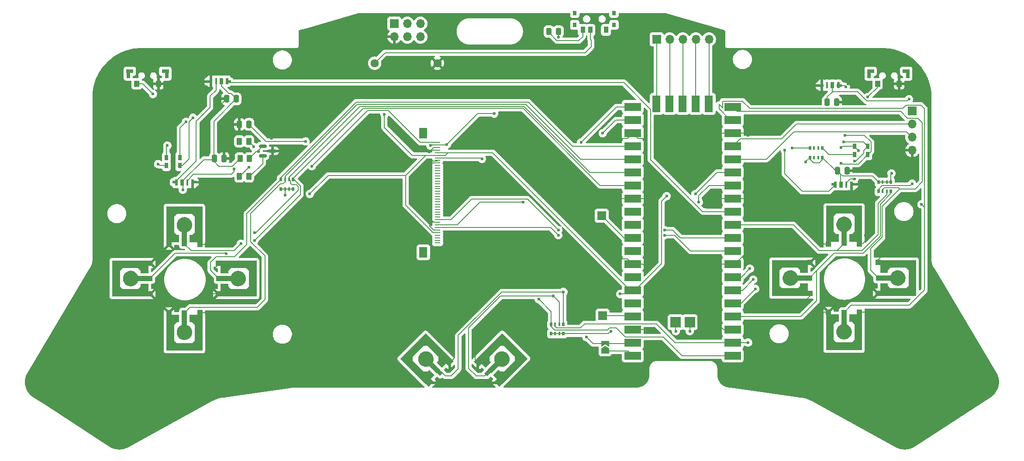
<source format=gbr>
%TF.GenerationSoftware,KiCad,Pcbnew,8.0.0*%
%TF.CreationDate,2024-07-15T05:39:07-05:00*%
%TF.ProjectId,MilkTastic,4d696c6b-5461-4737-9469-632e6b696361,rev?*%
%TF.SameCoordinates,Original*%
%TF.FileFunction,Copper,L1,Top*%
%TF.FilePolarity,Positive*%
%FSLAX46Y46*%
G04 Gerber Fmt 4.6, Leading zero omitted, Abs format (unit mm)*
G04 Created by KiCad (PCBNEW 8.0.0) date 2024-07-15 05:39:07*
%MOMM*%
%LPD*%
G01*
G04 APERTURE LIST*
G04 Aperture macros list*
%AMRoundRect*
0 Rectangle with rounded corners*
0 $1 Rounding radius*
0 $2 $3 $4 $5 $6 $7 $8 $9 X,Y pos of 4 corners*
0 Add a 4 corners polygon primitive as box body*
4,1,4,$2,$3,$4,$5,$6,$7,$8,$9,$2,$3,0*
0 Add four circle primitives for the rounded corners*
1,1,$1+$1,$2,$3*
1,1,$1+$1,$4,$5*
1,1,$1+$1,$6,$7*
1,1,$1+$1,$8,$9*
0 Add four rect primitives between the rounded corners*
20,1,$1+$1,$2,$3,$4,$5,0*
20,1,$1+$1,$4,$5,$6,$7,0*
20,1,$1+$1,$6,$7,$8,$9,0*
20,1,$1+$1,$8,$9,$2,$3,0*%
%AMRotRect*
0 Rectangle, with rotation*
0 The origin of the aperture is its center*
0 $1 length*
0 $2 width*
0 $3 Rotation angle, in degrees counterclockwise*
0 Add horizontal line*
21,1,$1,$2,0,0,$3*%
%AMFreePoly0*
4,1,6,1.000000,0.000000,0.500000,-0.750000,-0.500000,-0.750000,-0.500000,0.750000,0.500000,0.750000,1.000000,0.000000,1.000000,0.000000,$1*%
%AMFreePoly1*
4,1,6,0.500000,-0.750000,-0.650000,-0.750000,-0.150000,0.000000,-0.650000,0.750000,0.500000,0.750000,0.500000,-0.750000,0.500000,-0.750000,$1*%
G04 Aperture macros list end*
%TA.AperFunction,EtchedComponent*%
%ADD10C,0.000000*%
%TD*%
%TA.AperFunction,ComponentPad*%
%ADD11R,1.700000X1.700000*%
%TD*%
%TA.AperFunction,ComponentPad*%
%ADD12O,1.700000X1.700000*%
%TD*%
%TA.AperFunction,SMDPad,CuDef*%
%ADD13RoundRect,0.250000X-0.262500X-0.450000X0.262500X-0.450000X0.262500X0.450000X-0.262500X0.450000X0*%
%TD*%
%TA.AperFunction,SMDPad,CuDef*%
%ADD14RoundRect,0.250000X-0.250000X-0.475000X0.250000X-0.475000X0.250000X0.475000X-0.250000X0.475000X0*%
%TD*%
%TA.AperFunction,SMDPad,CuDef*%
%ADD15R,1.000000X0.550000*%
%TD*%
%TA.AperFunction,SMDPad,CuDef*%
%ADD16R,0.550000X1.200000*%
%TD*%
%TA.AperFunction,SMDPad,CuDef*%
%ADD17R,0.700000X1.200000*%
%TD*%
%TA.AperFunction,SMDPad,CuDef*%
%ADD18R,0.450000X1.200000*%
%TD*%
%TA.AperFunction,SMDPad,CuDef*%
%ADD19R,0.800000X1.700000*%
%TD*%
%TA.AperFunction,SMDPad,CuDef*%
%ADD20R,1.400000X0.800000*%
%TD*%
%TA.AperFunction,SMDPad,CuDef*%
%ADD21R,1.000000X1.200000*%
%TD*%
%TA.AperFunction,SMDPad,CuDef*%
%ADD22R,0.500000X0.800000*%
%TD*%
%TA.AperFunction,SMDPad,CuDef*%
%ADD23R,0.400000X0.800000*%
%TD*%
%TA.AperFunction,SMDPad,CuDef*%
%ADD24RoundRect,0.250000X0.250000X0.475000X-0.250000X0.475000X-0.250000X-0.475000X0.250000X-0.475000X0*%
%TD*%
%TA.AperFunction,SMDPad,CuDef*%
%ADD25R,1.000000X1.000000*%
%TD*%
%TA.AperFunction,SMDPad,CuDef*%
%ADD26R,0.900000X1.250000*%
%TD*%
%TA.AperFunction,SMDPad,CuDef*%
%ADD27R,0.800000X0.900000*%
%TD*%
%TA.AperFunction,SMDPad,CuDef*%
%ADD28RoundRect,0.150000X-0.587500X-0.150000X0.587500X-0.150000X0.587500X0.150000X-0.587500X0.150000X0*%
%TD*%
%TA.AperFunction,SMDPad,CuDef*%
%ADD29R,0.700000X1.100000*%
%TD*%
%TA.AperFunction,SMDPad,CuDef*%
%ADD30RotRect,1.400000X0.800000X315.000000*%
%TD*%
%TA.AperFunction,SMDPad,CuDef*%
%ADD31RotRect,1.400000X0.800000X45.000000*%
%TD*%
%TA.AperFunction,SMDPad,CuDef*%
%ADD32RotRect,1.400000X0.800000X135.000000*%
%TD*%
%TA.AperFunction,SMDPad,CuDef*%
%ADD33RoundRect,0.243750X0.243750X0.456250X-0.243750X0.456250X-0.243750X-0.456250X0.243750X-0.456250X0*%
%TD*%
%TA.AperFunction,SMDPad,CuDef*%
%ADD34R,3.200000X1.600000*%
%TD*%
%TA.AperFunction,SMDPad,CuDef*%
%ADD35R,1.600000X3.200000*%
%TD*%
%TA.AperFunction,SMDPad,CuDef*%
%ADD36R,2.000000X2.000000*%
%TD*%
%TA.AperFunction,SMDPad,CuDef*%
%ADD37FreePoly0,90.000000*%
%TD*%
%TA.AperFunction,SMDPad,CuDef*%
%ADD38FreePoly1,90.000000*%
%TD*%
%TA.AperFunction,SMDPad,CuDef*%
%ADD39R,1.600000X2.000000*%
%TD*%
%TA.AperFunction,SMDPad,CuDef*%
%ADD40R,1.100000X0.250000*%
%TD*%
%TA.AperFunction,ComponentPad*%
%ADD41C,1.600000*%
%TD*%
%TA.AperFunction,ViaPad*%
%ADD42C,0.600000*%
%TD*%
%TA.AperFunction,Conductor*%
%ADD43C,0.200000*%
%TD*%
G04 APERTURE END LIST*
D10*
%TA.AperFunction,EtchedComponent*%
%TO.C,J5*%
G36*
X212726641Y-73836578D02*
G01*
X212789573Y-73852708D01*
X212662886Y-73823162D01*
X212726641Y-73836578D01*
G37*
%TD.AperFunction*%
%TA.AperFunction,EtchedComponent*%
G36*
X212726641Y-76758738D02*
G01*
X212662886Y-76772154D01*
X212789573Y-76742608D01*
X212726641Y-76758738D01*
G37*
%TD.AperFunction*%
%TA.AperFunction,EtchedComponent*%
G36*
X212851628Y-73871513D02*
G01*
X212912668Y-73892928D01*
X212789603Y-73852716D01*
X212851628Y-73871513D01*
G37*
%TD.AperFunction*%
%TA.AperFunction,EtchedComponent*%
G36*
X212851628Y-76723803D02*
G01*
X212789603Y-76742600D01*
X212912668Y-76702388D01*
X212851628Y-76723803D01*
G37*
%TD.AperFunction*%
%TA.AperFunction,EtchedComponent*%
G36*
X212972661Y-73916922D02*
G01*
X213031481Y-73943432D01*
X212912692Y-73892937D01*
X212972661Y-73916922D01*
G37*
%TD.AperFunction*%
%TA.AperFunction,EtchedComponent*%
G36*
X212972661Y-76678394D02*
G01*
X212912692Y-76702379D01*
X213031481Y-76651884D01*
X212972661Y-76678394D01*
G37*
%TD.AperFunction*%
%TA.AperFunction,EtchedComponent*%
G36*
X213089088Y-73972425D02*
G01*
X213145361Y-74003837D01*
X213031502Y-73943442D01*
X213089088Y-73972425D01*
G37*
%TD.AperFunction*%
%TA.AperFunction,EtchedComponent*%
G36*
X213089088Y-76622891D02*
G01*
X213031502Y-76651874D01*
X213145361Y-76591479D01*
X213089088Y-76622891D01*
G37*
%TD.AperFunction*%
%TA.AperFunction,EtchedComponent*%
G36*
X213200257Y-74037639D02*
G01*
X213253657Y-74073761D01*
X213145381Y-74003849D01*
X213200257Y-74037639D01*
G37*
%TD.AperFunction*%
%TA.AperFunction,EtchedComponent*%
G36*
X213200257Y-76557677D02*
G01*
X213145381Y-76591467D01*
X213253657Y-76521555D01*
X213200257Y-76557677D01*
G37*
%TD.AperFunction*%
%TA.AperFunction,EtchedComponent*%
G36*
X213305516Y-74112180D02*
G01*
X213355716Y-74152822D01*
X213253676Y-74073775D01*
X213305516Y-74112180D01*
G37*
%TD.AperFunction*%
%TA.AperFunction,EtchedComponent*%
G36*
X213305516Y-76483136D02*
G01*
X213253676Y-76521541D01*
X213355716Y-76442494D01*
X213305516Y-76483136D01*
G37*
%TD.AperFunction*%
%TA.AperFunction,EtchedComponent*%
G36*
X213404212Y-74195668D02*
G01*
X213450886Y-74240637D01*
X213355735Y-74152839D01*
X213404212Y-74195668D01*
G37*
%TD.AperFunction*%
%TA.AperFunction,EtchedComponent*%
G36*
X213404212Y-76399648D02*
G01*
X213355735Y-76442477D01*
X213450886Y-76354679D01*
X213404212Y-76399648D01*
G37*
%TD.AperFunction*%
%TA.AperFunction,EtchedComponent*%
G36*
X213495694Y-74287718D02*
G01*
X213538517Y-74336823D01*
X213450907Y-74240658D01*
X213495694Y-74287718D01*
G37*
%TD.AperFunction*%
%TA.AperFunction,EtchedComponent*%
G36*
X213495694Y-76307598D02*
G01*
X213450907Y-76354658D01*
X213538517Y-76258493D01*
X213495694Y-76307598D01*
G37*
%TD.AperFunction*%
%TA.AperFunction,EtchedComponent*%
G36*
X221326115Y-85435381D02*
G01*
X221339530Y-85371628D01*
X221355660Y-85308696D01*
X221326115Y-85435381D01*
G37*
%TD.AperFunction*%
%TA.AperFunction,EtchedComponent*%
G36*
X221355660Y-65286621D02*
G01*
X221339530Y-65223689D01*
X221326114Y-65159934D01*
X221355660Y-65286621D01*
G37*
%TD.AperFunction*%
%TA.AperFunction,EtchedComponent*%
G36*
X221355669Y-85308663D02*
G01*
X221374465Y-85246640D01*
X221395879Y-85185603D01*
X221355669Y-85308663D01*
G37*
%TD.AperFunction*%
%TA.AperFunction,EtchedComponent*%
G36*
X221395880Y-65409716D02*
G01*
X221374465Y-65348676D01*
X221355668Y-65286651D01*
X221395880Y-65409716D01*
G37*
%TD.AperFunction*%
%TA.AperFunction,EtchedComponent*%
G36*
X221395890Y-85185573D02*
G01*
X221419874Y-85125607D01*
X221446382Y-85066791D01*
X221395890Y-85185573D01*
G37*
%TD.AperFunction*%
%TA.AperFunction,EtchedComponent*%
G36*
X221446384Y-65528529D02*
G01*
X221419874Y-65469709D01*
X221395889Y-65409740D01*
X221446384Y-65528529D01*
G37*
%TD.AperFunction*%
%TA.AperFunction,EtchedComponent*%
G36*
X221446396Y-85066762D02*
G01*
X221475377Y-85009180D01*
X221506787Y-84952911D01*
X221446396Y-85066762D01*
G37*
%TD.AperFunction*%
%TA.AperFunction,EtchedComponent*%
G36*
X221506789Y-65642409D02*
G01*
X221475377Y-65586136D01*
X221446394Y-65528550D01*
X221506789Y-65642409D01*
G37*
%TD.AperFunction*%
%TA.AperFunction,EtchedComponent*%
G36*
X221506804Y-84952882D02*
G01*
X221540591Y-84898011D01*
X221576710Y-84844616D01*
X221506804Y-84952882D01*
G37*
%TD.AperFunction*%
%TA.AperFunction,EtchedComponent*%
G36*
X221576713Y-65750705D02*
G01*
X221540591Y-65697305D01*
X221506801Y-65642429D01*
X221576713Y-65750705D01*
G37*
%TD.AperFunction*%
%TA.AperFunction,EtchedComponent*%
G36*
X221576731Y-84844587D02*
G01*
X221615132Y-84792753D01*
X221655771Y-84742557D01*
X221576731Y-84844587D01*
G37*
%TD.AperFunction*%
%TA.AperFunction,EtchedComponent*%
G36*
X221655774Y-65852764D02*
G01*
X221615132Y-65802564D01*
X221576727Y-65750724D01*
X221655774Y-65852764D01*
G37*
%TD.AperFunction*%
%TA.AperFunction,EtchedComponent*%
G36*
X221655795Y-84742529D02*
G01*
X221698620Y-84694056D01*
X221743586Y-84647385D01*
X221655795Y-84742529D01*
G37*
%TD.AperFunction*%
%TA.AperFunction,EtchedComponent*%
G36*
X221743589Y-65947934D02*
G01*
X221698620Y-65901260D01*
X221655791Y-65852783D01*
X221743589Y-65947934D01*
G37*
%TD.AperFunction*%
%TA.AperFunction,EtchedComponent*%
G36*
X221743613Y-84647359D02*
G01*
X221790670Y-84602574D01*
X221839775Y-84559752D01*
X221743613Y-84647359D01*
G37*
%TD.AperFunction*%
%TA.AperFunction,EtchedComponent*%
G36*
X221839775Y-66035565D02*
G01*
X221790670Y-65992742D01*
X221743610Y-65947955D01*
X221839775Y-66035565D01*
G37*
%TD.AperFunction*%
%TA.AperFunction,EtchedComponent*%
G36*
X223810550Y-65992742D02*
G01*
X223761445Y-66035565D01*
X223857610Y-65947955D01*
X223810550Y-65992742D01*
G37*
%TD.AperFunction*%
%TA.AperFunction,EtchedComponent*%
G36*
X223810550Y-84602574D02*
G01*
X223857607Y-84647359D01*
X223761445Y-84559752D01*
X223810550Y-84602574D01*
G37*
%TD.AperFunction*%
%TA.AperFunction,EtchedComponent*%
G36*
X223902600Y-65901260D02*
G01*
X223857631Y-65947934D01*
X223945429Y-65852783D01*
X223902600Y-65901260D01*
G37*
%TD.AperFunction*%
%TA.AperFunction,EtchedComponent*%
G36*
X223902600Y-84694056D02*
G01*
X223945425Y-84742529D01*
X223857634Y-84647385D01*
X223902600Y-84694056D01*
G37*
%TD.AperFunction*%
%TA.AperFunction,EtchedComponent*%
G36*
X223986088Y-65802564D02*
G01*
X223945446Y-65852764D01*
X224024493Y-65750724D01*
X223986088Y-65802564D01*
G37*
%TD.AperFunction*%
%TA.AperFunction,EtchedComponent*%
G36*
X223986088Y-84792753D02*
G01*
X224024489Y-84844587D01*
X223945449Y-84742557D01*
X223986088Y-84792753D01*
G37*
%TD.AperFunction*%
%TA.AperFunction,EtchedComponent*%
G36*
X224060629Y-65697305D02*
G01*
X224024507Y-65750705D01*
X224094419Y-65642429D01*
X224060629Y-65697305D01*
G37*
%TD.AperFunction*%
%TA.AperFunction,EtchedComponent*%
G36*
X224060629Y-84898011D02*
G01*
X224094416Y-84952882D01*
X224024510Y-84844616D01*
X224060629Y-84898011D01*
G37*
%TD.AperFunction*%
%TA.AperFunction,EtchedComponent*%
G36*
X224125843Y-65586136D02*
G01*
X224094431Y-65642409D01*
X224154826Y-65528550D01*
X224125843Y-65586136D01*
G37*
%TD.AperFunction*%
%TA.AperFunction,EtchedComponent*%
G36*
X224125843Y-85009180D02*
G01*
X224154824Y-85066762D01*
X224094433Y-84952911D01*
X224125843Y-85009180D01*
G37*
%TD.AperFunction*%
%TA.AperFunction,EtchedComponent*%
G36*
X224181346Y-65469709D02*
G01*
X224154836Y-65528529D01*
X224205331Y-65409740D01*
X224181346Y-65469709D01*
G37*
%TD.AperFunction*%
%TA.AperFunction,EtchedComponent*%
G36*
X224181346Y-85125607D02*
G01*
X224205330Y-85185573D01*
X224154838Y-85066791D01*
X224181346Y-85125607D01*
G37*
%TD.AperFunction*%
%TA.AperFunction,EtchedComponent*%
G36*
X224226755Y-65348676D02*
G01*
X224205340Y-65409716D01*
X224245552Y-65286651D01*
X224226755Y-65348676D01*
G37*
%TD.AperFunction*%
%TA.AperFunction,EtchedComponent*%
G36*
X224226755Y-85246640D02*
G01*
X224245551Y-85308663D01*
X224205341Y-85185603D01*
X224226755Y-85246640D01*
G37*
%TD.AperFunction*%
%TA.AperFunction,EtchedComponent*%
G36*
X224261690Y-65223689D02*
G01*
X224245560Y-65286621D01*
X224275106Y-65159934D01*
X224261690Y-65223689D01*
G37*
%TD.AperFunction*%
%TA.AperFunction,EtchedComponent*%
G36*
X224261690Y-85371628D02*
G01*
X224275105Y-85435381D01*
X224245560Y-85308696D01*
X224261690Y-85371628D01*
G37*
%TD.AperFunction*%
%TA.AperFunction,EtchedComponent*%
G36*
X232062704Y-74336823D02*
G01*
X232105526Y-74287718D01*
X232150311Y-74240661D01*
X232062704Y-74336823D01*
G37*
%TD.AperFunction*%
%TA.AperFunction,EtchedComponent*%
G36*
X232150311Y-76354655D02*
G01*
X232105526Y-76307598D01*
X232062704Y-76258493D01*
X232150311Y-76354655D01*
G37*
%TD.AperFunction*%
%TA.AperFunction,EtchedComponent*%
G36*
X232150337Y-74240634D02*
G01*
X232197008Y-74195668D01*
X232245481Y-74152843D01*
X232150337Y-74240634D01*
G37*
%TD.AperFunction*%
%TA.AperFunction,EtchedComponent*%
G36*
X232245481Y-76442473D02*
G01*
X232197008Y-76399648D01*
X232150337Y-76354682D01*
X232245481Y-76442473D01*
G37*
%TD.AperFunction*%
%TA.AperFunction,EtchedComponent*%
G36*
X232245509Y-74152819D02*
G01*
X232295705Y-74112180D01*
X232347539Y-74073779D01*
X232245509Y-74152819D01*
G37*
%TD.AperFunction*%
%TA.AperFunction,EtchedComponent*%
G36*
X232347539Y-76521537D02*
G01*
X232295705Y-76483136D01*
X232245509Y-76442497D01*
X232347539Y-76521537D01*
G37*
%TD.AperFunction*%
%TA.AperFunction,EtchedComponent*%
G36*
X232347568Y-74073758D02*
G01*
X232400963Y-74037639D01*
X232455834Y-74003852D01*
X232347568Y-74073758D01*
G37*
%TD.AperFunction*%
%TA.AperFunction,EtchedComponent*%
G36*
X232455834Y-76591464D02*
G01*
X232400963Y-76557677D01*
X232347568Y-76521558D01*
X232455834Y-76591464D01*
G37*
%TD.AperFunction*%
%TA.AperFunction,EtchedComponent*%
G36*
X232455863Y-74003835D02*
G01*
X232512132Y-73972425D01*
X232569714Y-73943444D01*
X232455863Y-74003835D01*
G37*
%TD.AperFunction*%
%TA.AperFunction,EtchedComponent*%
G36*
X232569714Y-76651872D02*
G01*
X232512132Y-76622891D01*
X232455863Y-76591481D01*
X232569714Y-76651872D01*
G37*
%TD.AperFunction*%
%TA.AperFunction,EtchedComponent*%
G36*
X232569743Y-73943430D02*
G01*
X232628559Y-73916922D01*
X232688525Y-73892938D01*
X232569743Y-73943430D01*
G37*
%TD.AperFunction*%
%TA.AperFunction,EtchedComponent*%
G36*
X232688525Y-76702378D02*
G01*
X232628559Y-76678394D01*
X232569743Y-76651886D01*
X232688525Y-76702378D01*
G37*
%TD.AperFunction*%
%TA.AperFunction,EtchedComponent*%
G36*
X232688555Y-73892927D02*
G01*
X232749592Y-73871513D01*
X232811615Y-73852717D01*
X232688555Y-73892927D01*
G37*
%TD.AperFunction*%
%TA.AperFunction,EtchedComponent*%
G36*
X232811615Y-76742599D02*
G01*
X232749592Y-76723803D01*
X232688555Y-76702389D01*
X232811615Y-76742599D01*
G37*
%TD.AperFunction*%
%TA.AperFunction,EtchedComponent*%
G36*
X232811648Y-73852708D02*
G01*
X232874580Y-73836578D01*
X232938333Y-73823163D01*
X232811648Y-73852708D01*
G37*
%TD.AperFunction*%
%TA.AperFunction,EtchedComponent*%
G36*
X232938333Y-76772153D02*
G01*
X232874580Y-76758738D01*
X232811648Y-76742608D01*
X232938333Y-76772153D01*
G37*
%TD.AperFunction*%
%TA.AperFunction,EtchedComponent*%
G36*
X213031492Y-73943436D02*
G01*
X213031502Y-73943442D01*
X213031491Y-73943436D01*
X213031481Y-73943432D01*
X213031492Y-73943436D01*
G37*
%TD.AperFunction*%
%TA.AperFunction,EtchedComponent*%
G36*
X213031492Y-76651880D02*
G01*
X213031481Y-76651884D01*
X213031491Y-76651880D01*
X213031502Y-76651874D01*
X213031492Y-76651880D01*
G37*
%TD.AperFunction*%
%TA.AperFunction,EtchedComponent*%
G36*
X221655782Y-84742544D02*
G01*
X221655771Y-84742557D01*
X221655782Y-84742543D01*
X221655795Y-84742529D01*
X221655782Y-84742544D01*
G37*
%TD.AperFunction*%
%TA.AperFunction,EtchedComponent*%
G36*
X221743598Y-84647373D02*
G01*
X221743586Y-84647385D01*
X221743598Y-84647372D01*
X221743613Y-84647359D01*
X221743598Y-84647373D01*
G37*
%TD.AperFunction*%
%TA.AperFunction,EtchedComponent*%
G36*
X223857622Y-84647372D02*
G01*
X223857634Y-84647385D01*
X223857622Y-84647373D01*
X223857607Y-84647359D01*
X223857622Y-84647372D01*
G37*
%TD.AperFunction*%
%TA.AperFunction,EtchedComponent*%
G36*
X223945438Y-84742543D02*
G01*
X223945449Y-84742557D01*
X223945438Y-84742544D01*
X223945425Y-84742529D01*
X223945438Y-84742543D01*
G37*
%TD.AperFunction*%
%TA.AperFunction,EtchedComponent*%
G36*
X224024500Y-84844602D02*
G01*
X224024510Y-84844616D01*
X224024500Y-84844603D01*
X224024489Y-84844587D01*
X224024500Y-84844602D01*
G37*
%TD.AperFunction*%
%TA.AperFunction,EtchedComponent*%
G36*
X224094426Y-84952897D02*
G01*
X224094433Y-84952911D01*
X224094426Y-84952898D01*
X224094416Y-84952882D01*
X224094426Y-84952897D01*
G37*
%TD.AperFunction*%
%TA.AperFunction,EtchedComponent*%
G36*
X232150325Y-74240646D02*
G01*
X232150311Y-74240661D01*
X232150324Y-74240646D01*
X232150337Y-74240634D01*
X232150325Y-74240646D01*
G37*
%TD.AperFunction*%
%TA.AperFunction,EtchedComponent*%
G36*
X232150325Y-76354670D02*
G01*
X232150337Y-76354682D01*
X232150324Y-76354670D01*
X232150311Y-76354655D01*
X232150325Y-76354670D01*
G37*
%TD.AperFunction*%
%TA.AperFunction,EtchedComponent*%
G36*
X232245496Y-74152830D02*
G01*
X232245481Y-74152843D01*
X232245495Y-74152830D01*
X232245509Y-74152819D01*
X232245496Y-74152830D01*
G37*
%TD.AperFunction*%
%TA.AperFunction,EtchedComponent*%
G36*
X232245496Y-76442486D02*
G01*
X232245509Y-76442497D01*
X232245495Y-76442486D01*
X232245481Y-76442473D01*
X232245496Y-76442486D01*
G37*
%TD.AperFunction*%
%TA.AperFunction,EtchedComponent*%
G36*
X232347555Y-74073768D02*
G01*
X232347539Y-74073779D01*
X232347554Y-74073768D01*
X232347568Y-74073758D01*
X232347555Y-74073768D01*
G37*
%TD.AperFunction*%
%TA.AperFunction,EtchedComponent*%
G36*
X232347555Y-76521548D02*
G01*
X232347568Y-76521558D01*
X232347554Y-76521548D01*
X232347539Y-76521537D01*
X232347555Y-76521548D01*
G37*
%TD.AperFunction*%
%TA.AperFunction,EtchedComponent*%
G36*
X232455850Y-74003842D02*
G01*
X232455834Y-74003852D01*
X232455849Y-74003842D01*
X232455863Y-74003835D01*
X232455850Y-74003842D01*
G37*
%TD.AperFunction*%
%TA.AperFunction,EtchedComponent*%
G36*
X232455850Y-76591474D02*
G01*
X232455863Y-76591481D01*
X232455849Y-76591474D01*
X232455834Y-76591464D01*
X232455850Y-76591474D01*
G37*
%TD.AperFunction*%
%TA.AperFunction,EtchedComponent*%
G36*
X232688541Y-73892932D02*
G01*
X232688525Y-73892938D01*
X232688540Y-73892932D01*
X232688555Y-73892927D01*
X232688541Y-73892932D01*
G37*
%TD.AperFunction*%
%TA.AperFunction,EtchedComponent*%
G36*
X232688541Y-76702384D02*
G01*
X232688555Y-76702389D01*
X232688540Y-76702384D01*
X232688525Y-76702378D01*
X232688541Y-76702384D01*
G37*
%TD.AperFunction*%
%TA.AperFunction,EtchedComponent*%
G36*
X222236854Y-84321824D02*
G01*
X222174759Y-84348609D01*
X222236853Y-84321824D01*
X222300610Y-84297658D01*
X222300611Y-84297658D01*
X222236854Y-84321824D01*
G37*
%TD.AperFunction*%
%TA.AperFunction,EtchedComponent*%
G36*
X223364367Y-84321824D02*
G01*
X223426461Y-84348609D01*
X223364366Y-84321824D01*
X223300609Y-84297658D01*
X223300610Y-84297658D01*
X223364367Y-84321824D01*
G37*
%TD.AperFunction*%
%TA.AperFunction,EtchedComponent*%
G36*
X231800610Y-75797658D02*
G01*
X231824776Y-75861415D01*
X231851561Y-75923509D01*
X231824776Y-75861414D01*
X231800610Y-75797657D01*
X231800610Y-75797658D01*
G37*
%TD.AperFunction*%
%TA.AperFunction,EtchedComponent*%
G36*
X231824776Y-74733902D02*
G01*
X231800610Y-74797659D01*
X231800610Y-74797658D01*
X231824776Y-74733901D01*
X231824776Y-74733902D01*
G37*
%TD.AperFunction*%
%TA.AperFunction,EtchedComponent*%
G36*
X221943964Y-84480303D02*
G01*
X221890901Y-84518958D01*
X221839787Y-84559742D01*
X221839775Y-84559752D01*
X221839787Y-84559741D01*
X221890901Y-84518957D01*
X221943965Y-84480302D01*
X221943964Y-84480303D01*
G37*
%TD.AperFunction*%
%TA.AperFunction,EtchedComponent*%
G36*
X222114375Y-84377931D02*
G01*
X222055749Y-84409708D01*
X221998930Y-84443859D01*
X222055750Y-84409707D01*
X222114375Y-84377930D01*
X222149326Y-84360959D01*
X222114375Y-84377931D01*
G37*
%TD.AperFunction*%
%TA.AperFunction,EtchedComponent*%
G36*
X223486845Y-84377930D02*
G01*
X223545470Y-84409707D01*
X223602290Y-84443859D01*
X223657255Y-84480302D01*
X223710319Y-84518957D01*
X223761433Y-84559741D01*
X223761445Y-84559752D01*
X223761433Y-84559742D01*
X223710319Y-84518958D01*
X223657256Y-84480303D01*
X223602290Y-84443859D01*
X223545471Y-84409708D01*
X223486845Y-84377931D01*
X223451894Y-84360959D01*
X223486845Y-84377930D01*
G37*
%TD.AperFunction*%
%TA.AperFunction,EtchedComponent*%
G36*
X231983255Y-76154304D02*
G01*
X232021910Y-76207367D01*
X232062694Y-76258481D01*
X232062704Y-76258493D01*
X232062693Y-76258481D01*
X232021909Y-76207367D01*
X231983254Y-76154303D01*
X231983255Y-76154304D01*
G37*
%TD.AperFunction*%
%TA.AperFunction,EtchedComponent*%
G36*
X231880883Y-75983893D02*
G01*
X231912660Y-76042519D01*
X231946811Y-76099338D01*
X231912659Y-76042518D01*
X231880882Y-75983893D01*
X231863911Y-75948942D01*
X231880883Y-75983893D01*
G37*
%TD.AperFunction*%
%TA.AperFunction,EtchedComponent*%
G36*
X231912660Y-74552797D02*
G01*
X231880883Y-74611423D01*
X231863911Y-74646374D01*
X231880882Y-74611423D01*
X231912659Y-74552798D01*
X231912660Y-74552797D01*
G37*
%TD.AperFunction*%
%TA.AperFunction,EtchedComponent*%
G36*
X232062694Y-74336835D02*
G01*
X232021910Y-74387949D01*
X231983255Y-74441012D01*
X231946811Y-74495978D01*
X231983254Y-74441013D01*
X232021909Y-74387949D01*
X232062693Y-74336835D01*
X232062704Y-74336823D01*
X232062694Y-74336835D01*
G37*
%TD.AperFunction*%
%TA.AperFunction,EtchedComponent*%
G36*
X215800610Y-74297658D02*
G01*
X214300610Y-74297658D01*
X214300610Y-73797658D01*
X213800610Y-73297658D01*
X210800610Y-73297658D01*
X210300610Y-73797658D01*
X210300610Y-76797658D01*
X210800610Y-77297658D01*
X213800610Y-77297658D01*
X214300610Y-76797658D01*
X214300610Y-76297658D01*
X215800610Y-76297658D01*
X215800610Y-78797658D01*
X208800610Y-78797658D01*
X208800610Y-71797658D01*
X215800610Y-71797658D01*
X215800610Y-74297658D01*
G37*
%TD.AperFunction*%
%TA.AperFunction,EtchedComponent*%
G36*
X215800610Y-74297658D02*
G01*
X214300610Y-74297658D01*
X214300610Y-73797658D01*
X213800610Y-73297658D01*
X210800610Y-73297658D01*
X210300610Y-73797658D01*
X210300610Y-76797658D01*
X210800610Y-77297658D01*
X213800610Y-77297658D01*
X214300610Y-76797658D01*
X214300610Y-76297658D01*
X215800610Y-76297658D01*
X215800610Y-78797658D01*
X208800610Y-78797658D01*
X208800610Y-71797658D01*
X215800610Y-71797658D01*
X215800610Y-74297658D01*
G37*
%TD.AperFunction*%
%TA.AperFunction,EtchedComponent*%
G36*
X221800610Y-83797658D02*
G01*
X221300610Y-83797658D01*
X220800610Y-84297658D01*
X220800610Y-87297658D01*
X221300610Y-87797658D01*
X224300610Y-87797658D01*
X224800610Y-87297658D01*
X224800610Y-84297658D01*
X224300610Y-83797658D01*
X223800610Y-83797658D01*
X223800610Y-82297658D01*
X226300610Y-82297658D01*
X226300610Y-89297658D01*
X219300610Y-89297658D01*
X219300610Y-82297658D01*
X221800610Y-82297658D01*
X221800610Y-83797658D01*
G37*
%TD.AperFunction*%
%TA.AperFunction,EtchedComponent*%
G36*
X221800610Y-83797658D02*
G01*
X221300610Y-83797658D01*
X220800610Y-84297658D01*
X220800610Y-87297658D01*
X221300610Y-87797658D01*
X224300610Y-87797658D01*
X224800610Y-87297658D01*
X224800610Y-84297658D01*
X224300610Y-83797658D01*
X223800610Y-83797658D01*
X223800610Y-82297658D01*
X226300610Y-82297658D01*
X226300610Y-89297658D01*
X219300610Y-89297658D01*
X219300610Y-82297658D01*
X221800610Y-82297658D01*
X221800610Y-83797658D01*
G37*
%TD.AperFunction*%
%TA.AperFunction,EtchedComponent*%
G36*
X226300610Y-68297658D02*
G01*
X223800610Y-68297658D01*
X223800610Y-66797658D01*
X224300610Y-66797658D01*
X224800610Y-66297658D01*
X224800610Y-63297658D01*
X224300610Y-62797658D01*
X221300610Y-62797658D01*
X220800610Y-63297658D01*
X220800610Y-66297658D01*
X221300610Y-66797658D01*
X221800610Y-66797658D01*
X221800610Y-68297658D01*
X219300610Y-68297658D01*
X219300610Y-61297658D01*
X226300610Y-61297658D01*
X226300610Y-68297658D01*
G37*
%TD.AperFunction*%
%TA.AperFunction,EtchedComponent*%
G36*
X226300610Y-68297658D02*
G01*
X223800610Y-68297658D01*
X223800610Y-66797658D01*
X224300610Y-66797658D01*
X224800610Y-66297658D01*
X224800610Y-63297658D01*
X224300610Y-62797658D01*
X221300610Y-62797658D01*
X220800610Y-63297658D01*
X220800610Y-66297658D01*
X221300610Y-66797658D01*
X221800610Y-66797658D01*
X221800610Y-68297658D01*
X219300610Y-68297658D01*
X219300610Y-61297658D01*
X226300610Y-61297658D01*
X226300610Y-68297658D01*
G37*
%TD.AperFunction*%
%TA.AperFunction,EtchedComponent*%
G36*
X236800610Y-78797658D02*
G01*
X229800610Y-78797658D01*
X229800610Y-76297658D01*
X231300610Y-76297658D01*
X231300610Y-76797658D01*
X231800610Y-77297658D01*
X234800610Y-77297658D01*
X235300610Y-76797658D01*
X235300610Y-73797658D01*
X234800610Y-73297658D01*
X231800610Y-73297658D01*
X231300610Y-73797658D01*
X231300610Y-74297658D01*
X229800610Y-74297658D01*
X229800610Y-71797658D01*
X236800610Y-71797658D01*
X236800610Y-78797658D01*
G37*
%TD.AperFunction*%
%TA.AperFunction,EtchedComponent*%
G36*
X236800610Y-78797658D02*
G01*
X229800610Y-78797658D01*
X229800610Y-76297658D01*
X231300610Y-76297658D01*
X231300610Y-76797658D01*
X231800610Y-77297658D01*
X234800610Y-77297658D01*
X235300610Y-76797658D01*
X235300610Y-73797658D01*
X234800610Y-73297658D01*
X231800610Y-73297658D01*
X231300610Y-73797658D01*
X231300610Y-74297658D01*
X229800610Y-74297658D01*
X229800610Y-71797658D01*
X236800610Y-71797658D01*
X236800610Y-78797658D01*
G37*
%TD.AperFunction*%
%TA.AperFunction,EtchedComponent*%
G36*
X213538527Y-74336835D02*
G01*
X213579312Y-74387949D01*
X213617966Y-74441013D01*
X213654410Y-74495978D01*
X213688561Y-74552798D01*
X213720338Y-74611423D01*
X213749660Y-74671807D01*
X213776445Y-74733902D01*
X213800611Y-74797658D01*
X213800610Y-74797658D01*
X213776444Y-74733901D01*
X213749659Y-74671807D01*
X213720337Y-74611423D01*
X213688560Y-74552797D01*
X213654409Y-74495978D01*
X213617965Y-74441012D01*
X213579311Y-74387949D01*
X213538527Y-74336835D01*
G37*
%TD.AperFunction*%
%TA.AperFunction,EtchedComponent*%
G36*
X213776445Y-75861414D02*
G01*
X213749660Y-75923509D01*
X213720338Y-75983893D01*
X213688561Y-76042518D01*
X213654410Y-76099338D01*
X213617966Y-76154303D01*
X213579312Y-76207367D01*
X213538527Y-76258481D01*
X213579311Y-76207367D01*
X213617965Y-76154304D01*
X213654409Y-76099338D01*
X213688560Y-76042519D01*
X213720337Y-75983893D01*
X213749659Y-75923509D01*
X213776444Y-75861415D01*
X213800610Y-75797658D01*
X213800611Y-75797658D01*
X213776445Y-75861414D01*
G37*
%TD.AperFunction*%
%TA.AperFunction,EtchedComponent*%
G36*
X221839787Y-66035575D02*
G01*
X221890901Y-66076359D01*
X221943964Y-66115013D01*
X221998930Y-66151457D01*
X222055749Y-66185608D01*
X222114375Y-66217385D01*
X222174759Y-66246707D01*
X222236853Y-66273492D01*
X222300610Y-66297658D01*
X222300610Y-66297659D01*
X222236854Y-66273493D01*
X222174759Y-66246708D01*
X222114375Y-66217386D01*
X222055750Y-66185609D01*
X221998930Y-66151458D01*
X221943965Y-66115014D01*
X221890901Y-66076360D01*
X221839787Y-66035575D01*
G37*
%TD.AperFunction*%
%TA.AperFunction,EtchedComponent*%
G36*
X223761433Y-66035575D02*
G01*
X223710319Y-66076360D01*
X223657255Y-66115014D01*
X223602290Y-66151458D01*
X223545470Y-66185609D01*
X223486845Y-66217386D01*
X223426461Y-66246708D01*
X223364366Y-66273493D01*
X223300610Y-66297659D01*
X223300610Y-66297658D01*
X223364367Y-66273492D01*
X223426461Y-66246707D01*
X223486845Y-66217385D01*
X223545471Y-66185608D01*
X223602290Y-66151457D01*
X223657256Y-66115013D01*
X223710319Y-66076359D01*
X223761433Y-66035575D01*
G37*
%TD.AperFunction*%
%TA.AperFunction,EtchedComponent*%
G36*
X211472391Y-76487164D02*
G01*
X211524617Y-76525569D01*
X211578586Y-76561763D01*
X211634238Y-76595672D01*
X211691513Y-76627226D01*
X211750349Y-76656351D01*
X211810686Y-76682975D01*
X211872462Y-76707026D01*
X211935617Y-76728432D01*
X212000089Y-76747120D01*
X212065819Y-76763019D01*
X212132744Y-76776055D01*
X212200188Y-76786073D01*
X212267458Y-76792993D01*
X212334473Y-76796865D01*
X212267458Y-76792994D01*
X212200188Y-76786074D01*
X212132744Y-76776056D01*
X212065819Y-76763020D01*
X212000089Y-76747121D01*
X211935617Y-76728432D01*
X211872462Y-76707027D01*
X211810686Y-76682976D01*
X211750349Y-76656351D01*
X211691513Y-76627227D01*
X211634238Y-76595673D01*
X211578586Y-76561764D01*
X211524617Y-76525570D01*
X211472391Y-76487164D01*
G37*
%TD.AperFunction*%
%TA.AperFunction,EtchedComponent*%
G36*
X212533171Y-76790662D02*
G01*
X212467411Y-76795652D01*
X212401151Y-76797735D01*
X212467411Y-76795651D01*
X212533171Y-76790662D01*
G37*
%TD.AperFunction*%
%TA.AperFunction,EtchedComponent*%
G36*
X211282149Y-76312869D02*
G01*
X211326789Y-76359399D01*
X211373417Y-76404006D01*
X211421971Y-76446619D01*
X211373417Y-76404007D01*
X211326789Y-76359400D01*
X211282149Y-76312869D01*
G37*
%TD.AperFunction*%
%TA.AperFunction,EtchedComponent*%
G36*
X211124684Y-76108964D02*
G01*
X211160765Y-76162463D01*
X211199076Y-76214329D01*
X211160765Y-76162464D01*
X211124684Y-76108964D01*
G37*
%TD.AperFunction*%
%TA.AperFunction,EtchedComponent*%
G36*
X211199076Y-74380987D02*
G01*
X211160765Y-74432853D01*
X211124684Y-74486352D01*
X211160765Y-74432852D01*
X211199076Y-74380987D01*
G37*
%TD.AperFunction*%
%TA.AperFunction,EtchedComponent*%
G36*
X211421971Y-74148697D02*
G01*
X211373417Y-74191310D01*
X211326789Y-74235917D01*
X211282149Y-74282447D01*
X211326789Y-74235916D01*
X211373417Y-74191309D01*
X211421971Y-74148697D01*
G37*
%TD.AperFunction*%
%TA.AperFunction,EtchedComponent*%
G36*
X212334473Y-73798451D02*
G01*
X212267458Y-73802323D01*
X212200188Y-73809243D01*
X212132744Y-73819261D01*
X212065819Y-73832297D01*
X212000089Y-73848196D01*
X211935617Y-73866884D01*
X211872462Y-73888290D01*
X211810686Y-73912341D01*
X211750349Y-73938965D01*
X211691513Y-73968090D01*
X211634238Y-73999644D01*
X211578586Y-74033553D01*
X211524617Y-74069747D01*
X211472391Y-74108152D01*
X211524617Y-74069746D01*
X211578586Y-74033552D01*
X211634238Y-73999643D01*
X211691513Y-73968089D01*
X211750349Y-73938965D01*
X211810686Y-73912340D01*
X211872462Y-73888289D01*
X211935617Y-73866884D01*
X212000089Y-73848195D01*
X212065819Y-73832296D01*
X212132744Y-73819260D01*
X212200188Y-73809242D01*
X212267458Y-73802322D01*
X212334473Y-73798451D01*
G37*
%TD.AperFunction*%
%TA.AperFunction,EtchedComponent*%
G36*
X212467411Y-73799664D02*
G01*
X212533171Y-73804654D01*
X212467411Y-73799665D01*
X212401151Y-73797581D01*
X212467411Y-73799664D01*
G37*
%TD.AperFunction*%
%TA.AperFunction,EtchedComponent*%
G36*
X234402144Y-74380987D02*
G01*
X234440455Y-74432852D01*
X234476536Y-74486352D01*
X234440455Y-74432853D01*
X234402144Y-74380987D01*
G37*
%TD.AperFunction*%
%TA.AperFunction,EtchedComponent*%
G36*
X234179249Y-74148697D02*
G01*
X234227803Y-74191309D01*
X234274431Y-74235916D01*
X234319071Y-74282447D01*
X234274431Y-74235917D01*
X234227803Y-74191310D01*
X234179249Y-74148697D01*
G37*
%TD.AperFunction*%
%TA.AperFunction,EtchedComponent*%
G36*
X233333762Y-73802322D02*
G01*
X233401032Y-73809242D01*
X233468476Y-73819260D01*
X233535401Y-73832296D01*
X233601131Y-73848195D01*
X233665603Y-73866884D01*
X233728758Y-73888289D01*
X233790534Y-73912340D01*
X233850871Y-73938965D01*
X233909707Y-73968089D01*
X233966982Y-73999643D01*
X234022634Y-74033552D01*
X234076603Y-74069746D01*
X234128829Y-74108152D01*
X234076603Y-74069747D01*
X234022634Y-74033553D01*
X233966982Y-73999644D01*
X233909707Y-73968090D01*
X233850871Y-73938965D01*
X233790534Y-73912341D01*
X233728758Y-73888290D01*
X233665603Y-73866884D01*
X233601131Y-73848196D01*
X233535401Y-73832297D01*
X233468476Y-73819261D01*
X233401032Y-73809243D01*
X233333762Y-73802323D01*
X233270407Y-73798662D01*
X233333762Y-73802322D01*
G37*
%TD.AperFunction*%
%TA.AperFunction,EtchedComponent*%
G36*
X233133809Y-73799665D02*
G01*
X233068049Y-73804654D01*
X233133809Y-73799664D01*
X233200069Y-73797581D01*
X233133809Y-73799665D01*
G37*
%TD.AperFunction*%
%TA.AperFunction,EtchedComponent*%
G36*
X233266748Y-73798451D02*
G01*
X233270407Y-73798662D01*
X233266747Y-73798451D01*
X233200069Y-73797581D01*
X233266748Y-73798451D01*
G37*
%TD.AperFunction*%
%TA.AperFunction,EtchedComponent*%
G36*
X233068049Y-76790662D02*
G01*
X233133809Y-76795651D01*
X233200069Y-76797735D01*
X233133809Y-76795652D01*
X233068049Y-76790662D01*
G37*
%TD.AperFunction*%
%TA.AperFunction,EtchedComponent*%
G36*
X233266748Y-76796865D02*
G01*
X233200069Y-76797735D01*
X233266747Y-76796865D01*
X233270407Y-76796653D01*
X233266748Y-76796865D01*
G37*
%TD.AperFunction*%
%TA.AperFunction,EtchedComponent*%
G36*
X234128829Y-76487164D02*
G01*
X234076603Y-76525570D01*
X234022634Y-76561764D01*
X233966982Y-76595673D01*
X233909707Y-76627227D01*
X233850871Y-76656351D01*
X233790534Y-76682976D01*
X233728758Y-76707027D01*
X233665603Y-76728432D01*
X233601131Y-76747121D01*
X233535401Y-76763020D01*
X233468476Y-76776056D01*
X233401032Y-76786074D01*
X233333762Y-76792994D01*
X233270407Y-76796653D01*
X233333762Y-76792993D01*
X233401032Y-76786073D01*
X233468476Y-76776055D01*
X233535401Y-76763019D01*
X233601131Y-76747120D01*
X233665603Y-76728432D01*
X233728758Y-76707026D01*
X233790534Y-76682975D01*
X233850871Y-76656351D01*
X233909707Y-76627226D01*
X233966982Y-76595672D01*
X234022634Y-76561763D01*
X234076603Y-76525569D01*
X234128829Y-76487164D01*
G37*
%TD.AperFunction*%
%TA.AperFunction,EtchedComponent*%
G36*
X234319071Y-76312869D02*
G01*
X234274431Y-76359400D01*
X234227803Y-76404007D01*
X234179249Y-76446619D01*
X234227803Y-76404006D01*
X234274431Y-76359399D01*
X234319071Y-76312869D01*
G37*
%TD.AperFunction*%
%TA.AperFunction,EtchedComponent*%
G36*
X222100915Y-87038807D02*
G01*
X222158883Y-87067828D01*
X222218195Y-87094374D01*
X222158882Y-87067828D01*
X222100915Y-87038807D01*
G37*
%TD.AperFunction*%
%TA.AperFunction,EtchedComponent*%
G36*
X221883939Y-86899192D02*
G01*
X221935805Y-86937503D01*
X221989304Y-86973584D01*
X221935804Y-86937503D01*
X221883939Y-86899192D01*
G37*
%TD.AperFunction*%
%TA.AperFunction,EtchedComponent*%
G36*
X221651649Y-86676297D02*
G01*
X221694262Y-86724851D01*
X221738869Y-86771479D01*
X221785399Y-86816119D01*
X221738868Y-86771479D01*
X221694261Y-86724851D01*
X221651649Y-86676297D01*
G37*
%TD.AperFunction*%
%TA.AperFunction,EtchedComponent*%
G36*
X221301614Y-85767455D02*
G01*
X221305275Y-85830810D01*
X221312195Y-85898080D01*
X221322213Y-85965524D01*
X221335249Y-86032449D01*
X221351148Y-86098179D01*
X221369836Y-86162651D01*
X221391242Y-86225806D01*
X221415293Y-86287582D01*
X221441917Y-86347919D01*
X221471042Y-86406755D01*
X221502596Y-86464030D01*
X221536505Y-86519682D01*
X221572699Y-86573651D01*
X221611104Y-86625877D01*
X221572698Y-86573651D01*
X221536504Y-86519682D01*
X221502595Y-86464030D01*
X221471041Y-86406755D01*
X221441917Y-86347919D01*
X221415292Y-86287582D01*
X221391241Y-86225806D01*
X221369836Y-86162651D01*
X221351147Y-86098179D01*
X221335248Y-86032449D01*
X221322212Y-85965524D01*
X221312194Y-85898080D01*
X221305274Y-85830810D01*
X221301614Y-85767455D01*
G37*
%TD.AperFunction*%
%TA.AperFunction,EtchedComponent*%
G36*
X221307606Y-85565097D02*
G01*
X221302617Y-85630857D01*
X221300533Y-85697117D01*
X221302616Y-85630857D01*
X221307606Y-85565097D01*
G37*
%TD.AperFunction*%
%TA.AperFunction,EtchedComponent*%
G36*
X221300533Y-64898199D02*
G01*
X221302617Y-64964459D01*
X221307606Y-65030219D01*
X221302616Y-64964459D01*
X221300533Y-64898199D01*
G37*
%TD.AperFunction*%
%TA.AperFunction,EtchedComponent*%
G36*
X221611104Y-63969439D02*
G01*
X221572699Y-64021665D01*
X221536505Y-64075634D01*
X221502596Y-64131286D01*
X221471042Y-64188561D01*
X221441917Y-64247397D01*
X221415293Y-64307734D01*
X221391242Y-64369510D01*
X221369836Y-64432665D01*
X221351148Y-64497137D01*
X221335249Y-64562867D01*
X221322213Y-64629792D01*
X221312195Y-64697236D01*
X221305275Y-64764506D01*
X221301403Y-64831521D01*
X221305274Y-64764506D01*
X221312194Y-64697236D01*
X221322212Y-64629792D01*
X221335248Y-64562867D01*
X221351147Y-64497137D01*
X221369836Y-64432665D01*
X221391241Y-64369510D01*
X221415292Y-64307734D01*
X221441917Y-64247397D01*
X221471041Y-64188561D01*
X221502595Y-64131286D01*
X221536504Y-64075634D01*
X221572698Y-64021665D01*
X221611104Y-63969439D01*
G37*
%TD.AperFunction*%
%TA.AperFunction,EtchedComponent*%
G36*
X221785399Y-63779197D02*
G01*
X221738869Y-63823837D01*
X221694262Y-63870465D01*
X221651649Y-63919019D01*
X221694261Y-63870465D01*
X221738868Y-63823837D01*
X221785399Y-63779197D01*
G37*
%TD.AperFunction*%
%TA.AperFunction,EtchedComponent*%
G36*
X221989304Y-63621732D02*
G01*
X221935805Y-63657813D01*
X221883939Y-63696124D01*
X221935804Y-63657813D01*
X221989304Y-63621732D01*
G37*
%TD.AperFunction*%
%TA.AperFunction,EtchedComponent*%
G36*
X222218195Y-63500942D02*
G01*
X222158883Y-63527488D01*
X222100915Y-63556509D01*
X222158882Y-63527488D01*
X222218195Y-63500942D01*
G37*
%TD.AperFunction*%
%TA.AperFunction,EtchedComponent*%
G36*
X224300687Y-64898199D02*
G01*
X224298604Y-64964459D01*
X224293614Y-65030219D01*
X224298603Y-64964459D01*
X224300687Y-64898199D01*
G37*
%TD.AperFunction*%
%TA.AperFunction,EtchedComponent*%
G36*
X223990116Y-63969439D02*
G01*
X224028522Y-64021665D01*
X224064716Y-64075634D01*
X224098625Y-64131286D01*
X224130179Y-64188561D01*
X224159303Y-64247397D01*
X224185928Y-64307734D01*
X224209979Y-64369510D01*
X224231384Y-64432665D01*
X224250073Y-64497137D01*
X224265972Y-64562867D01*
X224279008Y-64629792D01*
X224289026Y-64697236D01*
X224295946Y-64764506D01*
X224299817Y-64831521D01*
X224295945Y-64764506D01*
X224289025Y-64697236D01*
X224279007Y-64629792D01*
X224265971Y-64562867D01*
X224250072Y-64497137D01*
X224231384Y-64432665D01*
X224209978Y-64369510D01*
X224185927Y-64307734D01*
X224159303Y-64247397D01*
X224130178Y-64188561D01*
X224098624Y-64131286D01*
X224064715Y-64075634D01*
X224028521Y-64021665D01*
X223990116Y-63969439D01*
G37*
%TD.AperFunction*%
%TA.AperFunction,EtchedComponent*%
G36*
X223815821Y-63779197D02*
G01*
X223862352Y-63823837D01*
X223906959Y-63870465D01*
X223949571Y-63919019D01*
X223906958Y-63870465D01*
X223862351Y-63823837D01*
X223815821Y-63779197D01*
G37*
%TD.AperFunction*%
%TA.AperFunction,EtchedComponent*%
G36*
X223611916Y-63621732D02*
G01*
X223665416Y-63657813D01*
X223717281Y-63696124D01*
X223665415Y-63657813D01*
X223611916Y-63621732D01*
G37*
%TD.AperFunction*%
%TA.AperFunction,EtchedComponent*%
G36*
X223383025Y-63500942D02*
G01*
X223442338Y-63527488D01*
X223500305Y-63556509D01*
X223442337Y-63527488D01*
X223383025Y-63500942D01*
G37*
%TD.AperFunction*%
%TA.AperFunction,EtchedComponent*%
G36*
X223500305Y-87038807D02*
G01*
X223442338Y-87067828D01*
X223383025Y-87094374D01*
X223442337Y-87067828D01*
X223500305Y-87038807D01*
G37*
%TD.AperFunction*%
%TA.AperFunction,EtchedComponent*%
G36*
X223717281Y-86899192D02*
G01*
X223665416Y-86937503D01*
X223611916Y-86973584D01*
X223665415Y-86937503D01*
X223717281Y-86899192D01*
G37*
%TD.AperFunction*%
%TA.AperFunction,EtchedComponent*%
G36*
X223949571Y-86676297D02*
G01*
X223906959Y-86724851D01*
X223862352Y-86771479D01*
X223815821Y-86816119D01*
X223862351Y-86771479D01*
X223906958Y-86724851D01*
X223949571Y-86676297D01*
G37*
%TD.AperFunction*%
%TA.AperFunction,EtchedComponent*%
G36*
X224299605Y-85767455D02*
G01*
X224295946Y-85830810D01*
X224289026Y-85898080D01*
X224279008Y-85965524D01*
X224265972Y-86032449D01*
X224250073Y-86098179D01*
X224231384Y-86162651D01*
X224209979Y-86225806D01*
X224185928Y-86287582D01*
X224159303Y-86347919D01*
X224130179Y-86406755D01*
X224098625Y-86464030D01*
X224064716Y-86519682D01*
X224028522Y-86573651D01*
X223990116Y-86625877D01*
X224028521Y-86573651D01*
X224064715Y-86519682D01*
X224098624Y-86464030D01*
X224130178Y-86406755D01*
X224159303Y-86347919D01*
X224185927Y-86287582D01*
X224209978Y-86225806D01*
X224231384Y-86162651D01*
X224250072Y-86098179D01*
X224265971Y-86032449D01*
X224279007Y-85965524D01*
X224289025Y-85898080D01*
X224295945Y-85830810D01*
X224299605Y-85767455D01*
G37*
%TD.AperFunction*%
%TA.AperFunction,EtchedComponent*%
G36*
X224293614Y-85565097D02*
G01*
X224298604Y-85630857D01*
X224300687Y-85697117D01*
X224298603Y-85630857D01*
X224293614Y-85565097D01*
G37*
%TD.AperFunction*%
%TA.AperFunction,EtchedComponent*%
G36*
X212467411Y-73799665D02*
G01*
X212533171Y-73804654D01*
X212598351Y-73812501D01*
X212662868Y-73823158D01*
X212726641Y-73836578D01*
X212789588Y-73852712D01*
X212851628Y-73871513D01*
X212912680Y-73892932D01*
X212972661Y-73916922D01*
X213031491Y-73943436D01*
X213089088Y-73972425D01*
X213145371Y-74003842D01*
X213200257Y-74037639D01*
X213253666Y-74073768D01*
X213305516Y-74112180D01*
X213355725Y-74152830D01*
X213404212Y-74195668D01*
X213450896Y-74240646D01*
X213495694Y-74287718D01*
X213538527Y-74336835D01*
X213579311Y-74387949D01*
X213617965Y-74441012D01*
X213654409Y-74495978D01*
X213688560Y-74552797D01*
X213720337Y-74611423D01*
X213749659Y-74671807D01*
X213776444Y-74733901D01*
X213800610Y-74797658D01*
X215800610Y-74797658D01*
X215800610Y-75797658D01*
X213800611Y-75797657D01*
X213776445Y-75861414D01*
X213749660Y-75923509D01*
X213720338Y-75983893D01*
X213688561Y-76042518D01*
X213654410Y-76099338D01*
X213617966Y-76154303D01*
X213579312Y-76207367D01*
X213538527Y-76258481D01*
X213450896Y-76354670D01*
X213355725Y-76442486D01*
X213253666Y-76521548D01*
X213145371Y-76591474D01*
X213031492Y-76651880D01*
X212912680Y-76702384D01*
X212789588Y-76742604D01*
X212662868Y-76772158D01*
X212598351Y-76782815D01*
X212533171Y-76790662D01*
X212467411Y-76795652D01*
X212401151Y-76797735D01*
X212334473Y-76796865D01*
X212267458Y-76792994D01*
X212200188Y-76786074D01*
X212132744Y-76776056D01*
X212065819Y-76763020D01*
X212000089Y-76747121D01*
X211935617Y-76728432D01*
X211872462Y-76707027D01*
X211810686Y-76682976D01*
X211750349Y-76656351D01*
X211691513Y-76627227D01*
X211634238Y-76595673D01*
X211578586Y-76561764D01*
X211524617Y-76525570D01*
X211472391Y-76487164D01*
X211421971Y-76446619D01*
X211373417Y-76404007D01*
X211326789Y-76359400D01*
X211282149Y-76312869D01*
X211239558Y-76264488D01*
X211199076Y-76214329D01*
X211160765Y-76162464D01*
X211124684Y-76108964D01*
X211090896Y-76053903D01*
X211059461Y-75997353D01*
X211030440Y-75939386D01*
X211003894Y-75880073D01*
X210979884Y-75819488D01*
X210958470Y-75757702D01*
X210939714Y-75694788D01*
X210923676Y-75630819D01*
X210910418Y-75565865D01*
X210900000Y-75500000D01*
X210892483Y-75433296D01*
X210887929Y-75365824D01*
X210886397Y-75297658D01*
X210887929Y-75229492D01*
X210892483Y-75162020D01*
X210900000Y-75095316D01*
X210910418Y-75029451D01*
X210923676Y-74964497D01*
X210939714Y-74900528D01*
X210958470Y-74837614D01*
X210979884Y-74775828D01*
X211003894Y-74715243D01*
X211030440Y-74655931D01*
X211059461Y-74597963D01*
X211090896Y-74541413D01*
X211124684Y-74486352D01*
X211160765Y-74432853D01*
X211199076Y-74380987D01*
X211239558Y-74330828D01*
X211282149Y-74282447D01*
X211326789Y-74235917D01*
X211373417Y-74191310D01*
X211421971Y-74148697D01*
X211472391Y-74108152D01*
X211524617Y-74069747D01*
X211578586Y-74033553D01*
X211634238Y-73999644D01*
X211691513Y-73968090D01*
X211750349Y-73938965D01*
X211810686Y-73912341D01*
X211872462Y-73888290D01*
X211935617Y-73866884D01*
X212000089Y-73848196D01*
X212065819Y-73832297D01*
X212132744Y-73819261D01*
X212200188Y-73809243D01*
X212267458Y-73802323D01*
X212334472Y-73798451D01*
X212401151Y-73797581D01*
X212467411Y-73799665D01*
G37*
%TD.AperFunction*%
%TA.AperFunction,EtchedComponent*%
G36*
X222868776Y-63384977D02*
G01*
X222936248Y-63389531D01*
X223002952Y-63397048D01*
X223068817Y-63407466D01*
X223133771Y-63420724D01*
X223197740Y-63436762D01*
X223260654Y-63455518D01*
X223322440Y-63476932D01*
X223383025Y-63500942D01*
X223442337Y-63527488D01*
X223500305Y-63556509D01*
X223556855Y-63587944D01*
X223611916Y-63621732D01*
X223665415Y-63657813D01*
X223717281Y-63696124D01*
X223767440Y-63736606D01*
X223815821Y-63779197D01*
X223862351Y-63823837D01*
X223906958Y-63870465D01*
X223949571Y-63919019D01*
X223990116Y-63969439D01*
X224028521Y-64021665D01*
X224064715Y-64075634D01*
X224098624Y-64131286D01*
X224130178Y-64188561D01*
X224159303Y-64247397D01*
X224185927Y-64307734D01*
X224209978Y-64369510D01*
X224231384Y-64432665D01*
X224250072Y-64497137D01*
X224265971Y-64562867D01*
X224279007Y-64629792D01*
X224289025Y-64697236D01*
X224295945Y-64764506D01*
X224299817Y-64831520D01*
X224300687Y-64898199D01*
X224298603Y-64964459D01*
X224293614Y-65030219D01*
X224285767Y-65095399D01*
X224275110Y-65159916D01*
X224261690Y-65223689D01*
X224245556Y-65286636D01*
X224226755Y-65348676D01*
X224205336Y-65409728D01*
X224181346Y-65469709D01*
X224154832Y-65528539D01*
X224125843Y-65586136D01*
X224094426Y-65642419D01*
X224060629Y-65697305D01*
X224024500Y-65750714D01*
X223986088Y-65802564D01*
X223945438Y-65852773D01*
X223902600Y-65901260D01*
X223857622Y-65947944D01*
X223810550Y-65992742D01*
X223761433Y-66035575D01*
X223710319Y-66076359D01*
X223657256Y-66115013D01*
X223602290Y-66151457D01*
X223545471Y-66185608D01*
X223486845Y-66217385D01*
X223426461Y-66246707D01*
X223364367Y-66273492D01*
X223300610Y-66297658D01*
X223300610Y-68297658D01*
X222300610Y-68297658D01*
X222300611Y-66297659D01*
X222236854Y-66273493D01*
X222174759Y-66246708D01*
X222114375Y-66217386D01*
X222055750Y-66185609D01*
X221998930Y-66151458D01*
X221943965Y-66115014D01*
X221890901Y-66076360D01*
X221839787Y-66035575D01*
X221743598Y-65947944D01*
X221655782Y-65852773D01*
X221576720Y-65750714D01*
X221506794Y-65642419D01*
X221446388Y-65528540D01*
X221395884Y-65409728D01*
X221355664Y-65286636D01*
X221326110Y-65159916D01*
X221315453Y-65095399D01*
X221307606Y-65030219D01*
X221302616Y-64964459D01*
X221300533Y-64898199D01*
X221301403Y-64831521D01*
X221305274Y-64764506D01*
X221312194Y-64697236D01*
X221322212Y-64629792D01*
X221335248Y-64562867D01*
X221351147Y-64497137D01*
X221369836Y-64432665D01*
X221391241Y-64369510D01*
X221415292Y-64307734D01*
X221441917Y-64247397D01*
X221471041Y-64188561D01*
X221502595Y-64131286D01*
X221536504Y-64075634D01*
X221572698Y-64021665D01*
X221611104Y-63969439D01*
X221651649Y-63919019D01*
X221694261Y-63870465D01*
X221738868Y-63823837D01*
X221785399Y-63779197D01*
X221833780Y-63736606D01*
X221883939Y-63696124D01*
X221935804Y-63657813D01*
X221989304Y-63621732D01*
X222044365Y-63587944D01*
X222100915Y-63556509D01*
X222158882Y-63527488D01*
X222218195Y-63500942D01*
X222278780Y-63476932D01*
X222340566Y-63455518D01*
X222403480Y-63436762D01*
X222467449Y-63420724D01*
X222532403Y-63407466D01*
X222598268Y-63397048D01*
X222664972Y-63389531D01*
X222732444Y-63384977D01*
X222800610Y-63383445D01*
X222868776Y-63384977D01*
G37*
%TD.AperFunction*%
%TA.AperFunction,EtchedComponent*%
G36*
X223300609Y-84297658D02*
G01*
X223364366Y-84321824D01*
X223426461Y-84348609D01*
X223486845Y-84377930D01*
X223545470Y-84409707D01*
X223602290Y-84443859D01*
X223657255Y-84480302D01*
X223710319Y-84518957D01*
X223761433Y-84559741D01*
X223857622Y-84647372D01*
X223945438Y-84742543D01*
X224024500Y-84844602D01*
X224094426Y-84952897D01*
X224154832Y-85066777D01*
X224205336Y-85185588D01*
X224245556Y-85308680D01*
X224275110Y-85435400D01*
X224285767Y-85499917D01*
X224293614Y-85565097D01*
X224298604Y-85630857D01*
X224300687Y-85697117D01*
X224299817Y-85763795D01*
X224295946Y-85830810D01*
X224289026Y-85898080D01*
X224279008Y-85965524D01*
X224265972Y-86032449D01*
X224250073Y-86098179D01*
X224231384Y-86162651D01*
X224209979Y-86225806D01*
X224185928Y-86287582D01*
X224159303Y-86347919D01*
X224130179Y-86406755D01*
X224098625Y-86464030D01*
X224064716Y-86519682D01*
X224028522Y-86573651D01*
X223990116Y-86625877D01*
X223949571Y-86676297D01*
X223906959Y-86724851D01*
X223862352Y-86771479D01*
X223815821Y-86816119D01*
X223767440Y-86858710D01*
X223717281Y-86899192D01*
X223665416Y-86937503D01*
X223611916Y-86973584D01*
X223556855Y-87007372D01*
X223500305Y-87038807D01*
X223442338Y-87067828D01*
X223383025Y-87094374D01*
X223322440Y-87118384D01*
X223260654Y-87139798D01*
X223197740Y-87158554D01*
X223133771Y-87174592D01*
X223068817Y-87187850D01*
X223002952Y-87198268D01*
X222936248Y-87205785D01*
X222868776Y-87210339D01*
X222800610Y-87211871D01*
X222732444Y-87210339D01*
X222664972Y-87205785D01*
X222598268Y-87198268D01*
X222532403Y-87187850D01*
X222467449Y-87174592D01*
X222403480Y-87158554D01*
X222340566Y-87139798D01*
X222278780Y-87118384D01*
X222218195Y-87094374D01*
X222158883Y-87067828D01*
X222100915Y-87038807D01*
X222044365Y-87007372D01*
X221989304Y-86973584D01*
X221935805Y-86937503D01*
X221883939Y-86899192D01*
X221833780Y-86858710D01*
X221785399Y-86816119D01*
X221738869Y-86771479D01*
X221694262Y-86724851D01*
X221651649Y-86676297D01*
X221611104Y-86625877D01*
X221572699Y-86573651D01*
X221536505Y-86519682D01*
X221502596Y-86464030D01*
X221471042Y-86406755D01*
X221441917Y-86347919D01*
X221415293Y-86287582D01*
X221391242Y-86225806D01*
X221369836Y-86162651D01*
X221351148Y-86098179D01*
X221335249Y-86032449D01*
X221322213Y-85965524D01*
X221312195Y-85898080D01*
X221305275Y-85830810D01*
X221301403Y-85763796D01*
X221300533Y-85697117D01*
X221302617Y-85630857D01*
X221307606Y-85565097D01*
X221315453Y-85499917D01*
X221326110Y-85435400D01*
X221339530Y-85371628D01*
X221355664Y-85308680D01*
X221374465Y-85246640D01*
X221395884Y-85185589D01*
X221419874Y-85125607D01*
X221446388Y-85066777D01*
X221475377Y-85009180D01*
X221506794Y-84952898D01*
X221540591Y-84898011D01*
X221576720Y-84844603D01*
X221615132Y-84792753D01*
X221655782Y-84742544D01*
X221698620Y-84694056D01*
X221743598Y-84647373D01*
X221790670Y-84602574D01*
X221839787Y-84559742D01*
X221890901Y-84518958D01*
X221943964Y-84480303D01*
X221998930Y-84443859D01*
X222055749Y-84409708D01*
X222114375Y-84377931D01*
X222174759Y-84348609D01*
X222236853Y-84321824D01*
X222300610Y-84297658D01*
X222300610Y-82297658D01*
X223300610Y-82297658D01*
X223300609Y-84297658D01*
G37*
%TD.AperFunction*%
%TA.AperFunction,EtchedComponent*%
G36*
X233266747Y-73798451D02*
G01*
X233333762Y-73802322D01*
X233401032Y-73809242D01*
X233468476Y-73819260D01*
X233535401Y-73832296D01*
X233601131Y-73848195D01*
X233665603Y-73866884D01*
X233728758Y-73888289D01*
X233790534Y-73912340D01*
X233850871Y-73938965D01*
X233909707Y-73968089D01*
X233966982Y-73999643D01*
X234022634Y-74033552D01*
X234076603Y-74069746D01*
X234128829Y-74108152D01*
X234179249Y-74148697D01*
X234227803Y-74191309D01*
X234274431Y-74235916D01*
X234319071Y-74282447D01*
X234361662Y-74330828D01*
X234402144Y-74380987D01*
X234440455Y-74432852D01*
X234476536Y-74486352D01*
X234510324Y-74541413D01*
X234541759Y-74597963D01*
X234570780Y-74655930D01*
X234597326Y-74715243D01*
X234621336Y-74775828D01*
X234642750Y-74837614D01*
X234661506Y-74900528D01*
X234677544Y-74964497D01*
X234690802Y-75029451D01*
X234701220Y-75095316D01*
X234708737Y-75162020D01*
X234713291Y-75229492D01*
X234714823Y-75297658D01*
X234713291Y-75365824D01*
X234708737Y-75433296D01*
X234701220Y-75500000D01*
X234690802Y-75565865D01*
X234677544Y-75630819D01*
X234661506Y-75694788D01*
X234642750Y-75757702D01*
X234621336Y-75819488D01*
X234597326Y-75880073D01*
X234570780Y-75939385D01*
X234541759Y-75997353D01*
X234510324Y-76053903D01*
X234476536Y-76108964D01*
X234440455Y-76162463D01*
X234402144Y-76214329D01*
X234361662Y-76264488D01*
X234319071Y-76312869D01*
X234274431Y-76359399D01*
X234227803Y-76404006D01*
X234179249Y-76446619D01*
X234128829Y-76487164D01*
X234076603Y-76525569D01*
X234022634Y-76561763D01*
X233966982Y-76595672D01*
X233909707Y-76627226D01*
X233850871Y-76656351D01*
X233790534Y-76682975D01*
X233728758Y-76707026D01*
X233665603Y-76728432D01*
X233601131Y-76747120D01*
X233535401Y-76763019D01*
X233468476Y-76776055D01*
X233401032Y-76786073D01*
X233333762Y-76792993D01*
X233266748Y-76796865D01*
X233200069Y-76797735D01*
X233133809Y-76795651D01*
X233068049Y-76790662D01*
X233002869Y-76782815D01*
X232938352Y-76772158D01*
X232874580Y-76758738D01*
X232811632Y-76742604D01*
X232749592Y-76723803D01*
X232688541Y-76702384D01*
X232628559Y-76678394D01*
X232569729Y-76651880D01*
X232512132Y-76622891D01*
X232455850Y-76591474D01*
X232400963Y-76557677D01*
X232347555Y-76521548D01*
X232295705Y-76483136D01*
X232245496Y-76442486D01*
X232197008Y-76399648D01*
X232150325Y-76354670D01*
X232105526Y-76307598D01*
X232062694Y-76258481D01*
X232021910Y-76207367D01*
X231983255Y-76154304D01*
X231946811Y-76099338D01*
X231912660Y-76042519D01*
X231880883Y-75983893D01*
X231851561Y-75923509D01*
X231824776Y-75861415D01*
X231800610Y-75797658D01*
X229800610Y-75797658D01*
X229800610Y-74797658D01*
X231800610Y-74797659D01*
X231824776Y-74733902D01*
X231851561Y-74671807D01*
X231880882Y-74611423D01*
X231912659Y-74552798D01*
X231946811Y-74495978D01*
X231983254Y-74441013D01*
X232021909Y-74387949D01*
X232062693Y-74336835D01*
X232150324Y-74240646D01*
X232245495Y-74152830D01*
X232347554Y-74073768D01*
X232455849Y-74003842D01*
X232569729Y-73943436D01*
X232688540Y-73892932D01*
X232811632Y-73852712D01*
X232938352Y-73823158D01*
X233002869Y-73812501D01*
X233068049Y-73804654D01*
X233133809Y-73799664D01*
X233200069Y-73797581D01*
X233266747Y-73798451D01*
G37*
%TD.AperFunction*%
%TA.AperFunction,EtchedComponent*%
G36*
X223300610Y-84297658D02*
G01*
X223364367Y-84321824D01*
X223426461Y-84348609D01*
X223486845Y-84377931D01*
X223545471Y-84409708D01*
X223602290Y-84443859D01*
X223657256Y-84480303D01*
X223710319Y-84518958D01*
X223761433Y-84559742D01*
X223810550Y-84602574D01*
X223857622Y-84647373D01*
X223902600Y-84694056D01*
X223945438Y-84742544D01*
X223986088Y-84792753D01*
X224024500Y-84844603D01*
X224060629Y-84898011D01*
X224094426Y-84952898D01*
X224125843Y-85009180D01*
X224154832Y-85066777D01*
X224181346Y-85125607D01*
X224205336Y-85185589D01*
X224226755Y-85246640D01*
X224245556Y-85308680D01*
X224261690Y-85371628D01*
X224275110Y-85435400D01*
X224285767Y-85499917D01*
X224293614Y-85565097D01*
X224298603Y-85630857D01*
X224300687Y-85697117D01*
X224299817Y-85763796D01*
X224295945Y-85830810D01*
X224289025Y-85898080D01*
X224279007Y-85965524D01*
X224265971Y-86032449D01*
X224250072Y-86098179D01*
X224231384Y-86162651D01*
X224209978Y-86225806D01*
X224185927Y-86287582D01*
X224159303Y-86347919D01*
X224130178Y-86406755D01*
X224098624Y-86464030D01*
X224064715Y-86519682D01*
X224028521Y-86573651D01*
X223990116Y-86625877D01*
X223949571Y-86676297D01*
X223906958Y-86724851D01*
X223862351Y-86771479D01*
X223815821Y-86816119D01*
X223767440Y-86858710D01*
X223717281Y-86899192D01*
X223665415Y-86937503D01*
X223611916Y-86973584D01*
X223556855Y-87007372D01*
X223500305Y-87038807D01*
X223442337Y-87067828D01*
X223383025Y-87094374D01*
X223322440Y-87118384D01*
X223260654Y-87139798D01*
X223197740Y-87158554D01*
X223133771Y-87174592D01*
X223068817Y-87187850D01*
X223002952Y-87198268D01*
X222936248Y-87205785D01*
X222868776Y-87210339D01*
X222800610Y-87211871D01*
X222732444Y-87210339D01*
X222664972Y-87205785D01*
X222598268Y-87198268D01*
X222532403Y-87187850D01*
X222467449Y-87174592D01*
X222403480Y-87158554D01*
X222340566Y-87139798D01*
X222278780Y-87118384D01*
X222218195Y-87094374D01*
X222158882Y-87067828D01*
X222100915Y-87038807D01*
X222044365Y-87007372D01*
X221989304Y-86973584D01*
X221935804Y-86937503D01*
X221883939Y-86899192D01*
X221833780Y-86858710D01*
X221785399Y-86816119D01*
X221738868Y-86771479D01*
X221694261Y-86724851D01*
X221651649Y-86676297D01*
X221611104Y-86625877D01*
X221572698Y-86573651D01*
X221536504Y-86519682D01*
X221502595Y-86464030D01*
X221471041Y-86406755D01*
X221441917Y-86347919D01*
X221415292Y-86287582D01*
X221391241Y-86225806D01*
X221369836Y-86162651D01*
X221351147Y-86098179D01*
X221335248Y-86032449D01*
X221322212Y-85965524D01*
X221312194Y-85898080D01*
X221305274Y-85830810D01*
X221301403Y-85763795D01*
X221300533Y-85697117D01*
X221302616Y-85630857D01*
X221307606Y-85565097D01*
X221315453Y-85499917D01*
X221326110Y-85435400D01*
X221355664Y-85308680D01*
X221395884Y-85185588D01*
X221446388Y-85066777D01*
X221506794Y-84952897D01*
X221576720Y-84844602D01*
X221655782Y-84742543D01*
X221743598Y-84647372D01*
X221839787Y-84559741D01*
X221890901Y-84518957D01*
X221943965Y-84480302D01*
X221998930Y-84443859D01*
X222055750Y-84409707D01*
X222114375Y-84377930D01*
X222174759Y-84348609D01*
X222236854Y-84321824D01*
X222300611Y-84297658D01*
X222300610Y-84297658D01*
X222300610Y-82297658D01*
X223300610Y-82297658D01*
X223300610Y-84297658D01*
G37*
%TD.AperFunction*%
%TA.AperFunction,EtchedComponent*%
G36*
X233266748Y-73798451D02*
G01*
X233333762Y-73802323D01*
X233401032Y-73809243D01*
X233468476Y-73819261D01*
X233535401Y-73832297D01*
X233601131Y-73848196D01*
X233665603Y-73866884D01*
X233728758Y-73888290D01*
X233790534Y-73912341D01*
X233850871Y-73938965D01*
X233909707Y-73968090D01*
X233966982Y-73999644D01*
X234022634Y-74033553D01*
X234076603Y-74069747D01*
X234128829Y-74108152D01*
X234179249Y-74148697D01*
X234227803Y-74191310D01*
X234274431Y-74235917D01*
X234319071Y-74282447D01*
X234361662Y-74330828D01*
X234402144Y-74380987D01*
X234440455Y-74432853D01*
X234476536Y-74486352D01*
X234510324Y-74541413D01*
X234541759Y-74597963D01*
X234570780Y-74655931D01*
X234597326Y-74715243D01*
X234621336Y-74775828D01*
X234642750Y-74837614D01*
X234661506Y-74900528D01*
X234677544Y-74964497D01*
X234690802Y-75029451D01*
X234701220Y-75095316D01*
X234708737Y-75162020D01*
X234713291Y-75229492D01*
X234714823Y-75297658D01*
X234713291Y-75365824D01*
X234708737Y-75433296D01*
X234701220Y-75500000D01*
X234690802Y-75565865D01*
X234677544Y-75630819D01*
X234661506Y-75694788D01*
X234642750Y-75757702D01*
X234621336Y-75819488D01*
X234597326Y-75880073D01*
X234570780Y-75939386D01*
X234541759Y-75997353D01*
X234510324Y-76053903D01*
X234476536Y-76108964D01*
X234440455Y-76162464D01*
X234402144Y-76214329D01*
X234361662Y-76264488D01*
X234319071Y-76312869D01*
X234274431Y-76359400D01*
X234227803Y-76404007D01*
X234179249Y-76446619D01*
X234128829Y-76487164D01*
X234076603Y-76525570D01*
X234022634Y-76561764D01*
X233966982Y-76595673D01*
X233909707Y-76627227D01*
X233850871Y-76656351D01*
X233790534Y-76682976D01*
X233728758Y-76707027D01*
X233665603Y-76728432D01*
X233601131Y-76747121D01*
X233535401Y-76763020D01*
X233468476Y-76776056D01*
X233401032Y-76786074D01*
X233333762Y-76792994D01*
X233266747Y-76796865D01*
X233200069Y-76797735D01*
X233133809Y-76795652D01*
X233068049Y-76790662D01*
X233002869Y-76782815D01*
X232938352Y-76772158D01*
X232811632Y-76742604D01*
X232688540Y-76702384D01*
X232569729Y-76651880D01*
X232455849Y-76591474D01*
X232347554Y-76521548D01*
X232245495Y-76442486D01*
X232150324Y-76354670D01*
X232062693Y-76258481D01*
X232021909Y-76207367D01*
X231983254Y-76154303D01*
X231946811Y-76099338D01*
X231912659Y-76042518D01*
X231880882Y-75983893D01*
X231851561Y-75923509D01*
X231824776Y-75861414D01*
X231800610Y-75797657D01*
X231800610Y-75797658D01*
X229800610Y-75797658D01*
X229800610Y-74797658D01*
X231800610Y-74797658D01*
X231824776Y-74733901D01*
X231851561Y-74671807D01*
X231880883Y-74611423D01*
X231912660Y-74552797D01*
X231946811Y-74495978D01*
X231983255Y-74441012D01*
X232021910Y-74387949D01*
X232062694Y-74336835D01*
X232105526Y-74287718D01*
X232150325Y-74240646D01*
X232197008Y-74195668D01*
X232245496Y-74152830D01*
X232295705Y-74112180D01*
X232347555Y-74073768D01*
X232400963Y-74037639D01*
X232455850Y-74003842D01*
X232512132Y-73972425D01*
X232569729Y-73943436D01*
X232628559Y-73916922D01*
X232688541Y-73892932D01*
X232749592Y-73871513D01*
X232811632Y-73852712D01*
X232874580Y-73836578D01*
X232938352Y-73823158D01*
X233002869Y-73812501D01*
X233068049Y-73804654D01*
X233133809Y-73799665D01*
X233200069Y-73797581D01*
X233266748Y-73798451D01*
G37*
%TD.AperFunction*%
%TA.AperFunction,EtchedComponent*%
G36*
X212467411Y-73799664D02*
G01*
X212533171Y-73804654D01*
X212598351Y-73812501D01*
X212662868Y-73823158D01*
X212789588Y-73852712D01*
X212912680Y-73892932D01*
X213031492Y-73943436D01*
X213145371Y-74003842D01*
X213253666Y-74073768D01*
X213355725Y-74152830D01*
X213450896Y-74240646D01*
X213538527Y-74336835D01*
X213579312Y-74387949D01*
X213617966Y-74441013D01*
X213654410Y-74495978D01*
X213688561Y-74552798D01*
X213720338Y-74611423D01*
X213749660Y-74671807D01*
X213776445Y-74733902D01*
X213800611Y-74797658D01*
X215800610Y-74797658D01*
X215800610Y-75797658D01*
X213800610Y-75797658D01*
X213776444Y-75861415D01*
X213749659Y-75923509D01*
X213720337Y-75983893D01*
X213688560Y-76042519D01*
X213654409Y-76099338D01*
X213617965Y-76154304D01*
X213579311Y-76207367D01*
X213538527Y-76258481D01*
X213495694Y-76307598D01*
X213450896Y-76354670D01*
X213404212Y-76399648D01*
X213355725Y-76442486D01*
X213305516Y-76483136D01*
X213253666Y-76521548D01*
X213200257Y-76557677D01*
X213145371Y-76591474D01*
X213089088Y-76622891D01*
X213031491Y-76651880D01*
X212972661Y-76678394D01*
X212912680Y-76702384D01*
X212851628Y-76723803D01*
X212789588Y-76742604D01*
X212726641Y-76758738D01*
X212662868Y-76772158D01*
X212598351Y-76782815D01*
X212533171Y-76790662D01*
X212467411Y-76795651D01*
X212401151Y-76797735D01*
X212334472Y-76796865D01*
X212267458Y-76792993D01*
X212200188Y-76786073D01*
X212132744Y-76776055D01*
X212065819Y-76763019D01*
X212000089Y-76747120D01*
X211935617Y-76728432D01*
X211872462Y-76707026D01*
X211810686Y-76682975D01*
X211750349Y-76656351D01*
X211691513Y-76627226D01*
X211634238Y-76595672D01*
X211578586Y-76561763D01*
X211524617Y-76525569D01*
X211472391Y-76487164D01*
X211421971Y-76446619D01*
X211373417Y-76404006D01*
X211326789Y-76359399D01*
X211282149Y-76312869D01*
X211239558Y-76264488D01*
X211199076Y-76214329D01*
X211160765Y-76162463D01*
X211124684Y-76108964D01*
X211090896Y-76053903D01*
X211059461Y-75997353D01*
X211030440Y-75939385D01*
X211003894Y-75880073D01*
X210979884Y-75819488D01*
X210958470Y-75757702D01*
X210939714Y-75694788D01*
X210923676Y-75630819D01*
X210910418Y-75565865D01*
X210900000Y-75500000D01*
X210892483Y-75433296D01*
X210887929Y-75365824D01*
X210886397Y-75297658D01*
X210887929Y-75229492D01*
X210892483Y-75162020D01*
X210900000Y-75095316D01*
X210910418Y-75029451D01*
X210923676Y-74964497D01*
X210939714Y-74900528D01*
X210958470Y-74837614D01*
X210979884Y-74775828D01*
X211003894Y-74715243D01*
X211030440Y-74655930D01*
X211059461Y-74597963D01*
X211090896Y-74541413D01*
X211124684Y-74486352D01*
X211160765Y-74432852D01*
X211199076Y-74380987D01*
X211239558Y-74330828D01*
X211282149Y-74282447D01*
X211326789Y-74235916D01*
X211373417Y-74191309D01*
X211421971Y-74148697D01*
X211472391Y-74108152D01*
X211524617Y-74069746D01*
X211578586Y-74033552D01*
X211634238Y-73999643D01*
X211691513Y-73968089D01*
X211750349Y-73938965D01*
X211810686Y-73912340D01*
X211872462Y-73888289D01*
X211935617Y-73866884D01*
X212000089Y-73848195D01*
X212065819Y-73832296D01*
X212132744Y-73819260D01*
X212200188Y-73809242D01*
X212267458Y-73802322D01*
X212334473Y-73798451D01*
X212401151Y-73797581D01*
X212467411Y-73799664D01*
G37*
%TD.AperFunction*%
%TA.AperFunction,EtchedComponent*%
G36*
X222868776Y-63384977D02*
G01*
X222936248Y-63389531D01*
X223002952Y-63397048D01*
X223068817Y-63407466D01*
X223133771Y-63420724D01*
X223197740Y-63436762D01*
X223260654Y-63455518D01*
X223322440Y-63476932D01*
X223383025Y-63500942D01*
X223442338Y-63527488D01*
X223500305Y-63556509D01*
X223556855Y-63587944D01*
X223611916Y-63621732D01*
X223665416Y-63657813D01*
X223717281Y-63696124D01*
X223767440Y-63736606D01*
X223815821Y-63779197D01*
X223862352Y-63823837D01*
X223906959Y-63870465D01*
X223949571Y-63919019D01*
X223990116Y-63969439D01*
X224028522Y-64021665D01*
X224064716Y-64075634D01*
X224098625Y-64131286D01*
X224130179Y-64188561D01*
X224159303Y-64247397D01*
X224185928Y-64307734D01*
X224209979Y-64369510D01*
X224231384Y-64432665D01*
X224250073Y-64497137D01*
X224265972Y-64562867D01*
X224279008Y-64629792D01*
X224289026Y-64697236D01*
X224295946Y-64764506D01*
X224299817Y-64831521D01*
X224300687Y-64898199D01*
X224298604Y-64964459D01*
X224293614Y-65030219D01*
X224285767Y-65095399D01*
X224275110Y-65159916D01*
X224245556Y-65286636D01*
X224205336Y-65409728D01*
X224154832Y-65528540D01*
X224094426Y-65642419D01*
X224024500Y-65750714D01*
X223945438Y-65852773D01*
X223857622Y-65947944D01*
X223761433Y-66035575D01*
X223710319Y-66076360D01*
X223657255Y-66115014D01*
X223602290Y-66151458D01*
X223545470Y-66185609D01*
X223486845Y-66217386D01*
X223426461Y-66246708D01*
X223364366Y-66273493D01*
X223300610Y-66297659D01*
X223300610Y-68297658D01*
X222300610Y-68297658D01*
X222300610Y-66297659D01*
X222300610Y-66297658D01*
X222236853Y-66273492D01*
X222174759Y-66246707D01*
X222114375Y-66217385D01*
X222055749Y-66185608D01*
X221998930Y-66151457D01*
X221943964Y-66115013D01*
X221890901Y-66076359D01*
X221839787Y-66035575D01*
X221790670Y-65992742D01*
X221743598Y-65947944D01*
X221698620Y-65901260D01*
X221655782Y-65852773D01*
X221615132Y-65802564D01*
X221576720Y-65750714D01*
X221540591Y-65697305D01*
X221506794Y-65642419D01*
X221475377Y-65586136D01*
X221446388Y-65528539D01*
X221419874Y-65469709D01*
X221395884Y-65409728D01*
X221374465Y-65348676D01*
X221355664Y-65286636D01*
X221339530Y-65223689D01*
X221326110Y-65159916D01*
X221315453Y-65095399D01*
X221307606Y-65030219D01*
X221302617Y-64964459D01*
X221300533Y-64898199D01*
X221301403Y-64831520D01*
X221305275Y-64764506D01*
X221312195Y-64697236D01*
X221322213Y-64629792D01*
X221335249Y-64562867D01*
X221351148Y-64497137D01*
X221369836Y-64432665D01*
X221391242Y-64369510D01*
X221415293Y-64307734D01*
X221441917Y-64247397D01*
X221471042Y-64188561D01*
X221502596Y-64131286D01*
X221536505Y-64075634D01*
X221572699Y-64021665D01*
X221611104Y-63969439D01*
X221651649Y-63919019D01*
X221694262Y-63870465D01*
X221738869Y-63823837D01*
X221785399Y-63779197D01*
X221833780Y-63736606D01*
X221883939Y-63696124D01*
X221935805Y-63657813D01*
X221989304Y-63621732D01*
X222044365Y-63587944D01*
X222100915Y-63556509D01*
X222158883Y-63527488D01*
X222218195Y-63500942D01*
X222278780Y-63476932D01*
X222340566Y-63455518D01*
X222403480Y-63436762D01*
X222467449Y-63420724D01*
X222532403Y-63407466D01*
X222598268Y-63397048D01*
X222664972Y-63389531D01*
X222732444Y-63384977D01*
X222800610Y-63383445D01*
X222868776Y-63384977D01*
G37*
%TD.AperFunction*%
%TA.AperFunction,EtchedComponent*%
%TO.C,J8*%
G36*
X84826641Y-73936578D02*
G01*
X84889573Y-73952708D01*
X84762886Y-73923162D01*
X84826641Y-73936578D01*
G37*
%TD.AperFunction*%
%TA.AperFunction,EtchedComponent*%
G36*
X84826641Y-76858738D02*
G01*
X84762886Y-76872154D01*
X84889573Y-76842608D01*
X84826641Y-76858738D01*
G37*
%TD.AperFunction*%
%TA.AperFunction,EtchedComponent*%
G36*
X84951628Y-73971513D02*
G01*
X85012668Y-73992928D01*
X84889603Y-73952716D01*
X84951628Y-73971513D01*
G37*
%TD.AperFunction*%
%TA.AperFunction,EtchedComponent*%
G36*
X84951628Y-76823803D02*
G01*
X84889603Y-76842600D01*
X85012668Y-76802388D01*
X84951628Y-76823803D01*
G37*
%TD.AperFunction*%
%TA.AperFunction,EtchedComponent*%
G36*
X85072661Y-74016922D02*
G01*
X85131481Y-74043432D01*
X85012692Y-73992937D01*
X85072661Y-74016922D01*
G37*
%TD.AperFunction*%
%TA.AperFunction,EtchedComponent*%
G36*
X85072661Y-76778394D02*
G01*
X85012692Y-76802379D01*
X85131481Y-76751884D01*
X85072661Y-76778394D01*
G37*
%TD.AperFunction*%
%TA.AperFunction,EtchedComponent*%
G36*
X85189088Y-74072425D02*
G01*
X85245361Y-74103837D01*
X85131502Y-74043442D01*
X85189088Y-74072425D01*
G37*
%TD.AperFunction*%
%TA.AperFunction,EtchedComponent*%
G36*
X85189088Y-76722891D02*
G01*
X85131502Y-76751874D01*
X85245361Y-76691479D01*
X85189088Y-76722891D01*
G37*
%TD.AperFunction*%
%TA.AperFunction,EtchedComponent*%
G36*
X85300257Y-74137639D02*
G01*
X85353657Y-74173761D01*
X85245381Y-74103849D01*
X85300257Y-74137639D01*
G37*
%TD.AperFunction*%
%TA.AperFunction,EtchedComponent*%
G36*
X85300257Y-76657677D02*
G01*
X85245381Y-76691467D01*
X85353657Y-76621555D01*
X85300257Y-76657677D01*
G37*
%TD.AperFunction*%
%TA.AperFunction,EtchedComponent*%
G36*
X85405516Y-74212180D02*
G01*
X85455716Y-74252822D01*
X85353676Y-74173775D01*
X85405516Y-74212180D01*
G37*
%TD.AperFunction*%
%TA.AperFunction,EtchedComponent*%
G36*
X85405516Y-76583136D02*
G01*
X85353676Y-76621541D01*
X85455716Y-76542494D01*
X85405516Y-76583136D01*
G37*
%TD.AperFunction*%
%TA.AperFunction,EtchedComponent*%
G36*
X85504212Y-74295668D02*
G01*
X85550886Y-74340637D01*
X85455735Y-74252839D01*
X85504212Y-74295668D01*
G37*
%TD.AperFunction*%
%TA.AperFunction,EtchedComponent*%
G36*
X85504212Y-76499648D02*
G01*
X85455735Y-76542477D01*
X85550886Y-76454679D01*
X85504212Y-76499648D01*
G37*
%TD.AperFunction*%
%TA.AperFunction,EtchedComponent*%
G36*
X85595694Y-74387718D02*
G01*
X85638517Y-74436823D01*
X85550907Y-74340658D01*
X85595694Y-74387718D01*
G37*
%TD.AperFunction*%
%TA.AperFunction,EtchedComponent*%
G36*
X85595694Y-76407598D02*
G01*
X85550907Y-76454658D01*
X85638517Y-76358493D01*
X85595694Y-76407598D01*
G37*
%TD.AperFunction*%
%TA.AperFunction,EtchedComponent*%
G36*
X93426115Y-85535381D02*
G01*
X93439530Y-85471628D01*
X93455660Y-85408696D01*
X93426115Y-85535381D01*
G37*
%TD.AperFunction*%
%TA.AperFunction,EtchedComponent*%
G36*
X93455660Y-65386621D02*
G01*
X93439530Y-65323689D01*
X93426114Y-65259934D01*
X93455660Y-65386621D01*
G37*
%TD.AperFunction*%
%TA.AperFunction,EtchedComponent*%
G36*
X93455669Y-85408663D02*
G01*
X93474465Y-85346640D01*
X93495879Y-85285603D01*
X93455669Y-85408663D01*
G37*
%TD.AperFunction*%
%TA.AperFunction,EtchedComponent*%
G36*
X93495880Y-65509716D02*
G01*
X93474465Y-65448676D01*
X93455668Y-65386651D01*
X93495880Y-65509716D01*
G37*
%TD.AperFunction*%
%TA.AperFunction,EtchedComponent*%
G36*
X93495890Y-85285573D02*
G01*
X93519874Y-85225607D01*
X93546382Y-85166791D01*
X93495890Y-85285573D01*
G37*
%TD.AperFunction*%
%TA.AperFunction,EtchedComponent*%
G36*
X93546384Y-65628529D02*
G01*
X93519874Y-65569709D01*
X93495889Y-65509740D01*
X93546384Y-65628529D01*
G37*
%TD.AperFunction*%
%TA.AperFunction,EtchedComponent*%
G36*
X93546396Y-85166762D02*
G01*
X93575377Y-85109180D01*
X93606787Y-85052911D01*
X93546396Y-85166762D01*
G37*
%TD.AperFunction*%
%TA.AperFunction,EtchedComponent*%
G36*
X93606789Y-65742409D02*
G01*
X93575377Y-65686136D01*
X93546394Y-65628550D01*
X93606789Y-65742409D01*
G37*
%TD.AperFunction*%
%TA.AperFunction,EtchedComponent*%
G36*
X93606804Y-85052882D02*
G01*
X93640591Y-84998011D01*
X93676710Y-84944616D01*
X93606804Y-85052882D01*
G37*
%TD.AperFunction*%
%TA.AperFunction,EtchedComponent*%
G36*
X93676713Y-65850705D02*
G01*
X93640591Y-65797305D01*
X93606801Y-65742429D01*
X93676713Y-65850705D01*
G37*
%TD.AperFunction*%
%TA.AperFunction,EtchedComponent*%
G36*
X93676731Y-84944587D02*
G01*
X93715132Y-84892753D01*
X93755771Y-84842557D01*
X93676731Y-84944587D01*
G37*
%TD.AperFunction*%
%TA.AperFunction,EtchedComponent*%
G36*
X93755774Y-65952764D02*
G01*
X93715132Y-65902564D01*
X93676727Y-65850724D01*
X93755774Y-65952764D01*
G37*
%TD.AperFunction*%
%TA.AperFunction,EtchedComponent*%
G36*
X93755795Y-84842529D02*
G01*
X93798620Y-84794056D01*
X93843586Y-84747385D01*
X93755795Y-84842529D01*
G37*
%TD.AperFunction*%
%TA.AperFunction,EtchedComponent*%
G36*
X93843589Y-66047934D02*
G01*
X93798620Y-66001260D01*
X93755791Y-65952783D01*
X93843589Y-66047934D01*
G37*
%TD.AperFunction*%
%TA.AperFunction,EtchedComponent*%
G36*
X93843613Y-84747359D02*
G01*
X93890670Y-84702574D01*
X93939775Y-84659752D01*
X93843613Y-84747359D01*
G37*
%TD.AperFunction*%
%TA.AperFunction,EtchedComponent*%
G36*
X93939775Y-66135565D02*
G01*
X93890670Y-66092742D01*
X93843610Y-66047955D01*
X93939775Y-66135565D01*
G37*
%TD.AperFunction*%
%TA.AperFunction,EtchedComponent*%
G36*
X95910550Y-66092742D02*
G01*
X95861445Y-66135565D01*
X95957610Y-66047955D01*
X95910550Y-66092742D01*
G37*
%TD.AperFunction*%
%TA.AperFunction,EtchedComponent*%
G36*
X95910550Y-84702574D02*
G01*
X95957607Y-84747359D01*
X95861445Y-84659752D01*
X95910550Y-84702574D01*
G37*
%TD.AperFunction*%
%TA.AperFunction,EtchedComponent*%
G36*
X96002600Y-66001260D02*
G01*
X95957631Y-66047934D01*
X96045429Y-65952783D01*
X96002600Y-66001260D01*
G37*
%TD.AperFunction*%
%TA.AperFunction,EtchedComponent*%
G36*
X96002600Y-84794056D02*
G01*
X96045425Y-84842529D01*
X95957634Y-84747385D01*
X96002600Y-84794056D01*
G37*
%TD.AperFunction*%
%TA.AperFunction,EtchedComponent*%
G36*
X96086088Y-65902564D02*
G01*
X96045446Y-65952764D01*
X96124493Y-65850724D01*
X96086088Y-65902564D01*
G37*
%TD.AperFunction*%
%TA.AperFunction,EtchedComponent*%
G36*
X96086088Y-84892753D02*
G01*
X96124489Y-84944587D01*
X96045449Y-84842557D01*
X96086088Y-84892753D01*
G37*
%TD.AperFunction*%
%TA.AperFunction,EtchedComponent*%
G36*
X96160629Y-65797305D02*
G01*
X96124507Y-65850705D01*
X96194419Y-65742429D01*
X96160629Y-65797305D01*
G37*
%TD.AperFunction*%
%TA.AperFunction,EtchedComponent*%
G36*
X96160629Y-84998011D02*
G01*
X96194416Y-85052882D01*
X96124510Y-84944616D01*
X96160629Y-84998011D01*
G37*
%TD.AperFunction*%
%TA.AperFunction,EtchedComponent*%
G36*
X96225843Y-65686136D02*
G01*
X96194431Y-65742409D01*
X96254826Y-65628550D01*
X96225843Y-65686136D01*
G37*
%TD.AperFunction*%
%TA.AperFunction,EtchedComponent*%
G36*
X96225843Y-85109180D02*
G01*
X96254824Y-85166762D01*
X96194433Y-85052911D01*
X96225843Y-85109180D01*
G37*
%TD.AperFunction*%
%TA.AperFunction,EtchedComponent*%
G36*
X96281346Y-65569709D02*
G01*
X96254836Y-65628529D01*
X96305331Y-65509740D01*
X96281346Y-65569709D01*
G37*
%TD.AperFunction*%
%TA.AperFunction,EtchedComponent*%
G36*
X96281346Y-85225607D02*
G01*
X96305330Y-85285573D01*
X96254838Y-85166791D01*
X96281346Y-85225607D01*
G37*
%TD.AperFunction*%
%TA.AperFunction,EtchedComponent*%
G36*
X96326755Y-65448676D02*
G01*
X96305340Y-65509716D01*
X96345552Y-65386651D01*
X96326755Y-65448676D01*
G37*
%TD.AperFunction*%
%TA.AperFunction,EtchedComponent*%
G36*
X96326755Y-85346640D02*
G01*
X96345551Y-85408663D01*
X96305341Y-85285603D01*
X96326755Y-85346640D01*
G37*
%TD.AperFunction*%
%TA.AperFunction,EtchedComponent*%
G36*
X96361690Y-65323689D02*
G01*
X96345560Y-65386621D01*
X96375106Y-65259934D01*
X96361690Y-65323689D01*
G37*
%TD.AperFunction*%
%TA.AperFunction,EtchedComponent*%
G36*
X96361690Y-85471628D02*
G01*
X96375105Y-85535381D01*
X96345560Y-85408696D01*
X96361690Y-85471628D01*
G37*
%TD.AperFunction*%
%TA.AperFunction,EtchedComponent*%
G36*
X104162704Y-74436823D02*
G01*
X104205526Y-74387718D01*
X104250311Y-74340661D01*
X104162704Y-74436823D01*
G37*
%TD.AperFunction*%
%TA.AperFunction,EtchedComponent*%
G36*
X104250311Y-76454655D02*
G01*
X104205526Y-76407598D01*
X104162704Y-76358493D01*
X104250311Y-76454655D01*
G37*
%TD.AperFunction*%
%TA.AperFunction,EtchedComponent*%
G36*
X104250337Y-74340634D02*
G01*
X104297008Y-74295668D01*
X104345481Y-74252843D01*
X104250337Y-74340634D01*
G37*
%TD.AperFunction*%
%TA.AperFunction,EtchedComponent*%
G36*
X104345481Y-76542473D02*
G01*
X104297008Y-76499648D01*
X104250337Y-76454682D01*
X104345481Y-76542473D01*
G37*
%TD.AperFunction*%
%TA.AperFunction,EtchedComponent*%
G36*
X104345509Y-74252819D02*
G01*
X104395705Y-74212180D01*
X104447539Y-74173779D01*
X104345509Y-74252819D01*
G37*
%TD.AperFunction*%
%TA.AperFunction,EtchedComponent*%
G36*
X104447539Y-76621537D02*
G01*
X104395705Y-76583136D01*
X104345509Y-76542497D01*
X104447539Y-76621537D01*
G37*
%TD.AperFunction*%
%TA.AperFunction,EtchedComponent*%
G36*
X104447568Y-74173758D02*
G01*
X104500963Y-74137639D01*
X104555834Y-74103852D01*
X104447568Y-74173758D01*
G37*
%TD.AperFunction*%
%TA.AperFunction,EtchedComponent*%
G36*
X104555834Y-76691464D02*
G01*
X104500963Y-76657677D01*
X104447568Y-76621558D01*
X104555834Y-76691464D01*
G37*
%TD.AperFunction*%
%TA.AperFunction,EtchedComponent*%
G36*
X104555863Y-74103835D02*
G01*
X104612132Y-74072425D01*
X104669714Y-74043444D01*
X104555863Y-74103835D01*
G37*
%TD.AperFunction*%
%TA.AperFunction,EtchedComponent*%
G36*
X104669714Y-76751872D02*
G01*
X104612132Y-76722891D01*
X104555863Y-76691481D01*
X104669714Y-76751872D01*
G37*
%TD.AperFunction*%
%TA.AperFunction,EtchedComponent*%
G36*
X104669743Y-74043430D02*
G01*
X104728559Y-74016922D01*
X104788525Y-73992938D01*
X104669743Y-74043430D01*
G37*
%TD.AperFunction*%
%TA.AperFunction,EtchedComponent*%
G36*
X104788525Y-76802378D02*
G01*
X104728559Y-76778394D01*
X104669743Y-76751886D01*
X104788525Y-76802378D01*
G37*
%TD.AperFunction*%
%TA.AperFunction,EtchedComponent*%
G36*
X104788555Y-73992927D02*
G01*
X104849592Y-73971513D01*
X104911615Y-73952717D01*
X104788555Y-73992927D01*
G37*
%TD.AperFunction*%
%TA.AperFunction,EtchedComponent*%
G36*
X104911615Y-76842599D02*
G01*
X104849592Y-76823803D01*
X104788555Y-76802389D01*
X104911615Y-76842599D01*
G37*
%TD.AperFunction*%
%TA.AperFunction,EtchedComponent*%
G36*
X104911648Y-73952708D02*
G01*
X104974580Y-73936578D01*
X105038333Y-73923163D01*
X104911648Y-73952708D01*
G37*
%TD.AperFunction*%
%TA.AperFunction,EtchedComponent*%
G36*
X105038333Y-76872153D02*
G01*
X104974580Y-76858738D01*
X104911648Y-76842608D01*
X105038333Y-76872153D01*
G37*
%TD.AperFunction*%
%TA.AperFunction,EtchedComponent*%
G36*
X85131492Y-74043436D02*
G01*
X85131502Y-74043442D01*
X85131491Y-74043436D01*
X85131481Y-74043432D01*
X85131492Y-74043436D01*
G37*
%TD.AperFunction*%
%TA.AperFunction,EtchedComponent*%
G36*
X85131492Y-76751880D02*
G01*
X85131481Y-76751884D01*
X85131491Y-76751880D01*
X85131502Y-76751874D01*
X85131492Y-76751880D01*
G37*
%TD.AperFunction*%
%TA.AperFunction,EtchedComponent*%
G36*
X93755782Y-84842544D02*
G01*
X93755771Y-84842557D01*
X93755782Y-84842543D01*
X93755795Y-84842529D01*
X93755782Y-84842544D01*
G37*
%TD.AperFunction*%
%TA.AperFunction,EtchedComponent*%
G36*
X93843598Y-84747373D02*
G01*
X93843586Y-84747385D01*
X93843598Y-84747372D01*
X93843613Y-84747359D01*
X93843598Y-84747373D01*
G37*
%TD.AperFunction*%
%TA.AperFunction,EtchedComponent*%
G36*
X95957622Y-84747372D02*
G01*
X95957634Y-84747385D01*
X95957622Y-84747373D01*
X95957607Y-84747359D01*
X95957622Y-84747372D01*
G37*
%TD.AperFunction*%
%TA.AperFunction,EtchedComponent*%
G36*
X96045438Y-84842543D02*
G01*
X96045449Y-84842557D01*
X96045438Y-84842544D01*
X96045425Y-84842529D01*
X96045438Y-84842543D01*
G37*
%TD.AperFunction*%
%TA.AperFunction,EtchedComponent*%
G36*
X96124500Y-84944602D02*
G01*
X96124510Y-84944616D01*
X96124500Y-84944603D01*
X96124489Y-84944587D01*
X96124500Y-84944602D01*
G37*
%TD.AperFunction*%
%TA.AperFunction,EtchedComponent*%
G36*
X96194426Y-85052897D02*
G01*
X96194433Y-85052911D01*
X96194426Y-85052898D01*
X96194416Y-85052882D01*
X96194426Y-85052897D01*
G37*
%TD.AperFunction*%
%TA.AperFunction,EtchedComponent*%
G36*
X104250325Y-74340646D02*
G01*
X104250311Y-74340661D01*
X104250324Y-74340646D01*
X104250337Y-74340634D01*
X104250325Y-74340646D01*
G37*
%TD.AperFunction*%
%TA.AperFunction,EtchedComponent*%
G36*
X104250325Y-76454670D02*
G01*
X104250337Y-76454682D01*
X104250324Y-76454670D01*
X104250311Y-76454655D01*
X104250325Y-76454670D01*
G37*
%TD.AperFunction*%
%TA.AperFunction,EtchedComponent*%
G36*
X104345496Y-74252830D02*
G01*
X104345481Y-74252843D01*
X104345495Y-74252830D01*
X104345509Y-74252819D01*
X104345496Y-74252830D01*
G37*
%TD.AperFunction*%
%TA.AperFunction,EtchedComponent*%
G36*
X104345496Y-76542486D02*
G01*
X104345509Y-76542497D01*
X104345495Y-76542486D01*
X104345481Y-76542473D01*
X104345496Y-76542486D01*
G37*
%TD.AperFunction*%
%TA.AperFunction,EtchedComponent*%
G36*
X104447555Y-74173768D02*
G01*
X104447539Y-74173779D01*
X104447554Y-74173768D01*
X104447568Y-74173758D01*
X104447555Y-74173768D01*
G37*
%TD.AperFunction*%
%TA.AperFunction,EtchedComponent*%
G36*
X104447555Y-76621548D02*
G01*
X104447568Y-76621558D01*
X104447554Y-76621548D01*
X104447539Y-76621537D01*
X104447555Y-76621548D01*
G37*
%TD.AperFunction*%
%TA.AperFunction,EtchedComponent*%
G36*
X104555850Y-74103842D02*
G01*
X104555834Y-74103852D01*
X104555849Y-74103842D01*
X104555863Y-74103835D01*
X104555850Y-74103842D01*
G37*
%TD.AperFunction*%
%TA.AperFunction,EtchedComponent*%
G36*
X104555850Y-76691474D02*
G01*
X104555863Y-76691481D01*
X104555849Y-76691474D01*
X104555834Y-76691464D01*
X104555850Y-76691474D01*
G37*
%TD.AperFunction*%
%TA.AperFunction,EtchedComponent*%
G36*
X104788541Y-73992932D02*
G01*
X104788525Y-73992938D01*
X104788540Y-73992932D01*
X104788555Y-73992927D01*
X104788541Y-73992932D01*
G37*
%TD.AperFunction*%
%TA.AperFunction,EtchedComponent*%
G36*
X104788541Y-76802384D02*
G01*
X104788555Y-76802389D01*
X104788540Y-76802384D01*
X104788525Y-76802378D01*
X104788541Y-76802384D01*
G37*
%TD.AperFunction*%
%TA.AperFunction,EtchedComponent*%
G36*
X94336854Y-84421824D02*
G01*
X94274759Y-84448609D01*
X94336853Y-84421824D01*
X94400610Y-84397658D01*
X94400611Y-84397658D01*
X94336854Y-84421824D01*
G37*
%TD.AperFunction*%
%TA.AperFunction,EtchedComponent*%
G36*
X95464367Y-84421824D02*
G01*
X95526461Y-84448609D01*
X95464366Y-84421824D01*
X95400609Y-84397658D01*
X95400610Y-84397658D01*
X95464367Y-84421824D01*
G37*
%TD.AperFunction*%
%TA.AperFunction,EtchedComponent*%
G36*
X103900610Y-75897658D02*
G01*
X103924776Y-75961415D01*
X103951561Y-76023509D01*
X103924776Y-75961414D01*
X103900610Y-75897657D01*
X103900610Y-75897658D01*
G37*
%TD.AperFunction*%
%TA.AperFunction,EtchedComponent*%
G36*
X103924776Y-74833902D02*
G01*
X103900610Y-74897659D01*
X103900610Y-74897658D01*
X103924776Y-74833901D01*
X103924776Y-74833902D01*
G37*
%TD.AperFunction*%
%TA.AperFunction,EtchedComponent*%
G36*
X94043964Y-84580303D02*
G01*
X93990901Y-84618958D01*
X93939787Y-84659742D01*
X93939775Y-84659752D01*
X93939787Y-84659741D01*
X93990901Y-84618957D01*
X94043965Y-84580302D01*
X94043964Y-84580303D01*
G37*
%TD.AperFunction*%
%TA.AperFunction,EtchedComponent*%
G36*
X94214375Y-84477931D02*
G01*
X94155749Y-84509708D01*
X94098930Y-84543859D01*
X94155750Y-84509707D01*
X94214375Y-84477930D01*
X94249326Y-84460959D01*
X94214375Y-84477931D01*
G37*
%TD.AperFunction*%
%TA.AperFunction,EtchedComponent*%
G36*
X95586845Y-84477930D02*
G01*
X95645470Y-84509707D01*
X95702290Y-84543859D01*
X95757255Y-84580302D01*
X95810319Y-84618957D01*
X95861433Y-84659741D01*
X95861445Y-84659752D01*
X95861433Y-84659742D01*
X95810319Y-84618958D01*
X95757256Y-84580303D01*
X95702290Y-84543859D01*
X95645471Y-84509708D01*
X95586845Y-84477931D01*
X95551894Y-84460959D01*
X95586845Y-84477930D01*
G37*
%TD.AperFunction*%
%TA.AperFunction,EtchedComponent*%
G36*
X104083255Y-76254304D02*
G01*
X104121910Y-76307367D01*
X104162694Y-76358481D01*
X104162704Y-76358493D01*
X104162693Y-76358481D01*
X104121909Y-76307367D01*
X104083254Y-76254303D01*
X104083255Y-76254304D01*
G37*
%TD.AperFunction*%
%TA.AperFunction,EtchedComponent*%
G36*
X103980883Y-76083893D02*
G01*
X104012660Y-76142519D01*
X104046811Y-76199338D01*
X104012659Y-76142518D01*
X103980882Y-76083893D01*
X103963911Y-76048942D01*
X103980883Y-76083893D01*
G37*
%TD.AperFunction*%
%TA.AperFunction,EtchedComponent*%
G36*
X104012660Y-74652797D02*
G01*
X103980883Y-74711423D01*
X103963911Y-74746374D01*
X103980882Y-74711423D01*
X104012659Y-74652798D01*
X104012660Y-74652797D01*
G37*
%TD.AperFunction*%
%TA.AperFunction,EtchedComponent*%
G36*
X104162694Y-74436835D02*
G01*
X104121910Y-74487949D01*
X104083255Y-74541012D01*
X104046811Y-74595978D01*
X104083254Y-74541013D01*
X104121909Y-74487949D01*
X104162693Y-74436835D01*
X104162704Y-74436823D01*
X104162694Y-74436835D01*
G37*
%TD.AperFunction*%
%TA.AperFunction,EtchedComponent*%
G36*
X87900610Y-74397658D02*
G01*
X86400610Y-74397658D01*
X86400610Y-73897658D01*
X85900610Y-73397658D01*
X82900610Y-73397658D01*
X82400610Y-73897658D01*
X82400610Y-76897658D01*
X82900610Y-77397658D01*
X85900610Y-77397658D01*
X86400610Y-76897658D01*
X86400610Y-76397658D01*
X87900610Y-76397658D01*
X87900610Y-78897658D01*
X80900610Y-78897658D01*
X80900610Y-71897658D01*
X87900610Y-71897658D01*
X87900610Y-74397658D01*
G37*
%TD.AperFunction*%
%TA.AperFunction,EtchedComponent*%
G36*
X87900610Y-74397658D02*
G01*
X86400610Y-74397658D01*
X86400610Y-73897658D01*
X85900610Y-73397658D01*
X82900610Y-73397658D01*
X82400610Y-73897658D01*
X82400610Y-76897658D01*
X82900610Y-77397658D01*
X85900610Y-77397658D01*
X86400610Y-76897658D01*
X86400610Y-76397658D01*
X87900610Y-76397658D01*
X87900610Y-78897658D01*
X80900610Y-78897658D01*
X80900610Y-71897658D01*
X87900610Y-71897658D01*
X87900610Y-74397658D01*
G37*
%TD.AperFunction*%
%TA.AperFunction,EtchedComponent*%
G36*
X93900610Y-83897658D02*
G01*
X93400610Y-83897658D01*
X92900610Y-84397658D01*
X92900610Y-87397658D01*
X93400610Y-87897658D01*
X96400610Y-87897658D01*
X96900610Y-87397658D01*
X96900610Y-84397658D01*
X96400610Y-83897658D01*
X95900610Y-83897658D01*
X95900610Y-82397658D01*
X98400610Y-82397658D01*
X98400610Y-89397658D01*
X91400610Y-89397658D01*
X91400610Y-82397658D01*
X93900610Y-82397658D01*
X93900610Y-83897658D01*
G37*
%TD.AperFunction*%
%TA.AperFunction,EtchedComponent*%
G36*
X93900610Y-83897658D02*
G01*
X93400610Y-83897658D01*
X92900610Y-84397658D01*
X92900610Y-87397658D01*
X93400610Y-87897658D01*
X96400610Y-87897658D01*
X96900610Y-87397658D01*
X96900610Y-84397658D01*
X96400610Y-83897658D01*
X95900610Y-83897658D01*
X95900610Y-82397658D01*
X98400610Y-82397658D01*
X98400610Y-89397658D01*
X91400610Y-89397658D01*
X91400610Y-82397658D01*
X93900610Y-82397658D01*
X93900610Y-83897658D01*
G37*
%TD.AperFunction*%
%TA.AperFunction,EtchedComponent*%
G36*
X98400610Y-68397658D02*
G01*
X95900610Y-68397658D01*
X95900610Y-66897658D01*
X96400610Y-66897658D01*
X96900610Y-66397658D01*
X96900610Y-63397658D01*
X96400610Y-62897658D01*
X93400610Y-62897658D01*
X92900610Y-63397658D01*
X92900610Y-66397658D01*
X93400610Y-66897658D01*
X93900610Y-66897658D01*
X93900610Y-68397658D01*
X91400610Y-68397658D01*
X91400610Y-61397658D01*
X98400610Y-61397658D01*
X98400610Y-68397658D01*
G37*
%TD.AperFunction*%
%TA.AperFunction,EtchedComponent*%
G36*
X98400610Y-68397658D02*
G01*
X95900610Y-68397658D01*
X95900610Y-66897658D01*
X96400610Y-66897658D01*
X96900610Y-66397658D01*
X96900610Y-63397658D01*
X96400610Y-62897658D01*
X93400610Y-62897658D01*
X92900610Y-63397658D01*
X92900610Y-66397658D01*
X93400610Y-66897658D01*
X93900610Y-66897658D01*
X93900610Y-68397658D01*
X91400610Y-68397658D01*
X91400610Y-61397658D01*
X98400610Y-61397658D01*
X98400610Y-68397658D01*
G37*
%TD.AperFunction*%
%TA.AperFunction,EtchedComponent*%
G36*
X108900610Y-78897658D02*
G01*
X101900610Y-78897658D01*
X101900610Y-76397658D01*
X103400610Y-76397658D01*
X103400610Y-76897658D01*
X103900610Y-77397658D01*
X106900610Y-77397658D01*
X107400610Y-76897658D01*
X107400610Y-73897658D01*
X106900610Y-73397658D01*
X103900610Y-73397658D01*
X103400610Y-73897658D01*
X103400610Y-74397658D01*
X101900610Y-74397658D01*
X101900610Y-71897658D01*
X108900610Y-71897658D01*
X108900610Y-78897658D01*
G37*
%TD.AperFunction*%
%TA.AperFunction,EtchedComponent*%
G36*
X108900610Y-78897658D02*
G01*
X101900610Y-78897658D01*
X101900610Y-76397658D01*
X103400610Y-76397658D01*
X103400610Y-76897658D01*
X103900610Y-77397658D01*
X106900610Y-77397658D01*
X107400610Y-76897658D01*
X107400610Y-73897658D01*
X106900610Y-73397658D01*
X103900610Y-73397658D01*
X103400610Y-73897658D01*
X103400610Y-74397658D01*
X101900610Y-74397658D01*
X101900610Y-71897658D01*
X108900610Y-71897658D01*
X108900610Y-78897658D01*
G37*
%TD.AperFunction*%
%TA.AperFunction,EtchedComponent*%
G36*
X85638527Y-74436835D02*
G01*
X85679312Y-74487949D01*
X85717966Y-74541013D01*
X85754410Y-74595978D01*
X85788561Y-74652798D01*
X85820338Y-74711423D01*
X85849660Y-74771807D01*
X85876445Y-74833902D01*
X85900611Y-74897658D01*
X85900610Y-74897658D01*
X85876444Y-74833901D01*
X85849659Y-74771807D01*
X85820337Y-74711423D01*
X85788560Y-74652797D01*
X85754409Y-74595978D01*
X85717965Y-74541012D01*
X85679311Y-74487949D01*
X85638527Y-74436835D01*
G37*
%TD.AperFunction*%
%TA.AperFunction,EtchedComponent*%
G36*
X85876445Y-75961414D02*
G01*
X85849660Y-76023509D01*
X85820338Y-76083893D01*
X85788561Y-76142518D01*
X85754410Y-76199338D01*
X85717966Y-76254303D01*
X85679312Y-76307367D01*
X85638527Y-76358481D01*
X85679311Y-76307367D01*
X85717965Y-76254304D01*
X85754409Y-76199338D01*
X85788560Y-76142519D01*
X85820337Y-76083893D01*
X85849659Y-76023509D01*
X85876444Y-75961415D01*
X85900610Y-75897658D01*
X85900611Y-75897658D01*
X85876445Y-75961414D01*
G37*
%TD.AperFunction*%
%TA.AperFunction,EtchedComponent*%
G36*
X93939787Y-66135575D02*
G01*
X93990901Y-66176359D01*
X94043964Y-66215013D01*
X94098930Y-66251457D01*
X94155749Y-66285608D01*
X94214375Y-66317385D01*
X94274759Y-66346707D01*
X94336853Y-66373492D01*
X94400610Y-66397658D01*
X94400610Y-66397659D01*
X94336854Y-66373493D01*
X94274759Y-66346708D01*
X94214375Y-66317386D01*
X94155750Y-66285609D01*
X94098930Y-66251458D01*
X94043965Y-66215014D01*
X93990901Y-66176360D01*
X93939787Y-66135575D01*
G37*
%TD.AperFunction*%
%TA.AperFunction,EtchedComponent*%
G36*
X95861433Y-66135575D02*
G01*
X95810319Y-66176360D01*
X95757255Y-66215014D01*
X95702290Y-66251458D01*
X95645470Y-66285609D01*
X95586845Y-66317386D01*
X95526461Y-66346708D01*
X95464366Y-66373493D01*
X95400610Y-66397659D01*
X95400610Y-66397658D01*
X95464367Y-66373492D01*
X95526461Y-66346707D01*
X95586845Y-66317385D01*
X95645471Y-66285608D01*
X95702290Y-66251457D01*
X95757256Y-66215013D01*
X95810319Y-66176359D01*
X95861433Y-66135575D01*
G37*
%TD.AperFunction*%
%TA.AperFunction,EtchedComponent*%
G36*
X83572391Y-76587164D02*
G01*
X83624617Y-76625569D01*
X83678586Y-76661763D01*
X83734238Y-76695672D01*
X83791513Y-76727226D01*
X83850349Y-76756351D01*
X83910686Y-76782975D01*
X83972462Y-76807026D01*
X84035617Y-76828432D01*
X84100089Y-76847120D01*
X84165819Y-76863019D01*
X84232744Y-76876055D01*
X84300188Y-76886073D01*
X84367458Y-76892993D01*
X84434473Y-76896865D01*
X84367458Y-76892994D01*
X84300188Y-76886074D01*
X84232744Y-76876056D01*
X84165819Y-76863020D01*
X84100089Y-76847121D01*
X84035617Y-76828432D01*
X83972462Y-76807027D01*
X83910686Y-76782976D01*
X83850349Y-76756351D01*
X83791513Y-76727227D01*
X83734238Y-76695673D01*
X83678586Y-76661764D01*
X83624617Y-76625570D01*
X83572391Y-76587164D01*
G37*
%TD.AperFunction*%
%TA.AperFunction,EtchedComponent*%
G36*
X84633171Y-76890662D02*
G01*
X84567411Y-76895652D01*
X84501151Y-76897735D01*
X84567411Y-76895651D01*
X84633171Y-76890662D01*
G37*
%TD.AperFunction*%
%TA.AperFunction,EtchedComponent*%
G36*
X83382149Y-76412869D02*
G01*
X83426789Y-76459399D01*
X83473417Y-76504006D01*
X83521971Y-76546619D01*
X83473417Y-76504007D01*
X83426789Y-76459400D01*
X83382149Y-76412869D01*
G37*
%TD.AperFunction*%
%TA.AperFunction,EtchedComponent*%
G36*
X83224684Y-76208964D02*
G01*
X83260765Y-76262463D01*
X83299076Y-76314329D01*
X83260765Y-76262464D01*
X83224684Y-76208964D01*
G37*
%TD.AperFunction*%
%TA.AperFunction,EtchedComponent*%
G36*
X83299076Y-74480987D02*
G01*
X83260765Y-74532853D01*
X83224684Y-74586352D01*
X83260765Y-74532852D01*
X83299076Y-74480987D01*
G37*
%TD.AperFunction*%
%TA.AperFunction,EtchedComponent*%
G36*
X83521971Y-74248697D02*
G01*
X83473417Y-74291310D01*
X83426789Y-74335917D01*
X83382149Y-74382447D01*
X83426789Y-74335916D01*
X83473417Y-74291309D01*
X83521971Y-74248697D01*
G37*
%TD.AperFunction*%
%TA.AperFunction,EtchedComponent*%
G36*
X84434473Y-73898451D02*
G01*
X84367458Y-73902323D01*
X84300188Y-73909243D01*
X84232744Y-73919261D01*
X84165819Y-73932297D01*
X84100089Y-73948196D01*
X84035617Y-73966884D01*
X83972462Y-73988290D01*
X83910686Y-74012341D01*
X83850349Y-74038965D01*
X83791513Y-74068090D01*
X83734238Y-74099644D01*
X83678586Y-74133553D01*
X83624617Y-74169747D01*
X83572391Y-74208152D01*
X83624617Y-74169746D01*
X83678586Y-74133552D01*
X83734238Y-74099643D01*
X83791513Y-74068089D01*
X83850349Y-74038965D01*
X83910686Y-74012340D01*
X83972462Y-73988289D01*
X84035617Y-73966884D01*
X84100089Y-73948195D01*
X84165819Y-73932296D01*
X84232744Y-73919260D01*
X84300188Y-73909242D01*
X84367458Y-73902322D01*
X84434473Y-73898451D01*
G37*
%TD.AperFunction*%
%TA.AperFunction,EtchedComponent*%
G36*
X84567411Y-73899664D02*
G01*
X84633171Y-73904654D01*
X84567411Y-73899665D01*
X84501151Y-73897581D01*
X84567411Y-73899664D01*
G37*
%TD.AperFunction*%
%TA.AperFunction,EtchedComponent*%
G36*
X106502144Y-74480987D02*
G01*
X106540455Y-74532852D01*
X106576536Y-74586352D01*
X106540455Y-74532853D01*
X106502144Y-74480987D01*
G37*
%TD.AperFunction*%
%TA.AperFunction,EtchedComponent*%
G36*
X106279249Y-74248697D02*
G01*
X106327803Y-74291309D01*
X106374431Y-74335916D01*
X106419071Y-74382447D01*
X106374431Y-74335917D01*
X106327803Y-74291310D01*
X106279249Y-74248697D01*
G37*
%TD.AperFunction*%
%TA.AperFunction,EtchedComponent*%
G36*
X105433762Y-73902322D02*
G01*
X105501032Y-73909242D01*
X105568476Y-73919260D01*
X105635401Y-73932296D01*
X105701131Y-73948195D01*
X105765603Y-73966884D01*
X105828758Y-73988289D01*
X105890534Y-74012340D01*
X105950871Y-74038965D01*
X106009707Y-74068089D01*
X106066982Y-74099643D01*
X106122634Y-74133552D01*
X106176603Y-74169746D01*
X106228829Y-74208152D01*
X106176603Y-74169747D01*
X106122634Y-74133553D01*
X106066982Y-74099644D01*
X106009707Y-74068090D01*
X105950871Y-74038965D01*
X105890534Y-74012341D01*
X105828758Y-73988290D01*
X105765603Y-73966884D01*
X105701131Y-73948196D01*
X105635401Y-73932297D01*
X105568476Y-73919261D01*
X105501032Y-73909243D01*
X105433762Y-73902323D01*
X105370407Y-73898662D01*
X105433762Y-73902322D01*
G37*
%TD.AperFunction*%
%TA.AperFunction,EtchedComponent*%
G36*
X105233809Y-73899665D02*
G01*
X105168049Y-73904654D01*
X105233809Y-73899664D01*
X105300069Y-73897581D01*
X105233809Y-73899665D01*
G37*
%TD.AperFunction*%
%TA.AperFunction,EtchedComponent*%
G36*
X105366748Y-73898451D02*
G01*
X105370407Y-73898662D01*
X105366747Y-73898451D01*
X105300069Y-73897581D01*
X105366748Y-73898451D01*
G37*
%TD.AperFunction*%
%TA.AperFunction,EtchedComponent*%
G36*
X105168049Y-76890662D02*
G01*
X105233809Y-76895651D01*
X105300069Y-76897735D01*
X105233809Y-76895652D01*
X105168049Y-76890662D01*
G37*
%TD.AperFunction*%
%TA.AperFunction,EtchedComponent*%
G36*
X105366748Y-76896865D02*
G01*
X105300069Y-76897735D01*
X105366747Y-76896865D01*
X105370407Y-76896653D01*
X105366748Y-76896865D01*
G37*
%TD.AperFunction*%
%TA.AperFunction,EtchedComponent*%
G36*
X106228829Y-76587164D02*
G01*
X106176603Y-76625570D01*
X106122634Y-76661764D01*
X106066982Y-76695673D01*
X106009707Y-76727227D01*
X105950871Y-76756351D01*
X105890534Y-76782976D01*
X105828758Y-76807027D01*
X105765603Y-76828432D01*
X105701131Y-76847121D01*
X105635401Y-76863020D01*
X105568476Y-76876056D01*
X105501032Y-76886074D01*
X105433762Y-76892994D01*
X105370407Y-76896653D01*
X105433762Y-76892993D01*
X105501032Y-76886073D01*
X105568476Y-76876055D01*
X105635401Y-76863019D01*
X105701131Y-76847120D01*
X105765603Y-76828432D01*
X105828758Y-76807026D01*
X105890534Y-76782975D01*
X105950871Y-76756351D01*
X106009707Y-76727226D01*
X106066982Y-76695672D01*
X106122634Y-76661763D01*
X106176603Y-76625569D01*
X106228829Y-76587164D01*
G37*
%TD.AperFunction*%
%TA.AperFunction,EtchedComponent*%
G36*
X106419071Y-76412869D02*
G01*
X106374431Y-76459400D01*
X106327803Y-76504007D01*
X106279249Y-76546619D01*
X106327803Y-76504006D01*
X106374431Y-76459399D01*
X106419071Y-76412869D01*
G37*
%TD.AperFunction*%
%TA.AperFunction,EtchedComponent*%
G36*
X94200915Y-87138807D02*
G01*
X94258883Y-87167828D01*
X94318195Y-87194374D01*
X94258882Y-87167828D01*
X94200915Y-87138807D01*
G37*
%TD.AperFunction*%
%TA.AperFunction,EtchedComponent*%
G36*
X93983939Y-86999192D02*
G01*
X94035805Y-87037503D01*
X94089304Y-87073584D01*
X94035804Y-87037503D01*
X93983939Y-86999192D01*
G37*
%TD.AperFunction*%
%TA.AperFunction,EtchedComponent*%
G36*
X93751649Y-86776297D02*
G01*
X93794262Y-86824851D01*
X93838869Y-86871479D01*
X93885399Y-86916119D01*
X93838868Y-86871479D01*
X93794261Y-86824851D01*
X93751649Y-86776297D01*
G37*
%TD.AperFunction*%
%TA.AperFunction,EtchedComponent*%
G36*
X93401614Y-85867455D02*
G01*
X93405275Y-85930810D01*
X93412195Y-85998080D01*
X93422213Y-86065524D01*
X93435249Y-86132449D01*
X93451148Y-86198179D01*
X93469836Y-86262651D01*
X93491242Y-86325806D01*
X93515293Y-86387582D01*
X93541917Y-86447919D01*
X93571042Y-86506755D01*
X93602596Y-86564030D01*
X93636505Y-86619682D01*
X93672699Y-86673651D01*
X93711104Y-86725877D01*
X93672698Y-86673651D01*
X93636504Y-86619682D01*
X93602595Y-86564030D01*
X93571041Y-86506755D01*
X93541917Y-86447919D01*
X93515292Y-86387582D01*
X93491241Y-86325806D01*
X93469836Y-86262651D01*
X93451147Y-86198179D01*
X93435248Y-86132449D01*
X93422212Y-86065524D01*
X93412194Y-85998080D01*
X93405274Y-85930810D01*
X93401614Y-85867455D01*
G37*
%TD.AperFunction*%
%TA.AperFunction,EtchedComponent*%
G36*
X93407606Y-85665097D02*
G01*
X93402617Y-85730857D01*
X93400533Y-85797117D01*
X93402616Y-85730857D01*
X93407606Y-85665097D01*
G37*
%TD.AperFunction*%
%TA.AperFunction,EtchedComponent*%
G36*
X93400533Y-64998199D02*
G01*
X93402617Y-65064459D01*
X93407606Y-65130219D01*
X93402616Y-65064459D01*
X93400533Y-64998199D01*
G37*
%TD.AperFunction*%
%TA.AperFunction,EtchedComponent*%
G36*
X93711104Y-64069439D02*
G01*
X93672699Y-64121665D01*
X93636505Y-64175634D01*
X93602596Y-64231286D01*
X93571042Y-64288561D01*
X93541917Y-64347397D01*
X93515293Y-64407734D01*
X93491242Y-64469510D01*
X93469836Y-64532665D01*
X93451148Y-64597137D01*
X93435249Y-64662867D01*
X93422213Y-64729792D01*
X93412195Y-64797236D01*
X93405275Y-64864506D01*
X93401403Y-64931521D01*
X93405274Y-64864506D01*
X93412194Y-64797236D01*
X93422212Y-64729792D01*
X93435248Y-64662867D01*
X93451147Y-64597137D01*
X93469836Y-64532665D01*
X93491241Y-64469510D01*
X93515292Y-64407734D01*
X93541917Y-64347397D01*
X93571041Y-64288561D01*
X93602595Y-64231286D01*
X93636504Y-64175634D01*
X93672698Y-64121665D01*
X93711104Y-64069439D01*
G37*
%TD.AperFunction*%
%TA.AperFunction,EtchedComponent*%
G36*
X93885399Y-63879197D02*
G01*
X93838869Y-63923837D01*
X93794262Y-63970465D01*
X93751649Y-64019019D01*
X93794261Y-63970465D01*
X93838868Y-63923837D01*
X93885399Y-63879197D01*
G37*
%TD.AperFunction*%
%TA.AperFunction,EtchedComponent*%
G36*
X94089304Y-63721732D02*
G01*
X94035805Y-63757813D01*
X93983939Y-63796124D01*
X94035804Y-63757813D01*
X94089304Y-63721732D01*
G37*
%TD.AperFunction*%
%TA.AperFunction,EtchedComponent*%
G36*
X94318195Y-63600942D02*
G01*
X94258883Y-63627488D01*
X94200915Y-63656509D01*
X94258882Y-63627488D01*
X94318195Y-63600942D01*
G37*
%TD.AperFunction*%
%TA.AperFunction,EtchedComponent*%
G36*
X96400687Y-64998199D02*
G01*
X96398604Y-65064459D01*
X96393614Y-65130219D01*
X96398603Y-65064459D01*
X96400687Y-64998199D01*
G37*
%TD.AperFunction*%
%TA.AperFunction,EtchedComponent*%
G36*
X96090116Y-64069439D02*
G01*
X96128522Y-64121665D01*
X96164716Y-64175634D01*
X96198625Y-64231286D01*
X96230179Y-64288561D01*
X96259303Y-64347397D01*
X96285928Y-64407734D01*
X96309979Y-64469510D01*
X96331384Y-64532665D01*
X96350073Y-64597137D01*
X96365972Y-64662867D01*
X96379008Y-64729792D01*
X96389026Y-64797236D01*
X96395946Y-64864506D01*
X96399817Y-64931521D01*
X96395945Y-64864506D01*
X96389025Y-64797236D01*
X96379007Y-64729792D01*
X96365971Y-64662867D01*
X96350072Y-64597137D01*
X96331384Y-64532665D01*
X96309978Y-64469510D01*
X96285927Y-64407734D01*
X96259303Y-64347397D01*
X96230178Y-64288561D01*
X96198624Y-64231286D01*
X96164715Y-64175634D01*
X96128521Y-64121665D01*
X96090116Y-64069439D01*
G37*
%TD.AperFunction*%
%TA.AperFunction,EtchedComponent*%
G36*
X95915821Y-63879197D02*
G01*
X95962352Y-63923837D01*
X96006959Y-63970465D01*
X96049571Y-64019019D01*
X96006958Y-63970465D01*
X95962351Y-63923837D01*
X95915821Y-63879197D01*
G37*
%TD.AperFunction*%
%TA.AperFunction,EtchedComponent*%
G36*
X95711916Y-63721732D02*
G01*
X95765416Y-63757813D01*
X95817281Y-63796124D01*
X95765415Y-63757813D01*
X95711916Y-63721732D01*
G37*
%TD.AperFunction*%
%TA.AperFunction,EtchedComponent*%
G36*
X95483025Y-63600942D02*
G01*
X95542338Y-63627488D01*
X95600305Y-63656509D01*
X95542337Y-63627488D01*
X95483025Y-63600942D01*
G37*
%TD.AperFunction*%
%TA.AperFunction,EtchedComponent*%
G36*
X95600305Y-87138807D02*
G01*
X95542338Y-87167828D01*
X95483025Y-87194374D01*
X95542337Y-87167828D01*
X95600305Y-87138807D01*
G37*
%TD.AperFunction*%
%TA.AperFunction,EtchedComponent*%
G36*
X95817281Y-86999192D02*
G01*
X95765416Y-87037503D01*
X95711916Y-87073584D01*
X95765415Y-87037503D01*
X95817281Y-86999192D01*
G37*
%TD.AperFunction*%
%TA.AperFunction,EtchedComponent*%
G36*
X96049571Y-86776297D02*
G01*
X96006959Y-86824851D01*
X95962352Y-86871479D01*
X95915821Y-86916119D01*
X95962351Y-86871479D01*
X96006958Y-86824851D01*
X96049571Y-86776297D01*
G37*
%TD.AperFunction*%
%TA.AperFunction,EtchedComponent*%
G36*
X96399605Y-85867455D02*
G01*
X96395946Y-85930810D01*
X96389026Y-85998080D01*
X96379008Y-86065524D01*
X96365972Y-86132449D01*
X96350073Y-86198179D01*
X96331384Y-86262651D01*
X96309979Y-86325806D01*
X96285928Y-86387582D01*
X96259303Y-86447919D01*
X96230179Y-86506755D01*
X96198625Y-86564030D01*
X96164716Y-86619682D01*
X96128522Y-86673651D01*
X96090116Y-86725877D01*
X96128521Y-86673651D01*
X96164715Y-86619682D01*
X96198624Y-86564030D01*
X96230178Y-86506755D01*
X96259303Y-86447919D01*
X96285927Y-86387582D01*
X96309978Y-86325806D01*
X96331384Y-86262651D01*
X96350072Y-86198179D01*
X96365971Y-86132449D01*
X96379007Y-86065524D01*
X96389025Y-85998080D01*
X96395945Y-85930810D01*
X96399605Y-85867455D01*
G37*
%TD.AperFunction*%
%TA.AperFunction,EtchedComponent*%
G36*
X96393614Y-85665097D02*
G01*
X96398604Y-85730857D01*
X96400687Y-85797117D01*
X96398603Y-85730857D01*
X96393614Y-85665097D01*
G37*
%TD.AperFunction*%
%TA.AperFunction,EtchedComponent*%
G36*
X84567411Y-73899665D02*
G01*
X84633171Y-73904654D01*
X84698351Y-73912501D01*
X84762868Y-73923158D01*
X84826641Y-73936578D01*
X84889588Y-73952712D01*
X84951628Y-73971513D01*
X85012680Y-73992932D01*
X85072661Y-74016922D01*
X85131491Y-74043436D01*
X85189088Y-74072425D01*
X85245371Y-74103842D01*
X85300257Y-74137639D01*
X85353666Y-74173768D01*
X85405516Y-74212180D01*
X85455725Y-74252830D01*
X85504212Y-74295668D01*
X85550896Y-74340646D01*
X85595694Y-74387718D01*
X85638527Y-74436835D01*
X85679311Y-74487949D01*
X85717965Y-74541012D01*
X85754409Y-74595978D01*
X85788560Y-74652797D01*
X85820337Y-74711423D01*
X85849659Y-74771807D01*
X85876444Y-74833901D01*
X85900610Y-74897658D01*
X87900610Y-74897658D01*
X87900610Y-75897658D01*
X85900611Y-75897657D01*
X85876445Y-75961414D01*
X85849660Y-76023509D01*
X85820338Y-76083893D01*
X85788561Y-76142518D01*
X85754410Y-76199338D01*
X85717966Y-76254303D01*
X85679312Y-76307367D01*
X85638527Y-76358481D01*
X85550896Y-76454670D01*
X85455725Y-76542486D01*
X85353666Y-76621548D01*
X85245371Y-76691474D01*
X85131492Y-76751880D01*
X85012680Y-76802384D01*
X84889588Y-76842604D01*
X84762868Y-76872158D01*
X84698351Y-76882815D01*
X84633171Y-76890662D01*
X84567411Y-76895652D01*
X84501151Y-76897735D01*
X84434473Y-76896865D01*
X84367458Y-76892994D01*
X84300188Y-76886074D01*
X84232744Y-76876056D01*
X84165819Y-76863020D01*
X84100089Y-76847121D01*
X84035617Y-76828432D01*
X83972462Y-76807027D01*
X83910686Y-76782976D01*
X83850349Y-76756351D01*
X83791513Y-76727227D01*
X83734238Y-76695673D01*
X83678586Y-76661764D01*
X83624617Y-76625570D01*
X83572391Y-76587164D01*
X83521971Y-76546619D01*
X83473417Y-76504007D01*
X83426789Y-76459400D01*
X83382149Y-76412869D01*
X83339558Y-76364488D01*
X83299076Y-76314329D01*
X83260765Y-76262464D01*
X83224684Y-76208964D01*
X83190896Y-76153903D01*
X83159461Y-76097353D01*
X83130440Y-76039386D01*
X83103894Y-75980073D01*
X83079884Y-75919488D01*
X83058470Y-75857702D01*
X83039714Y-75794788D01*
X83023676Y-75730819D01*
X83010418Y-75665865D01*
X83000000Y-75600000D01*
X82992483Y-75533296D01*
X82987929Y-75465824D01*
X82986397Y-75397658D01*
X82987929Y-75329492D01*
X82992483Y-75262020D01*
X83000000Y-75195316D01*
X83010418Y-75129451D01*
X83023676Y-75064497D01*
X83039714Y-75000528D01*
X83058470Y-74937614D01*
X83079884Y-74875828D01*
X83103894Y-74815243D01*
X83130440Y-74755931D01*
X83159461Y-74697963D01*
X83190896Y-74641413D01*
X83224684Y-74586352D01*
X83260765Y-74532853D01*
X83299076Y-74480987D01*
X83339558Y-74430828D01*
X83382149Y-74382447D01*
X83426789Y-74335917D01*
X83473417Y-74291310D01*
X83521971Y-74248697D01*
X83572391Y-74208152D01*
X83624617Y-74169747D01*
X83678586Y-74133553D01*
X83734238Y-74099644D01*
X83791513Y-74068090D01*
X83850349Y-74038965D01*
X83910686Y-74012341D01*
X83972462Y-73988290D01*
X84035617Y-73966884D01*
X84100089Y-73948196D01*
X84165819Y-73932297D01*
X84232744Y-73919261D01*
X84300188Y-73909243D01*
X84367458Y-73902323D01*
X84434472Y-73898451D01*
X84501151Y-73897581D01*
X84567411Y-73899665D01*
G37*
%TD.AperFunction*%
%TA.AperFunction,EtchedComponent*%
G36*
X94968776Y-63484977D02*
G01*
X95036248Y-63489531D01*
X95102952Y-63497048D01*
X95168817Y-63507466D01*
X95233771Y-63520724D01*
X95297740Y-63536762D01*
X95360654Y-63555518D01*
X95422440Y-63576932D01*
X95483025Y-63600942D01*
X95542337Y-63627488D01*
X95600305Y-63656509D01*
X95656855Y-63687944D01*
X95711916Y-63721732D01*
X95765415Y-63757813D01*
X95817281Y-63796124D01*
X95867440Y-63836606D01*
X95915821Y-63879197D01*
X95962351Y-63923837D01*
X96006958Y-63970465D01*
X96049571Y-64019019D01*
X96090116Y-64069439D01*
X96128521Y-64121665D01*
X96164715Y-64175634D01*
X96198624Y-64231286D01*
X96230178Y-64288561D01*
X96259303Y-64347397D01*
X96285927Y-64407734D01*
X96309978Y-64469510D01*
X96331384Y-64532665D01*
X96350072Y-64597137D01*
X96365971Y-64662867D01*
X96379007Y-64729792D01*
X96389025Y-64797236D01*
X96395945Y-64864506D01*
X96399817Y-64931520D01*
X96400687Y-64998199D01*
X96398603Y-65064459D01*
X96393614Y-65130219D01*
X96385767Y-65195399D01*
X96375110Y-65259916D01*
X96361690Y-65323689D01*
X96345556Y-65386636D01*
X96326755Y-65448676D01*
X96305336Y-65509728D01*
X96281346Y-65569709D01*
X96254832Y-65628539D01*
X96225843Y-65686136D01*
X96194426Y-65742419D01*
X96160629Y-65797305D01*
X96124500Y-65850714D01*
X96086088Y-65902564D01*
X96045438Y-65952773D01*
X96002600Y-66001260D01*
X95957622Y-66047944D01*
X95910550Y-66092742D01*
X95861433Y-66135575D01*
X95810319Y-66176359D01*
X95757256Y-66215013D01*
X95702290Y-66251457D01*
X95645471Y-66285608D01*
X95586845Y-66317385D01*
X95526461Y-66346707D01*
X95464367Y-66373492D01*
X95400610Y-66397658D01*
X95400610Y-68397658D01*
X94400610Y-68397658D01*
X94400611Y-66397659D01*
X94336854Y-66373493D01*
X94274759Y-66346708D01*
X94214375Y-66317386D01*
X94155750Y-66285609D01*
X94098930Y-66251458D01*
X94043965Y-66215014D01*
X93990901Y-66176360D01*
X93939787Y-66135575D01*
X93843598Y-66047944D01*
X93755782Y-65952773D01*
X93676720Y-65850714D01*
X93606794Y-65742419D01*
X93546388Y-65628540D01*
X93495884Y-65509728D01*
X93455664Y-65386636D01*
X93426110Y-65259916D01*
X93415453Y-65195399D01*
X93407606Y-65130219D01*
X93402616Y-65064459D01*
X93400533Y-64998199D01*
X93401403Y-64931521D01*
X93405274Y-64864506D01*
X93412194Y-64797236D01*
X93422212Y-64729792D01*
X93435248Y-64662867D01*
X93451147Y-64597137D01*
X93469836Y-64532665D01*
X93491241Y-64469510D01*
X93515292Y-64407734D01*
X93541917Y-64347397D01*
X93571041Y-64288561D01*
X93602595Y-64231286D01*
X93636504Y-64175634D01*
X93672698Y-64121665D01*
X93711104Y-64069439D01*
X93751649Y-64019019D01*
X93794261Y-63970465D01*
X93838868Y-63923837D01*
X93885399Y-63879197D01*
X93933780Y-63836606D01*
X93983939Y-63796124D01*
X94035804Y-63757813D01*
X94089304Y-63721732D01*
X94144365Y-63687944D01*
X94200915Y-63656509D01*
X94258882Y-63627488D01*
X94318195Y-63600942D01*
X94378780Y-63576932D01*
X94440566Y-63555518D01*
X94503480Y-63536762D01*
X94567449Y-63520724D01*
X94632403Y-63507466D01*
X94698268Y-63497048D01*
X94764972Y-63489531D01*
X94832444Y-63484977D01*
X94900610Y-63483445D01*
X94968776Y-63484977D01*
G37*
%TD.AperFunction*%
%TA.AperFunction,EtchedComponent*%
G36*
X95400609Y-84397658D02*
G01*
X95464366Y-84421824D01*
X95526461Y-84448609D01*
X95586845Y-84477930D01*
X95645470Y-84509707D01*
X95702290Y-84543859D01*
X95757255Y-84580302D01*
X95810319Y-84618957D01*
X95861433Y-84659741D01*
X95957622Y-84747372D01*
X96045438Y-84842543D01*
X96124500Y-84944602D01*
X96194426Y-85052897D01*
X96254832Y-85166777D01*
X96305336Y-85285588D01*
X96345556Y-85408680D01*
X96375110Y-85535400D01*
X96385767Y-85599917D01*
X96393614Y-85665097D01*
X96398604Y-85730857D01*
X96400687Y-85797117D01*
X96399817Y-85863795D01*
X96395946Y-85930810D01*
X96389026Y-85998080D01*
X96379008Y-86065524D01*
X96365972Y-86132449D01*
X96350073Y-86198179D01*
X96331384Y-86262651D01*
X96309979Y-86325806D01*
X96285928Y-86387582D01*
X96259303Y-86447919D01*
X96230179Y-86506755D01*
X96198625Y-86564030D01*
X96164716Y-86619682D01*
X96128522Y-86673651D01*
X96090116Y-86725877D01*
X96049571Y-86776297D01*
X96006959Y-86824851D01*
X95962352Y-86871479D01*
X95915821Y-86916119D01*
X95867440Y-86958710D01*
X95817281Y-86999192D01*
X95765416Y-87037503D01*
X95711916Y-87073584D01*
X95656855Y-87107372D01*
X95600305Y-87138807D01*
X95542338Y-87167828D01*
X95483025Y-87194374D01*
X95422440Y-87218384D01*
X95360654Y-87239798D01*
X95297740Y-87258554D01*
X95233771Y-87274592D01*
X95168817Y-87287850D01*
X95102952Y-87298268D01*
X95036248Y-87305785D01*
X94968776Y-87310339D01*
X94900610Y-87311871D01*
X94832444Y-87310339D01*
X94764972Y-87305785D01*
X94698268Y-87298268D01*
X94632403Y-87287850D01*
X94567449Y-87274592D01*
X94503480Y-87258554D01*
X94440566Y-87239798D01*
X94378780Y-87218384D01*
X94318195Y-87194374D01*
X94258883Y-87167828D01*
X94200915Y-87138807D01*
X94144365Y-87107372D01*
X94089304Y-87073584D01*
X94035805Y-87037503D01*
X93983939Y-86999192D01*
X93933780Y-86958710D01*
X93885399Y-86916119D01*
X93838869Y-86871479D01*
X93794262Y-86824851D01*
X93751649Y-86776297D01*
X93711104Y-86725877D01*
X93672699Y-86673651D01*
X93636505Y-86619682D01*
X93602596Y-86564030D01*
X93571042Y-86506755D01*
X93541917Y-86447919D01*
X93515293Y-86387582D01*
X93491242Y-86325806D01*
X93469836Y-86262651D01*
X93451148Y-86198179D01*
X93435249Y-86132449D01*
X93422213Y-86065524D01*
X93412195Y-85998080D01*
X93405275Y-85930810D01*
X93401403Y-85863796D01*
X93400533Y-85797117D01*
X93402617Y-85730857D01*
X93407606Y-85665097D01*
X93415453Y-85599917D01*
X93426110Y-85535400D01*
X93439530Y-85471628D01*
X93455664Y-85408680D01*
X93474465Y-85346640D01*
X93495884Y-85285589D01*
X93519874Y-85225607D01*
X93546388Y-85166777D01*
X93575377Y-85109180D01*
X93606794Y-85052898D01*
X93640591Y-84998011D01*
X93676720Y-84944603D01*
X93715132Y-84892753D01*
X93755782Y-84842544D01*
X93798620Y-84794056D01*
X93843598Y-84747373D01*
X93890670Y-84702574D01*
X93939787Y-84659742D01*
X93990901Y-84618958D01*
X94043964Y-84580303D01*
X94098930Y-84543859D01*
X94155749Y-84509708D01*
X94214375Y-84477931D01*
X94274759Y-84448609D01*
X94336853Y-84421824D01*
X94400610Y-84397658D01*
X94400610Y-82397658D01*
X95400610Y-82397658D01*
X95400609Y-84397658D01*
G37*
%TD.AperFunction*%
%TA.AperFunction,EtchedComponent*%
G36*
X105366747Y-73898451D02*
G01*
X105433762Y-73902322D01*
X105501032Y-73909242D01*
X105568476Y-73919260D01*
X105635401Y-73932296D01*
X105701131Y-73948195D01*
X105765603Y-73966884D01*
X105828758Y-73988289D01*
X105890534Y-74012340D01*
X105950871Y-74038965D01*
X106009707Y-74068089D01*
X106066982Y-74099643D01*
X106122634Y-74133552D01*
X106176603Y-74169746D01*
X106228829Y-74208152D01*
X106279249Y-74248697D01*
X106327803Y-74291309D01*
X106374431Y-74335916D01*
X106419071Y-74382447D01*
X106461662Y-74430828D01*
X106502144Y-74480987D01*
X106540455Y-74532852D01*
X106576536Y-74586352D01*
X106610324Y-74641413D01*
X106641759Y-74697963D01*
X106670780Y-74755930D01*
X106697326Y-74815243D01*
X106721336Y-74875828D01*
X106742750Y-74937614D01*
X106761506Y-75000528D01*
X106777544Y-75064497D01*
X106790802Y-75129451D01*
X106801220Y-75195316D01*
X106808737Y-75262020D01*
X106813291Y-75329492D01*
X106814823Y-75397658D01*
X106813291Y-75465824D01*
X106808737Y-75533296D01*
X106801220Y-75600000D01*
X106790802Y-75665865D01*
X106777544Y-75730819D01*
X106761506Y-75794788D01*
X106742750Y-75857702D01*
X106721336Y-75919488D01*
X106697326Y-75980073D01*
X106670780Y-76039385D01*
X106641759Y-76097353D01*
X106610324Y-76153903D01*
X106576536Y-76208964D01*
X106540455Y-76262463D01*
X106502144Y-76314329D01*
X106461662Y-76364488D01*
X106419071Y-76412869D01*
X106374431Y-76459399D01*
X106327803Y-76504006D01*
X106279249Y-76546619D01*
X106228829Y-76587164D01*
X106176603Y-76625569D01*
X106122634Y-76661763D01*
X106066982Y-76695672D01*
X106009707Y-76727226D01*
X105950871Y-76756351D01*
X105890534Y-76782975D01*
X105828758Y-76807026D01*
X105765603Y-76828432D01*
X105701131Y-76847120D01*
X105635401Y-76863019D01*
X105568476Y-76876055D01*
X105501032Y-76886073D01*
X105433762Y-76892993D01*
X105366748Y-76896865D01*
X105300069Y-76897735D01*
X105233809Y-76895651D01*
X105168049Y-76890662D01*
X105102869Y-76882815D01*
X105038352Y-76872158D01*
X104974580Y-76858738D01*
X104911632Y-76842604D01*
X104849592Y-76823803D01*
X104788541Y-76802384D01*
X104728559Y-76778394D01*
X104669729Y-76751880D01*
X104612132Y-76722891D01*
X104555850Y-76691474D01*
X104500963Y-76657677D01*
X104447555Y-76621548D01*
X104395705Y-76583136D01*
X104345496Y-76542486D01*
X104297008Y-76499648D01*
X104250325Y-76454670D01*
X104205526Y-76407598D01*
X104162694Y-76358481D01*
X104121910Y-76307367D01*
X104083255Y-76254304D01*
X104046811Y-76199338D01*
X104012660Y-76142519D01*
X103980883Y-76083893D01*
X103951561Y-76023509D01*
X103924776Y-75961415D01*
X103900610Y-75897658D01*
X101900610Y-75897658D01*
X101900610Y-74897658D01*
X103900610Y-74897659D01*
X103924776Y-74833902D01*
X103951561Y-74771807D01*
X103980882Y-74711423D01*
X104012659Y-74652798D01*
X104046811Y-74595978D01*
X104083254Y-74541013D01*
X104121909Y-74487949D01*
X104162693Y-74436835D01*
X104250324Y-74340646D01*
X104345495Y-74252830D01*
X104447554Y-74173768D01*
X104555849Y-74103842D01*
X104669729Y-74043436D01*
X104788540Y-73992932D01*
X104911632Y-73952712D01*
X105038352Y-73923158D01*
X105102869Y-73912501D01*
X105168049Y-73904654D01*
X105233809Y-73899664D01*
X105300069Y-73897581D01*
X105366747Y-73898451D01*
G37*
%TD.AperFunction*%
%TA.AperFunction,EtchedComponent*%
G36*
X95400610Y-84397658D02*
G01*
X95464367Y-84421824D01*
X95526461Y-84448609D01*
X95586845Y-84477931D01*
X95645471Y-84509708D01*
X95702290Y-84543859D01*
X95757256Y-84580303D01*
X95810319Y-84618958D01*
X95861433Y-84659742D01*
X95910550Y-84702574D01*
X95957622Y-84747373D01*
X96002600Y-84794056D01*
X96045438Y-84842544D01*
X96086088Y-84892753D01*
X96124500Y-84944603D01*
X96160629Y-84998011D01*
X96194426Y-85052898D01*
X96225843Y-85109180D01*
X96254832Y-85166777D01*
X96281346Y-85225607D01*
X96305336Y-85285589D01*
X96326755Y-85346640D01*
X96345556Y-85408680D01*
X96361690Y-85471628D01*
X96375110Y-85535400D01*
X96385767Y-85599917D01*
X96393614Y-85665097D01*
X96398603Y-85730857D01*
X96400687Y-85797117D01*
X96399817Y-85863796D01*
X96395945Y-85930810D01*
X96389025Y-85998080D01*
X96379007Y-86065524D01*
X96365971Y-86132449D01*
X96350072Y-86198179D01*
X96331384Y-86262651D01*
X96309978Y-86325806D01*
X96285927Y-86387582D01*
X96259303Y-86447919D01*
X96230178Y-86506755D01*
X96198624Y-86564030D01*
X96164715Y-86619682D01*
X96128521Y-86673651D01*
X96090116Y-86725877D01*
X96049571Y-86776297D01*
X96006958Y-86824851D01*
X95962351Y-86871479D01*
X95915821Y-86916119D01*
X95867440Y-86958710D01*
X95817281Y-86999192D01*
X95765415Y-87037503D01*
X95711916Y-87073584D01*
X95656855Y-87107372D01*
X95600305Y-87138807D01*
X95542337Y-87167828D01*
X95483025Y-87194374D01*
X95422440Y-87218384D01*
X95360654Y-87239798D01*
X95297740Y-87258554D01*
X95233771Y-87274592D01*
X95168817Y-87287850D01*
X95102952Y-87298268D01*
X95036248Y-87305785D01*
X94968776Y-87310339D01*
X94900610Y-87311871D01*
X94832444Y-87310339D01*
X94764972Y-87305785D01*
X94698268Y-87298268D01*
X94632403Y-87287850D01*
X94567449Y-87274592D01*
X94503480Y-87258554D01*
X94440566Y-87239798D01*
X94378780Y-87218384D01*
X94318195Y-87194374D01*
X94258882Y-87167828D01*
X94200915Y-87138807D01*
X94144365Y-87107372D01*
X94089304Y-87073584D01*
X94035804Y-87037503D01*
X93983939Y-86999192D01*
X93933780Y-86958710D01*
X93885399Y-86916119D01*
X93838868Y-86871479D01*
X93794261Y-86824851D01*
X93751649Y-86776297D01*
X93711104Y-86725877D01*
X93672698Y-86673651D01*
X93636504Y-86619682D01*
X93602595Y-86564030D01*
X93571041Y-86506755D01*
X93541917Y-86447919D01*
X93515292Y-86387582D01*
X93491241Y-86325806D01*
X93469836Y-86262651D01*
X93451147Y-86198179D01*
X93435248Y-86132449D01*
X93422212Y-86065524D01*
X93412194Y-85998080D01*
X93405274Y-85930810D01*
X93401403Y-85863795D01*
X93400533Y-85797117D01*
X93402616Y-85730857D01*
X93407606Y-85665097D01*
X93415453Y-85599917D01*
X93426110Y-85535400D01*
X93455664Y-85408680D01*
X93495884Y-85285588D01*
X93546388Y-85166777D01*
X93606794Y-85052897D01*
X93676720Y-84944602D01*
X93755782Y-84842543D01*
X93843598Y-84747372D01*
X93939787Y-84659741D01*
X93990901Y-84618957D01*
X94043965Y-84580302D01*
X94098930Y-84543859D01*
X94155750Y-84509707D01*
X94214375Y-84477930D01*
X94274759Y-84448609D01*
X94336854Y-84421824D01*
X94400611Y-84397658D01*
X94400610Y-84397658D01*
X94400610Y-82397658D01*
X95400610Y-82397658D01*
X95400610Y-84397658D01*
G37*
%TD.AperFunction*%
%TA.AperFunction,EtchedComponent*%
G36*
X105366748Y-73898451D02*
G01*
X105433762Y-73902323D01*
X105501032Y-73909243D01*
X105568476Y-73919261D01*
X105635401Y-73932297D01*
X105701131Y-73948196D01*
X105765603Y-73966884D01*
X105828758Y-73988290D01*
X105890534Y-74012341D01*
X105950871Y-74038965D01*
X106009707Y-74068090D01*
X106066982Y-74099644D01*
X106122634Y-74133553D01*
X106176603Y-74169747D01*
X106228829Y-74208152D01*
X106279249Y-74248697D01*
X106327803Y-74291310D01*
X106374431Y-74335917D01*
X106419071Y-74382447D01*
X106461662Y-74430828D01*
X106502144Y-74480987D01*
X106540455Y-74532853D01*
X106576536Y-74586352D01*
X106610324Y-74641413D01*
X106641759Y-74697963D01*
X106670780Y-74755931D01*
X106697326Y-74815243D01*
X106721336Y-74875828D01*
X106742750Y-74937614D01*
X106761506Y-75000528D01*
X106777544Y-75064497D01*
X106790802Y-75129451D01*
X106801220Y-75195316D01*
X106808737Y-75262020D01*
X106813291Y-75329492D01*
X106814823Y-75397658D01*
X106813291Y-75465824D01*
X106808737Y-75533296D01*
X106801220Y-75600000D01*
X106790802Y-75665865D01*
X106777544Y-75730819D01*
X106761506Y-75794788D01*
X106742750Y-75857702D01*
X106721336Y-75919488D01*
X106697326Y-75980073D01*
X106670780Y-76039386D01*
X106641759Y-76097353D01*
X106610324Y-76153903D01*
X106576536Y-76208964D01*
X106540455Y-76262464D01*
X106502144Y-76314329D01*
X106461662Y-76364488D01*
X106419071Y-76412869D01*
X106374431Y-76459400D01*
X106327803Y-76504007D01*
X106279249Y-76546619D01*
X106228829Y-76587164D01*
X106176603Y-76625570D01*
X106122634Y-76661764D01*
X106066982Y-76695673D01*
X106009707Y-76727227D01*
X105950871Y-76756351D01*
X105890534Y-76782976D01*
X105828758Y-76807027D01*
X105765603Y-76828432D01*
X105701131Y-76847121D01*
X105635401Y-76863020D01*
X105568476Y-76876056D01*
X105501032Y-76886074D01*
X105433762Y-76892994D01*
X105366747Y-76896865D01*
X105300069Y-76897735D01*
X105233809Y-76895652D01*
X105168049Y-76890662D01*
X105102869Y-76882815D01*
X105038352Y-76872158D01*
X104911632Y-76842604D01*
X104788540Y-76802384D01*
X104669729Y-76751880D01*
X104555849Y-76691474D01*
X104447554Y-76621548D01*
X104345495Y-76542486D01*
X104250324Y-76454670D01*
X104162693Y-76358481D01*
X104121909Y-76307367D01*
X104083254Y-76254303D01*
X104046811Y-76199338D01*
X104012659Y-76142518D01*
X103980882Y-76083893D01*
X103951561Y-76023509D01*
X103924776Y-75961414D01*
X103900610Y-75897657D01*
X103900610Y-75897658D01*
X101900610Y-75897658D01*
X101900610Y-74897658D01*
X103900610Y-74897658D01*
X103924776Y-74833901D01*
X103951561Y-74771807D01*
X103980883Y-74711423D01*
X104012660Y-74652797D01*
X104046811Y-74595978D01*
X104083255Y-74541012D01*
X104121910Y-74487949D01*
X104162694Y-74436835D01*
X104205526Y-74387718D01*
X104250325Y-74340646D01*
X104297008Y-74295668D01*
X104345496Y-74252830D01*
X104395705Y-74212180D01*
X104447555Y-74173768D01*
X104500963Y-74137639D01*
X104555850Y-74103842D01*
X104612132Y-74072425D01*
X104669729Y-74043436D01*
X104728559Y-74016922D01*
X104788541Y-73992932D01*
X104849592Y-73971513D01*
X104911632Y-73952712D01*
X104974580Y-73936578D01*
X105038352Y-73923158D01*
X105102869Y-73912501D01*
X105168049Y-73904654D01*
X105233809Y-73899665D01*
X105300069Y-73897581D01*
X105366748Y-73898451D01*
G37*
%TD.AperFunction*%
%TA.AperFunction,EtchedComponent*%
G36*
X84567411Y-73899664D02*
G01*
X84633171Y-73904654D01*
X84698351Y-73912501D01*
X84762868Y-73923158D01*
X84889588Y-73952712D01*
X85012680Y-73992932D01*
X85131492Y-74043436D01*
X85245371Y-74103842D01*
X85353666Y-74173768D01*
X85455725Y-74252830D01*
X85550896Y-74340646D01*
X85638527Y-74436835D01*
X85679312Y-74487949D01*
X85717966Y-74541013D01*
X85754410Y-74595978D01*
X85788561Y-74652798D01*
X85820338Y-74711423D01*
X85849660Y-74771807D01*
X85876445Y-74833902D01*
X85900611Y-74897658D01*
X87900610Y-74897658D01*
X87900610Y-75897658D01*
X85900610Y-75897658D01*
X85876444Y-75961415D01*
X85849659Y-76023509D01*
X85820337Y-76083893D01*
X85788560Y-76142519D01*
X85754409Y-76199338D01*
X85717965Y-76254304D01*
X85679311Y-76307367D01*
X85638527Y-76358481D01*
X85595694Y-76407598D01*
X85550896Y-76454670D01*
X85504212Y-76499648D01*
X85455725Y-76542486D01*
X85405516Y-76583136D01*
X85353666Y-76621548D01*
X85300257Y-76657677D01*
X85245371Y-76691474D01*
X85189088Y-76722891D01*
X85131491Y-76751880D01*
X85072661Y-76778394D01*
X85012680Y-76802384D01*
X84951628Y-76823803D01*
X84889588Y-76842604D01*
X84826641Y-76858738D01*
X84762868Y-76872158D01*
X84698351Y-76882815D01*
X84633171Y-76890662D01*
X84567411Y-76895651D01*
X84501151Y-76897735D01*
X84434472Y-76896865D01*
X84367458Y-76892993D01*
X84300188Y-76886073D01*
X84232744Y-76876055D01*
X84165819Y-76863019D01*
X84100089Y-76847120D01*
X84035617Y-76828432D01*
X83972462Y-76807026D01*
X83910686Y-76782975D01*
X83850349Y-76756351D01*
X83791513Y-76727226D01*
X83734238Y-76695672D01*
X83678586Y-76661763D01*
X83624617Y-76625569D01*
X83572391Y-76587164D01*
X83521971Y-76546619D01*
X83473417Y-76504006D01*
X83426789Y-76459399D01*
X83382149Y-76412869D01*
X83339558Y-76364488D01*
X83299076Y-76314329D01*
X83260765Y-76262463D01*
X83224684Y-76208964D01*
X83190896Y-76153903D01*
X83159461Y-76097353D01*
X83130440Y-76039385D01*
X83103894Y-75980073D01*
X83079884Y-75919488D01*
X83058470Y-75857702D01*
X83039714Y-75794788D01*
X83023676Y-75730819D01*
X83010418Y-75665865D01*
X83000000Y-75600000D01*
X82992483Y-75533296D01*
X82987929Y-75465824D01*
X82986397Y-75397658D01*
X82987929Y-75329492D01*
X82992483Y-75262020D01*
X83000000Y-75195316D01*
X83010418Y-75129451D01*
X83023676Y-75064497D01*
X83039714Y-75000528D01*
X83058470Y-74937614D01*
X83079884Y-74875828D01*
X83103894Y-74815243D01*
X83130440Y-74755930D01*
X83159461Y-74697963D01*
X83190896Y-74641413D01*
X83224684Y-74586352D01*
X83260765Y-74532852D01*
X83299076Y-74480987D01*
X83339558Y-74430828D01*
X83382149Y-74382447D01*
X83426789Y-74335916D01*
X83473417Y-74291309D01*
X83521971Y-74248697D01*
X83572391Y-74208152D01*
X83624617Y-74169746D01*
X83678586Y-74133552D01*
X83734238Y-74099643D01*
X83791513Y-74068089D01*
X83850349Y-74038965D01*
X83910686Y-74012340D01*
X83972462Y-73988289D01*
X84035617Y-73966884D01*
X84100089Y-73948195D01*
X84165819Y-73932296D01*
X84232744Y-73919260D01*
X84300188Y-73909242D01*
X84367458Y-73902322D01*
X84434473Y-73898451D01*
X84501151Y-73897581D01*
X84567411Y-73899664D01*
G37*
%TD.AperFunction*%
%TA.AperFunction,EtchedComponent*%
G36*
X94968776Y-63484977D02*
G01*
X95036248Y-63489531D01*
X95102952Y-63497048D01*
X95168817Y-63507466D01*
X95233771Y-63520724D01*
X95297740Y-63536762D01*
X95360654Y-63555518D01*
X95422440Y-63576932D01*
X95483025Y-63600942D01*
X95542338Y-63627488D01*
X95600305Y-63656509D01*
X95656855Y-63687944D01*
X95711916Y-63721732D01*
X95765416Y-63757813D01*
X95817281Y-63796124D01*
X95867440Y-63836606D01*
X95915821Y-63879197D01*
X95962352Y-63923837D01*
X96006959Y-63970465D01*
X96049571Y-64019019D01*
X96090116Y-64069439D01*
X96128522Y-64121665D01*
X96164716Y-64175634D01*
X96198625Y-64231286D01*
X96230179Y-64288561D01*
X96259303Y-64347397D01*
X96285928Y-64407734D01*
X96309979Y-64469510D01*
X96331384Y-64532665D01*
X96350073Y-64597137D01*
X96365972Y-64662867D01*
X96379008Y-64729792D01*
X96389026Y-64797236D01*
X96395946Y-64864506D01*
X96399817Y-64931521D01*
X96400687Y-64998199D01*
X96398604Y-65064459D01*
X96393614Y-65130219D01*
X96385767Y-65195399D01*
X96375110Y-65259916D01*
X96345556Y-65386636D01*
X96305336Y-65509728D01*
X96254832Y-65628540D01*
X96194426Y-65742419D01*
X96124500Y-65850714D01*
X96045438Y-65952773D01*
X95957622Y-66047944D01*
X95861433Y-66135575D01*
X95810319Y-66176360D01*
X95757255Y-66215014D01*
X95702290Y-66251458D01*
X95645470Y-66285609D01*
X95586845Y-66317386D01*
X95526461Y-66346708D01*
X95464366Y-66373493D01*
X95400610Y-66397659D01*
X95400610Y-68397658D01*
X94400610Y-68397658D01*
X94400610Y-66397659D01*
X94400610Y-66397658D01*
X94336853Y-66373492D01*
X94274759Y-66346707D01*
X94214375Y-66317385D01*
X94155749Y-66285608D01*
X94098930Y-66251457D01*
X94043964Y-66215013D01*
X93990901Y-66176359D01*
X93939787Y-66135575D01*
X93890670Y-66092742D01*
X93843598Y-66047944D01*
X93798620Y-66001260D01*
X93755782Y-65952773D01*
X93715132Y-65902564D01*
X93676720Y-65850714D01*
X93640591Y-65797305D01*
X93606794Y-65742419D01*
X93575377Y-65686136D01*
X93546388Y-65628539D01*
X93519874Y-65569709D01*
X93495884Y-65509728D01*
X93474465Y-65448676D01*
X93455664Y-65386636D01*
X93439530Y-65323689D01*
X93426110Y-65259916D01*
X93415453Y-65195399D01*
X93407606Y-65130219D01*
X93402617Y-65064459D01*
X93400533Y-64998199D01*
X93401403Y-64931520D01*
X93405275Y-64864506D01*
X93412195Y-64797236D01*
X93422213Y-64729792D01*
X93435249Y-64662867D01*
X93451148Y-64597137D01*
X93469836Y-64532665D01*
X93491242Y-64469510D01*
X93515293Y-64407734D01*
X93541917Y-64347397D01*
X93571042Y-64288561D01*
X93602596Y-64231286D01*
X93636505Y-64175634D01*
X93672699Y-64121665D01*
X93711104Y-64069439D01*
X93751649Y-64019019D01*
X93794262Y-63970465D01*
X93838869Y-63923837D01*
X93885399Y-63879197D01*
X93933780Y-63836606D01*
X93983939Y-63796124D01*
X94035805Y-63757813D01*
X94089304Y-63721732D01*
X94144365Y-63687944D01*
X94200915Y-63656509D01*
X94258883Y-63627488D01*
X94318195Y-63600942D01*
X94378780Y-63576932D01*
X94440566Y-63555518D01*
X94503480Y-63536762D01*
X94567449Y-63520724D01*
X94632403Y-63507466D01*
X94698268Y-63497048D01*
X94764972Y-63489531D01*
X94832444Y-63484977D01*
X94900610Y-63483445D01*
X94968776Y-63484977D01*
G37*
%TD.AperFunction*%
%TA.AperFunction,EtchedComponent*%
%TO.C,SW7*%
G36*
X140225000Y-91000000D02*
G01*
X140226337Y-90935533D01*
X140230431Y-90871207D01*
X140225000Y-91000000D01*
G37*
%TD.AperFunction*%
%TA.AperFunction,EtchedComponent*%
G36*
X140230431Y-90871205D02*
G01*
X140237274Y-90807113D01*
X140246858Y-90743350D01*
X140230431Y-90871205D01*
G37*
%TD.AperFunction*%
%TA.AperFunction,EtchedComponent*%
G36*
X140246858Y-90743347D02*
G01*
X140259175Y-90680006D01*
X140274217Y-90617182D01*
X140246858Y-90743347D01*
G37*
%TD.AperFunction*%
%TA.AperFunction,EtchedComponent*%
G36*
X140274218Y-90617179D02*
G01*
X140291977Y-90554966D01*
X140312444Y-90493457D01*
X140274218Y-90617179D01*
G37*
%TD.AperFunction*%
%TA.AperFunction,EtchedComponent*%
G36*
X141219986Y-89585915D02*
G01*
X141281495Y-89565448D01*
X141343708Y-89547689D01*
X141219986Y-89585915D01*
G37*
%TD.AperFunction*%
%TA.AperFunction,EtchedComponent*%
G36*
X141223589Y-92412220D02*
G01*
X141163245Y-92389370D01*
X141103868Y-92363921D01*
X141223589Y-92412220D01*
G37*
%TD.AperFunction*%
%TA.AperFunction,EtchedComponent*%
G36*
X141343711Y-89547688D02*
G01*
X141406535Y-89532646D01*
X141469876Y-89520329D01*
X141343711Y-89547688D01*
G37*
%TD.AperFunction*%
%TA.AperFunction,EtchedComponent*%
G36*
X141346827Y-92450032D02*
G01*
X141284818Y-92432450D01*
X141223594Y-92412222D01*
X141346827Y-92450032D01*
G37*
%TD.AperFunction*%
%TA.AperFunction,EtchedComponent*%
G36*
X141469879Y-89520329D02*
G01*
X141533642Y-89510745D01*
X141597734Y-89503902D01*
X141469879Y-89520329D01*
G37*
%TD.AperFunction*%
%TA.AperFunction,EtchedComponent*%
G36*
X141472848Y-92477164D02*
G01*
X141409539Y-92464945D01*
X141346833Y-92450033D01*
X141472848Y-92477164D01*
G37*
%TD.AperFunction*%
%TA.AperFunction,EtchedComponent*%
G36*
X141597736Y-89503902D02*
G01*
X141662062Y-89499808D01*
X141726529Y-89498471D01*
X141597736Y-89503902D01*
G37*
%TD.AperFunction*%
%TA.AperFunction,EtchedComponent*%
G36*
X141600921Y-92493425D02*
G01*
X141536677Y-92486666D01*
X141472853Y-92477165D01*
X141600921Y-92493425D01*
G37*
%TD.AperFunction*%
%TA.AperFunction,EtchedComponent*%
G36*
X143115899Y-90436716D02*
G01*
X143138749Y-90497060D01*
X143090450Y-90377339D01*
X143115899Y-90436716D01*
G37*
%TD.AperFunction*%
%TA.AperFunction,EtchedComponent*%
G36*
X143158979Y-90558289D02*
G01*
X143176561Y-90620298D01*
X143138751Y-90497065D01*
X143158979Y-90558289D01*
G37*
%TD.AperFunction*%
%TA.AperFunction,EtchedComponent*%
G36*
X143191474Y-90683010D02*
G01*
X143203693Y-90746319D01*
X143176562Y-90620304D01*
X143191474Y-90683010D01*
G37*
%TD.AperFunction*%
%TA.AperFunction,EtchedComponent*%
G36*
X143213195Y-90810148D02*
G01*
X143219954Y-90874392D01*
X143203694Y-90746324D01*
X143213195Y-90810148D01*
G37*
%TD.AperFunction*%
%TA.AperFunction,EtchedComponent*%
G36*
X143223949Y-90938971D02*
G01*
X143225155Y-91003786D01*
X143219955Y-90874395D01*
X143223949Y-90938971D01*
G37*
%TD.AperFunction*%
%TA.AperFunction,EtchedComponent*%
G36*
X156515900Y-89499808D02*
G01*
X156580225Y-89503902D01*
X156451435Y-89498471D01*
X156515900Y-89499808D01*
G37*
%TD.AperFunction*%
%TA.AperFunction,EtchedComponent*%
G36*
X156644320Y-89510745D02*
G01*
X156708080Y-89520328D01*
X156580232Y-89503903D01*
X156644320Y-89510745D01*
G37*
%TD.AperFunction*%
%TA.AperFunction,EtchedComponent*%
G36*
X156771427Y-89532646D02*
G01*
X156834247Y-89547687D01*
X156708092Y-89520330D01*
X156771427Y-89532646D01*
G37*
%TD.AperFunction*%
%TA.AperFunction,EtchedComponent*%
G36*
X156896468Y-89565448D02*
G01*
X156957972Y-89585914D01*
X156834261Y-89547691D01*
X156896468Y-89565448D01*
G37*
%TD.AperFunction*%
%TA.AperFunction,EtchedComponent*%
G36*
X157885985Y-90554966D02*
G01*
X157903744Y-90617179D01*
X157865518Y-90493457D01*
X157885985Y-90554966D01*
G37*
%TD.AperFunction*%
%TA.AperFunction,EtchedComponent*%
G36*
X157918787Y-90680006D02*
G01*
X157931104Y-90743347D01*
X157903745Y-90617182D01*
X157918787Y-90680006D01*
G37*
%TD.AperFunction*%
%TA.AperFunction,EtchedComponent*%
G36*
X157940688Y-90807113D02*
G01*
X157947531Y-90871205D01*
X157931104Y-90743350D01*
X157940688Y-90807113D01*
G37*
%TD.AperFunction*%
%TA.AperFunction,EtchedComponent*%
G36*
X157951625Y-90935533D02*
G01*
X157952961Y-91000000D01*
X157947531Y-90871207D01*
X157951625Y-90935533D01*
G37*
%TD.AperFunction*%
%TA.AperFunction,EtchedComponent*%
G36*
X146614107Y-90937830D02*
G01*
X144846340Y-92705597D01*
X143785680Y-91644938D01*
X144139234Y-91291384D01*
X144139234Y-90584278D01*
X142017914Y-88462958D01*
X141310807Y-88462957D01*
X139189486Y-90584278D01*
X139189487Y-91291385D01*
X141310807Y-93412705D01*
X142017913Y-93412705D01*
X142371467Y-93059151D01*
X143432126Y-94119811D01*
X141664359Y-95887578D01*
X136714612Y-90937830D01*
X141664359Y-85988083D01*
X146614107Y-90937830D01*
G37*
%TD.AperFunction*%
%TA.AperFunction,EtchedComponent*%
G36*
X146614107Y-90937830D02*
G01*
X144846340Y-92705597D01*
X143785680Y-91644938D01*
X144139234Y-91291384D01*
X144139234Y-90584278D01*
X142017914Y-88462958D01*
X141310807Y-88462957D01*
X139189486Y-90584278D01*
X139189487Y-91291385D01*
X141310807Y-93412705D01*
X142017913Y-93412705D01*
X142371467Y-93059151D01*
X143432126Y-94119811D01*
X141664359Y-95887578D01*
X136714612Y-90937830D01*
X141664359Y-85988083D01*
X146614107Y-90937830D01*
G37*
%TD.AperFunction*%
%TA.AperFunction,EtchedComponent*%
G36*
X161463350Y-90937830D02*
G01*
X156513603Y-95887578D01*
X154745836Y-94119811D01*
X155806495Y-93059151D01*
X156160049Y-93412705D01*
X156867156Y-93412705D01*
X158988475Y-91291385D01*
X158988475Y-90584278D01*
X156867156Y-88462957D01*
X156160049Y-88462958D01*
X154038728Y-90584278D01*
X154038728Y-91291384D01*
X154392282Y-91644938D01*
X153331622Y-92705597D01*
X151563855Y-90937830D01*
X156513603Y-85988083D01*
X161463350Y-90937830D01*
G37*
%TD.AperFunction*%
%TA.AperFunction,EtchedComponent*%
G36*
X161463350Y-90937830D02*
G01*
X156513603Y-95887578D01*
X154745836Y-94119811D01*
X155806495Y-93059151D01*
X156160049Y-93412705D01*
X156867156Y-93412705D01*
X158988475Y-91291385D01*
X158988475Y-90584278D01*
X156867156Y-88462957D01*
X156160049Y-88462958D01*
X154038728Y-90584278D01*
X154038728Y-91291384D01*
X154392282Y-91644938D01*
X153331622Y-92705597D01*
X151563855Y-90937830D01*
X156513603Y-85988083D01*
X161463350Y-90937830D01*
G37*
%TD.AperFunction*%
%TA.AperFunction,EtchedComponent*%
G36*
X143223548Y-91068749D02*
G01*
X143219104Y-91133766D01*
X143211800Y-91198748D01*
X143201611Y-91263603D01*
X143188514Y-91328239D01*
X143172485Y-91392565D01*
X143153501Y-91456489D01*
X143131536Y-91519921D01*
X143106569Y-91582768D01*
X143078574Y-91644939D01*
X143078574Y-91644938D01*
X143106569Y-91582767D01*
X143131536Y-91519920D01*
X143153501Y-91456488D01*
X143172485Y-91392564D01*
X143188514Y-91328238D01*
X143201611Y-91263602D01*
X143219104Y-91133766D01*
X143225155Y-91003786D01*
X143223548Y-91068749D01*
G37*
%TD.AperFunction*%
%TA.AperFunction,EtchedComponent*%
G36*
X142309297Y-92380040D02*
G01*
X142246450Y-92405007D01*
X142183018Y-92426972D01*
X142119094Y-92445956D01*
X142054768Y-92461985D01*
X141990132Y-92475082D01*
X141925277Y-92485271D01*
X141860295Y-92492575D01*
X141795278Y-92497019D01*
X141730315Y-92498626D01*
X141665500Y-92497420D01*
X141600924Y-92493426D01*
X141730315Y-92498626D01*
X141860295Y-92492575D01*
X141990131Y-92475082D01*
X142054767Y-92461985D01*
X142119093Y-92445956D01*
X142183017Y-92426972D01*
X142246449Y-92405007D01*
X142309296Y-92380040D01*
X142371467Y-92352045D01*
X142371468Y-92352045D01*
X142309297Y-92380040D01*
G37*
%TD.AperFunction*%
%TA.AperFunction,EtchedComponent*%
G36*
X156957978Y-89585916D02*
G01*
X157018690Y-89609085D01*
X157078508Y-89634947D01*
X157137338Y-89663495D01*
X157078507Y-89634947D01*
X157018689Y-89609085D01*
X156957978Y-89585916D01*
G37*
%TD.AperFunction*%
%TA.AperFunction,EtchedComponent*%
G36*
X140773093Y-92157990D02*
G01*
X140877886Y-92236614D01*
X140988389Y-92305322D01*
X141103866Y-92363920D01*
X141045552Y-92335897D01*
X140988389Y-92305322D01*
X140932470Y-92272220D01*
X140877887Y-92236615D01*
X140824730Y-92198530D01*
X140773093Y-92157990D01*
G37*
%TD.AperFunction*%
%TA.AperFunction,EtchedComponent*%
G36*
X140540882Y-91919290D02*
G01*
X140583556Y-91971750D01*
X140628205Y-92021874D01*
X140674739Y-92069638D01*
X140628205Y-92021875D01*
X140583556Y-91971751D01*
X140540882Y-91919290D01*
G37*
%TD.AperFunction*%
%TA.AperFunction,EtchedComponent*%
G36*
X140394561Y-91691451D02*
G01*
X140426935Y-91750255D01*
X140462171Y-91807975D01*
X140426935Y-91750256D01*
X140394561Y-91691452D01*
X140394561Y-91691451D01*
G37*
%TD.AperFunction*%
%TA.AperFunction,EtchedComponent*%
G36*
X140230630Y-91128977D02*
G01*
X140247385Y-91257385D01*
X140237613Y-91193300D01*
X140230630Y-91128978D01*
X140226429Y-91064513D01*
X140225000Y-91000000D01*
X140230630Y-91128977D01*
G37*
%TD.AperFunction*%
%TA.AperFunction,EtchedComponent*%
G36*
X142884519Y-90046564D02*
G01*
X142925059Y-90098201D01*
X142963144Y-90151358D01*
X142998749Y-90205941D01*
X143031851Y-90261860D01*
X143062426Y-90319023D01*
X143090449Y-90377337D01*
X143031851Y-90261860D01*
X142963143Y-90151357D01*
X142884519Y-90046564D01*
G37*
%TD.AperFunction*%
%TA.AperFunction,EtchedComponent*%
G36*
X142645819Y-89814353D02*
G01*
X142698280Y-89857027D01*
X142748404Y-89901676D01*
X142796167Y-89948210D01*
X142748403Y-89901676D01*
X142698279Y-89857027D01*
X142645819Y-89814353D01*
G37*
%TD.AperFunction*%
%TA.AperFunction,EtchedComponent*%
G36*
X142358187Y-89638511D02*
G01*
X142417981Y-89668032D01*
X142476785Y-89700406D01*
X142534504Y-89735642D01*
X142476784Y-89700406D01*
X142417980Y-89668032D01*
X142358187Y-89638511D01*
G37*
%TD.AperFunction*%
%TA.AperFunction,EtchedComponent*%
G36*
X142173810Y-89566988D02*
G01*
X142236008Y-89587997D01*
X142297498Y-89611835D01*
X142236007Y-89587997D01*
X142173810Y-89566988D01*
G37*
%TD.AperFunction*%
%TA.AperFunction,EtchedComponent*%
G36*
X141791042Y-89499900D02*
G01*
X141855507Y-89504101D01*
X141919829Y-89511084D01*
X141983914Y-89520856D01*
X141855506Y-89504101D01*
X141726529Y-89498471D01*
X141791042Y-89499900D01*
G37*
%TD.AperFunction*%
%TA.AperFunction,EtchedComponent*%
G36*
X157404870Y-92157990D02*
G01*
X157353232Y-92198530D01*
X157300076Y-92236615D01*
X157245493Y-92272220D01*
X157189574Y-92305322D01*
X157132411Y-92335897D01*
X157074095Y-92363921D01*
X157014718Y-92389370D01*
X156954370Y-92412221D01*
X156893145Y-92432450D01*
X156831132Y-92450033D01*
X156768424Y-92464945D01*
X156705111Y-92477164D01*
X156641286Y-92486666D01*
X156577039Y-92493426D01*
X156512462Y-92497420D01*
X156447647Y-92498626D01*
X156382685Y-92497019D01*
X156317667Y-92492575D01*
X156252685Y-92485271D01*
X156187831Y-92475082D01*
X156317667Y-92492575D01*
X156447647Y-92498626D01*
X156577039Y-92493426D01*
X156705111Y-92477164D01*
X156831132Y-92450033D01*
X156954370Y-92412221D01*
X157074095Y-92363921D01*
X157189574Y-92305322D01*
X157300076Y-92236614D01*
X157404870Y-92157990D01*
G37*
%TD.AperFunction*%
%TA.AperFunction,EtchedComponent*%
G36*
X157637080Y-91919290D02*
G01*
X157594406Y-91971751D01*
X157549757Y-92021875D01*
X157503223Y-92069638D01*
X157549757Y-92021874D01*
X157594406Y-91971750D01*
X157637080Y-91919290D01*
G37*
%TD.AperFunction*%
%TA.AperFunction,EtchedComponent*%
G36*
X157783401Y-91691452D02*
G01*
X157751027Y-91750256D01*
X157715791Y-91807975D01*
X157751027Y-91750255D01*
X157783401Y-91691451D01*
X157783401Y-91691452D01*
G37*
%TD.AperFunction*%
%TA.AperFunction,EtchedComponent*%
G36*
X157951533Y-91064513D02*
G01*
X157947331Y-91128978D01*
X157940348Y-91193300D01*
X157930576Y-91257385D01*
X157947331Y-91128977D01*
X157952961Y-91000000D01*
X157951533Y-91064513D01*
G37*
%TD.AperFunction*%
%TA.AperFunction,EtchedComponent*%
G36*
X156322456Y-89504101D02*
G01*
X156194049Y-89520856D01*
X156130294Y-89533426D01*
X156066964Y-89548800D01*
X156004153Y-89566988D01*
X155941955Y-89587997D01*
X155880465Y-89611835D01*
X155819776Y-89638511D01*
X155759982Y-89668032D01*
X155701179Y-89700406D01*
X155643459Y-89735642D01*
X155586917Y-89773747D01*
X155532144Y-89814353D01*
X155479683Y-89857027D01*
X155429559Y-89901676D01*
X155381795Y-89948210D01*
X155336416Y-89996536D01*
X155293444Y-90046564D01*
X155214819Y-90151357D01*
X155146112Y-90261860D01*
X155087512Y-90377338D01*
X155039212Y-90497063D01*
X155001400Y-90620301D01*
X154974269Y-90746322D01*
X154958007Y-90874394D01*
X154952807Y-91003786D01*
X154958858Y-91133766D01*
X154976351Y-91263602D01*
X154989447Y-91328238D01*
X155005476Y-91392564D01*
X155024461Y-91456488D01*
X155046425Y-91519920D01*
X155071393Y-91582767D01*
X155099387Y-91644938D01*
X155099387Y-91644939D01*
X155071393Y-91582768D01*
X155046425Y-91519921D01*
X155024461Y-91456489D01*
X155005476Y-91392565D01*
X154989447Y-91328239D01*
X154976351Y-91263603D01*
X154966162Y-91198748D01*
X154958858Y-91133766D01*
X154954414Y-91068749D01*
X154952807Y-91003786D01*
X154954012Y-90938971D01*
X154958007Y-90874395D01*
X154964767Y-90810148D01*
X154974268Y-90746323D01*
X154986487Y-90683010D01*
X155001400Y-90620302D01*
X155018983Y-90558289D01*
X155039211Y-90497063D01*
X155062062Y-90436716D01*
X155087512Y-90377339D01*
X155115536Y-90319023D01*
X155146111Y-90261860D01*
X155179213Y-90205941D01*
X155214818Y-90151358D01*
X155252903Y-90098201D01*
X155293443Y-90046564D01*
X155336415Y-89996536D01*
X155381794Y-89948210D01*
X155429558Y-89901676D01*
X155479682Y-89857027D01*
X155532142Y-89814353D01*
X155586915Y-89773747D01*
X155643457Y-89735642D01*
X155701177Y-89700406D01*
X155759981Y-89668032D01*
X155819774Y-89638511D01*
X155880463Y-89611835D01*
X155941954Y-89587997D01*
X156004151Y-89566988D01*
X156066962Y-89548800D01*
X156130292Y-89533426D01*
X156194047Y-89520856D01*
X156258133Y-89511084D01*
X156322455Y-89504101D01*
X156386920Y-89499900D01*
X156451432Y-89498471D01*
X156451433Y-89498471D01*
X156322456Y-89504101D01*
G37*
%TD.AperFunction*%
%TA.AperFunction,EtchedComponent*%
G36*
X141855506Y-89504101D02*
G01*
X141983914Y-89520856D01*
X142047669Y-89533426D01*
X142110999Y-89548800D01*
X142173810Y-89566988D01*
X142236007Y-89587997D01*
X142297498Y-89611835D01*
X142358187Y-89638511D01*
X142417980Y-89668032D01*
X142476784Y-89700406D01*
X142534504Y-89735642D01*
X142591046Y-89773747D01*
X142645819Y-89814353D01*
X142698279Y-89857027D01*
X142748403Y-89901676D01*
X142796167Y-89948210D01*
X142841547Y-89996536D01*
X142884519Y-90046564D01*
X142963143Y-90151357D01*
X143031851Y-90261860D01*
X143090450Y-90377338D01*
X143138750Y-90497063D01*
X143176562Y-90620301D01*
X143203693Y-90746322D01*
X143219955Y-90874394D01*
X143225155Y-91003786D01*
X143219104Y-91133766D01*
X143201611Y-91263602D01*
X143188514Y-91328238D01*
X143172485Y-91392564D01*
X143153501Y-91456488D01*
X143131536Y-91519920D01*
X143106569Y-91582767D01*
X143078574Y-91644938D01*
X144492787Y-93059151D01*
X143785680Y-93766258D01*
X142371468Y-92352045D01*
X142309297Y-92380040D01*
X142246450Y-92405007D01*
X142183018Y-92426972D01*
X142119094Y-92445956D01*
X142054768Y-92461985D01*
X141990132Y-92475082D01*
X141925277Y-92485271D01*
X141860295Y-92492575D01*
X141795278Y-92497019D01*
X141730315Y-92498626D01*
X141665500Y-92497420D01*
X141600924Y-92493426D01*
X141536677Y-92486666D01*
X141472852Y-92477164D01*
X141409539Y-92464945D01*
X141346831Y-92450033D01*
X141284818Y-92432450D01*
X141223592Y-92412221D01*
X141163245Y-92389370D01*
X141103868Y-92363921D01*
X141045552Y-92335897D01*
X140988389Y-92305322D01*
X140932470Y-92272220D01*
X140877887Y-92236615D01*
X140824730Y-92198530D01*
X140773093Y-92157990D01*
X140723065Y-92115018D01*
X140674739Y-92069638D01*
X140628205Y-92021875D01*
X140583556Y-91971751D01*
X140540882Y-91919290D01*
X140500276Y-91864517D01*
X140462171Y-91807975D01*
X140426935Y-91750256D01*
X140394561Y-91691452D01*
X140365040Y-91631658D01*
X140338364Y-91570969D01*
X140314526Y-91509479D01*
X140293517Y-91447281D01*
X140275329Y-91384470D01*
X140259955Y-91321140D01*
X140247385Y-91257385D01*
X140237613Y-91193300D01*
X140230630Y-91128978D01*
X140226429Y-91064513D01*
X140225000Y-91000000D01*
X140226337Y-90935533D01*
X140230431Y-90871206D01*
X140237274Y-90807113D01*
X140246858Y-90743349D01*
X140259175Y-90680006D01*
X140274217Y-90617181D01*
X140291977Y-90554966D01*
X140312445Y-90493455D01*
X140335614Y-90432744D01*
X140361476Y-90372926D01*
X140390024Y-90314095D01*
X140421248Y-90256346D01*
X140455141Y-90199772D01*
X140491695Y-90144468D01*
X140530902Y-90090528D01*
X140572754Y-90038045D01*
X140617243Y-89987115D01*
X140664360Y-89937831D01*
X140713644Y-89890714D01*
X140764574Y-89846225D01*
X140817057Y-89804373D01*
X140870997Y-89765166D01*
X140926301Y-89728612D01*
X140982875Y-89694719D01*
X141040624Y-89663495D01*
X141099455Y-89634947D01*
X141159273Y-89609085D01*
X141219984Y-89585916D01*
X141343709Y-89547688D01*
X141469877Y-89520329D01*
X141597735Y-89503902D01*
X141726529Y-89498471D01*
X141855506Y-89504101D01*
G37*
%TD.AperFunction*%
%TA.AperFunction,EtchedComponent*%
G36*
X156515900Y-89499808D02*
G01*
X156580227Y-89503902D01*
X156644320Y-89510745D01*
X156708085Y-89520329D01*
X156771427Y-89532646D01*
X156834253Y-89547688D01*
X156896468Y-89565448D01*
X156957978Y-89585916D01*
X157018689Y-89609085D01*
X157078507Y-89634947D01*
X157137338Y-89663495D01*
X157195088Y-89694719D01*
X157251662Y-89728612D01*
X157306966Y-89765166D01*
X157360906Y-89804373D01*
X157413388Y-89846225D01*
X157464319Y-89890714D01*
X157513603Y-89937831D01*
X157560720Y-89987115D01*
X157605209Y-90038045D01*
X157647061Y-90090528D01*
X157686267Y-90144468D01*
X157722821Y-90199772D01*
X157756714Y-90256346D01*
X157787939Y-90314095D01*
X157816486Y-90372926D01*
X157842348Y-90432744D01*
X157865517Y-90493455D01*
X157903745Y-90617180D01*
X157931104Y-90743348D01*
X157947531Y-90871206D01*
X157952961Y-91000000D01*
X157947331Y-91128977D01*
X157930576Y-91257385D01*
X157918007Y-91321140D01*
X157902633Y-91384470D01*
X157884445Y-91447281D01*
X157863436Y-91509478D01*
X157839598Y-91570969D01*
X157812922Y-91631658D01*
X157783401Y-91691451D01*
X157751027Y-91750255D01*
X157715791Y-91807975D01*
X157677686Y-91864517D01*
X157637080Y-91919290D01*
X157594406Y-91971750D01*
X157549757Y-92021874D01*
X157503223Y-92069638D01*
X157454897Y-92115018D01*
X157404870Y-92157990D01*
X157300076Y-92236614D01*
X157189574Y-92305322D01*
X157074095Y-92363921D01*
X156954370Y-92412221D01*
X156831132Y-92450033D01*
X156705111Y-92477164D01*
X156577039Y-92493426D01*
X156447647Y-92498626D01*
X156317667Y-92492575D01*
X156187831Y-92475082D01*
X156123195Y-92461985D01*
X156058869Y-92445956D01*
X155994945Y-92426972D01*
X155931513Y-92405007D01*
X155868666Y-92380040D01*
X155806495Y-92352045D01*
X154392282Y-93766258D01*
X153685176Y-93059151D01*
X155099387Y-91644939D01*
X155071393Y-91582768D01*
X155046425Y-91519921D01*
X155024461Y-91456489D01*
X155005476Y-91392565D01*
X154989447Y-91328239D01*
X154976351Y-91263603D01*
X154966162Y-91198748D01*
X154958858Y-91133766D01*
X154954414Y-91068749D01*
X154952807Y-91003786D01*
X154954012Y-90938971D01*
X154958007Y-90874395D01*
X154964767Y-90810148D01*
X154974268Y-90746323D01*
X154986487Y-90683010D01*
X155001400Y-90620302D01*
X155018983Y-90558289D01*
X155039211Y-90497063D01*
X155062062Y-90436716D01*
X155087512Y-90377339D01*
X155115536Y-90319023D01*
X155146111Y-90261860D01*
X155179213Y-90205941D01*
X155214818Y-90151358D01*
X155252903Y-90098201D01*
X155293443Y-90046564D01*
X155336415Y-89996536D01*
X155381794Y-89948210D01*
X155429558Y-89901676D01*
X155479682Y-89857027D01*
X155532142Y-89814353D01*
X155586915Y-89773747D01*
X155643457Y-89735642D01*
X155701177Y-89700406D01*
X155759981Y-89668032D01*
X155819774Y-89638511D01*
X155880463Y-89611835D01*
X155941954Y-89587997D01*
X156004151Y-89566988D01*
X156066962Y-89548800D01*
X156130292Y-89533426D01*
X156194047Y-89520856D01*
X156258133Y-89511084D01*
X156322455Y-89504101D01*
X156386920Y-89499900D01*
X156451432Y-89498471D01*
X156515900Y-89499808D01*
G37*
%TD.AperFunction*%
%TA.AperFunction,EtchedComponent*%
G36*
X156580228Y-89503902D02*
G01*
X156708085Y-89520329D01*
X156834253Y-89547688D01*
X156957978Y-89585916D01*
X157018690Y-89609085D01*
X157078508Y-89634947D01*
X157137338Y-89663495D01*
X157195088Y-89694719D01*
X157251662Y-89728612D01*
X157306966Y-89765166D01*
X157360906Y-89804373D01*
X157413388Y-89846225D01*
X157464319Y-89890714D01*
X157513603Y-89937831D01*
X157560720Y-89987115D01*
X157605209Y-90038045D01*
X157647061Y-90090528D01*
X157686267Y-90144468D01*
X157722821Y-90199772D01*
X157756714Y-90256346D01*
X157787939Y-90314095D01*
X157816486Y-90372926D01*
X157842348Y-90432744D01*
X157865517Y-90493455D01*
X157885985Y-90554966D01*
X157903745Y-90617181D01*
X157918787Y-90680006D01*
X157931104Y-90743349D01*
X157940688Y-90807113D01*
X157947531Y-90871206D01*
X157951625Y-90935533D01*
X157952961Y-91000000D01*
X157951533Y-91064513D01*
X157947331Y-91128978D01*
X157940348Y-91193300D01*
X157930576Y-91257385D01*
X157918007Y-91321140D01*
X157902633Y-91384470D01*
X157884445Y-91447281D01*
X157863436Y-91509479D01*
X157839598Y-91570969D01*
X157812922Y-91631658D01*
X157783401Y-91691452D01*
X157751027Y-91750256D01*
X157715791Y-91807975D01*
X157677686Y-91864517D01*
X157637080Y-91919290D01*
X157594406Y-91971751D01*
X157549757Y-92021875D01*
X157503223Y-92069638D01*
X157454897Y-92115018D01*
X157404870Y-92157990D01*
X157353232Y-92198530D01*
X157300076Y-92236615D01*
X157245493Y-92272220D01*
X157189574Y-92305322D01*
X157132411Y-92335897D01*
X157074095Y-92363921D01*
X157014718Y-92389370D01*
X156954370Y-92412221D01*
X156893145Y-92432450D01*
X156831132Y-92450033D01*
X156768424Y-92464945D01*
X156705111Y-92477164D01*
X156641286Y-92486666D01*
X156577039Y-92493426D01*
X156512462Y-92497420D01*
X156447647Y-92498626D01*
X156382685Y-92497019D01*
X156317667Y-92492575D01*
X156252685Y-92485271D01*
X156187831Y-92475082D01*
X156123195Y-92461985D01*
X156058869Y-92445956D01*
X155994945Y-92426972D01*
X155931513Y-92405007D01*
X155868666Y-92380040D01*
X155806495Y-92352045D01*
X154392282Y-93766258D01*
X153685176Y-93059151D01*
X155099387Y-91644938D01*
X155071393Y-91582767D01*
X155046425Y-91519920D01*
X155024461Y-91456488D01*
X155005476Y-91392564D01*
X154989447Y-91328238D01*
X154976351Y-91263602D01*
X154958858Y-91133766D01*
X154952807Y-91003786D01*
X154958007Y-90874394D01*
X154974269Y-90746322D01*
X155001400Y-90620301D01*
X155039212Y-90497063D01*
X155087512Y-90377338D01*
X155146112Y-90261860D01*
X155214819Y-90151357D01*
X155293444Y-90046564D01*
X155336416Y-89996536D01*
X155381795Y-89948210D01*
X155429559Y-89901676D01*
X155479683Y-89857027D01*
X155532144Y-89814353D01*
X155586917Y-89773747D01*
X155643459Y-89735642D01*
X155701179Y-89700406D01*
X155759982Y-89668032D01*
X155819776Y-89638511D01*
X155880465Y-89611835D01*
X155941955Y-89587997D01*
X156004153Y-89566988D01*
X156066964Y-89548800D01*
X156130294Y-89533426D01*
X156194049Y-89520856D01*
X156322456Y-89504101D01*
X156451434Y-89498471D01*
X156580228Y-89503902D01*
G37*
%TD.AperFunction*%
%TA.AperFunction,EtchedComponent*%
G36*
X141791042Y-89499900D02*
G01*
X141855507Y-89504101D01*
X141919829Y-89511084D01*
X141983914Y-89520856D01*
X142047669Y-89533426D01*
X142110999Y-89548800D01*
X142173810Y-89566988D01*
X142236008Y-89587997D01*
X142297498Y-89611835D01*
X142358187Y-89638511D01*
X142417981Y-89668032D01*
X142476785Y-89700406D01*
X142534504Y-89735642D01*
X142591046Y-89773747D01*
X142645819Y-89814353D01*
X142698280Y-89857027D01*
X142748404Y-89901676D01*
X142796167Y-89948210D01*
X142841547Y-89996536D01*
X142884519Y-90046564D01*
X142925059Y-90098201D01*
X142963144Y-90151358D01*
X142998749Y-90205941D01*
X143031851Y-90261860D01*
X143062426Y-90319023D01*
X143090450Y-90377339D01*
X143115899Y-90436716D01*
X143138750Y-90497063D01*
X143158979Y-90558289D01*
X143176562Y-90620302D01*
X143191474Y-90683010D01*
X143203693Y-90746323D01*
X143213195Y-90810148D01*
X143219955Y-90874395D01*
X143223949Y-90938971D01*
X143225155Y-91003786D01*
X143223548Y-91068749D01*
X143219104Y-91133766D01*
X143211800Y-91198748D01*
X143201611Y-91263603D01*
X143188514Y-91328239D01*
X143172485Y-91392565D01*
X143153501Y-91456489D01*
X143131536Y-91519921D01*
X143106569Y-91582768D01*
X143078574Y-91644938D01*
X144492787Y-93059151D01*
X143785680Y-93766258D01*
X142371467Y-92352045D01*
X142309296Y-92380040D01*
X142246449Y-92405007D01*
X142183017Y-92426972D01*
X142119093Y-92445956D01*
X142054767Y-92461985D01*
X141990131Y-92475082D01*
X141860295Y-92492575D01*
X141730315Y-92498626D01*
X141600923Y-92493426D01*
X141472851Y-92477164D01*
X141346830Y-92450033D01*
X141223592Y-92412221D01*
X141103867Y-92363921D01*
X140988389Y-92305322D01*
X140877886Y-92236614D01*
X140773093Y-92157990D01*
X140723065Y-92115018D01*
X140674739Y-92069638D01*
X140628205Y-92021874D01*
X140583556Y-91971750D01*
X140540882Y-91919290D01*
X140500276Y-91864517D01*
X140462171Y-91807975D01*
X140426935Y-91750255D01*
X140394561Y-91691451D01*
X140371597Y-91644939D01*
X140365040Y-91631658D01*
X140338364Y-91570969D01*
X140314526Y-91509478D01*
X140293517Y-91447281D01*
X140275329Y-91384470D01*
X140259955Y-91321140D01*
X140247385Y-91257385D01*
X140230630Y-91128977D01*
X140225000Y-91000000D01*
X140230431Y-90871206D01*
X140246858Y-90743348D01*
X140274217Y-90617180D01*
X140312445Y-90493455D01*
X140335614Y-90432744D01*
X140361476Y-90372926D01*
X140390024Y-90314095D01*
X140421248Y-90256346D01*
X140455141Y-90199772D01*
X140491695Y-90144468D01*
X140530902Y-90090528D01*
X140572754Y-90038045D01*
X140617243Y-89987115D01*
X140664360Y-89937831D01*
X140713644Y-89890714D01*
X140764574Y-89846225D01*
X140817057Y-89804373D01*
X140870997Y-89765166D01*
X140926301Y-89728612D01*
X140982875Y-89694719D01*
X141040624Y-89663495D01*
X141099455Y-89634947D01*
X141159273Y-89609085D01*
X141219984Y-89585916D01*
X141281495Y-89565448D01*
X141343710Y-89547688D01*
X141406535Y-89532646D01*
X141469878Y-89520329D01*
X141533642Y-89510745D01*
X141597735Y-89503902D01*
X141662062Y-89499808D01*
X141726529Y-89498471D01*
X141791042Y-89499900D01*
G37*
%TD.AperFunction*%
%TD*%
D11*
%TO.P,J3,1,Pin_1*%
%TO.N,VCC*%
X236000000Y-42920000D03*
D12*
%TO.P,J3,2,Pin_2*%
%TO.N,RX*%
X236000000Y-45460000D03*
%TO.P,J3,3,Pin_3*%
%TO.N,TX*%
X236000000Y-48000000D03*
%TO.P,J3,4,Pin_4*%
%TO.N,VSS*%
X236000000Y-50540000D03*
%TD*%
D13*
%TO.P,R3,1*%
%TO.N,BL*%
X105575000Y-48800000D03*
%TO.P,R3,2*%
%TO.N,Net-(Q1-B)*%
X107400000Y-48800000D03*
%TD*%
D14*
%TO.P,C4,1*%
%TO.N,VCC*%
X219500000Y-41200000D03*
%TO.P,C4,2*%
%TO.N,VSS*%
X221400000Y-41200000D03*
%TD*%
D15*
%TO.P,U3,1,Din*%
%TO.N,Net-(U2-Dout)*%
X93100000Y-56715000D03*
D16*
X93325000Y-56790000D03*
D17*
%TO.P,U3,2,VCC*%
%TO.N,VCC*%
X94450000Y-56790000D03*
D18*
%TO.P,U3,3,Dout*%
%TO.N,Net-(U3-Dout)*%
X95475000Y-56790000D03*
D16*
%TO.P,U3,4,GND*%
%TO.N,VSS*%
X96475000Y-56790000D03*
D15*
X96700000Y-56725000D03*
%TD*%
D19*
%TO.P,SW1,*%
%TO.N,*%
X84000000Y-35650000D03*
D20*
X84300000Y-35200000D03*
X91200000Y-35200000D03*
D19*
X91500000Y-35650000D03*
D21*
%TO.P,SW1,1,1*%
%TO.N,LeftBumper*%
X85650000Y-37600000D03*
%TO.P,SW1,2,2*%
%TO.N,VSS*%
X89850000Y-37600000D03*
%TD*%
D11*
%TO.P,J2,1,Pin_1*%
%TO.N,VCC*%
X135600000Y-25960000D03*
D12*
%TO.P,J2,2,Pin_2*%
%TO.N,VSS*%
X135600000Y-28500000D03*
%TO.P,J2,3,Pin_3*%
%TO.N,unconnected-(J2-Pin_3-Pad3)*%
X138140000Y-25960000D03*
%TO.P,J2,4,Pin_4*%
%TO.N,unconnected-(J2-Pin_4-Pad4)*%
X138140000Y-28500000D03*
%TO.P,J2,5,Pin_5*%
%TO.N,unconnected-(J2-Pin_5-Pad5)*%
X140680000Y-25960000D03*
%TO.P,J2,6,Pin_6*%
%TO.N,unconnected-(J2-Pin_6-Pad6)*%
X140680000Y-28500000D03*
%TD*%
D22*
%TO.P,RN4,1,R1.1*%
%TO.N,VCC*%
X113600000Y-58000000D03*
D23*
%TO.P,RN4,2,R2.1*%
X114400000Y-58000000D03*
%TO.P,RN4,3,R3.1*%
X115200000Y-58000000D03*
D22*
%TO.P,RN4,4,R4.1*%
X116000000Y-58000000D03*
%TO.P,RN4,5,R4.2*%
%TO.N,Up*%
X116000000Y-56200000D03*
D23*
%TO.P,RN4,6,R3.2*%
%TO.N,Left*%
X115200000Y-56200000D03*
%TO.P,RN4,7,R2.2*%
%TO.N,Down*%
X114400000Y-56200000D03*
D22*
%TO.P,RN4,8,R1.2*%
%TO.N,Right*%
X113600000Y-56200000D03*
%TD*%
D24*
%TO.P,C1,1*%
%TO.N,VCC*%
X104950000Y-40540000D03*
%TO.P,C1,2*%
%TO.N,VSS*%
X103050000Y-40540000D03*
%TD*%
D11*
%TO.P,J6,1,Pin_1*%
%TO.N,Net-(J6-Pin_1)*%
X186460000Y-29000000D03*
D12*
%TO.P,J6,2,Pin_2*%
%TO.N,Net-(J6-Pin_2)*%
X189000000Y-29000000D03*
%TO.P,J6,3,Pin_3*%
%TO.N,Net-(J6-Pin_3)*%
X191540000Y-29000000D03*
%TO.P,J6,4,Pin_4*%
%TO.N,Net-(J6-Pin_4)*%
X194080000Y-29000000D03*
%TO.P,J6,5,Pin_5*%
%TO.N,Net-(J6-Pin_5)*%
X196620000Y-29000000D03*
%TD*%
D22*
%TO.P,RN1,1,R1.1*%
%TO.N,Net-(D3-A)*%
X218600000Y-50100000D03*
D23*
%TO.P,RN1,2,R2.1*%
%TO.N,unconnected-(RN1-R2.1-Pad2)*%
X217800000Y-50100000D03*
%TO.P,RN1,3,R3.1*%
%TO.N,unconnected-(RN1-R3.1-Pad3)*%
X217000000Y-50100000D03*
D22*
%TO.P,RN1,4,R4.1*%
%TO.N,Net-(D2-A)*%
X216200000Y-50100000D03*
%TO.P,RN1,5,R4.2*%
%TO.N,VCC*%
X216200000Y-51900000D03*
D23*
%TO.P,RN1,6,R3.2*%
%TO.N,unconnected-(RN1-R3.2-Pad6)*%
X217000000Y-51900000D03*
%TO.P,RN1,7,R2.2*%
%TO.N,unconnected-(RN1-R2.2-Pad7)*%
X217800000Y-51900000D03*
D22*
%TO.P,RN1,8,R1.2*%
%TO.N,VCC*%
X218600000Y-51900000D03*
%TD*%
D14*
%TO.P,C2,1*%
%TO.N,VCC*%
X100700000Y-52100000D03*
%TO.P,C2,2*%
%TO.N,VSS*%
X102600000Y-52100000D03*
%TD*%
D15*
%TO.P,U4,1,Din*%
%TO.N,Net-(U3-Dout)*%
X220900000Y-57115000D03*
D16*
X221125000Y-57190000D03*
D17*
%TO.P,U4,2,VCC*%
%TO.N,VCC*%
X222250000Y-57190000D03*
D18*
%TO.P,U4,3,Dout*%
%TO.N,Net-(U4-Dout)*%
X223275000Y-57190000D03*
D16*
%TO.P,U4,4,GND*%
%TO.N,VSS*%
X224275000Y-57190000D03*
D15*
X224500000Y-57125000D03*
%TD*%
D25*
%TO.P,J5,1,Pin_1*%
%TO.N,Abtn*%
X222800000Y-68500000D03*
%TO.P,J5,2,Pin_2*%
%TO.N,B*%
X216100000Y-75300000D03*
%TO.P,J5,3,Pin_3*%
%TO.N,X*%
X222800000Y-82000000D03*
%TO.P,J5,4,Pin_4*%
%TO.N,Y*%
X229500000Y-75300000D03*
%TO.P,J5,5,Pin_5*%
%TO.N,VSS*%
X216200000Y-72300000D03*
X216200000Y-78300000D03*
X219800000Y-68700000D03*
X219800000Y-81900000D03*
X225800000Y-68700000D03*
X225800000Y-81900000D03*
X229400000Y-72300000D03*
X229400000Y-78300000D03*
%TD*%
D26*
%TO.P,SW8,1,A*%
%TO.N,Net-(D1-A)*%
X172140000Y-27175000D03*
%TO.P,SW8,2,B*%
%TO.N,Net-(BT1-+)*%
X173640000Y-27175000D03*
%TO.P,SW8,3,C*%
%TO.N,unconnected-(SW8-C-Pad3)*%
X176640000Y-27175000D03*
D27*
%TO.P,SW8,4*%
%TO.N,N/C*%
X170590000Y-23900000D03*
X170590000Y-26200000D03*
X178190000Y-23900000D03*
X178200000Y-26200000D03*
%TD*%
D28*
%TO.P,Q1,1,B*%
%TO.N,Net-(Q1-B)*%
X110100000Y-49700000D03*
%TO.P,Q1,2,C*%
%TO.N,Net-(Q1-C)*%
X110100000Y-51600000D03*
%TO.P,Q1,3,E*%
%TO.N,VSS*%
X111975000Y-50650000D03*
%TD*%
D14*
%TO.P,C3,1*%
%TO.N,VCC*%
X221500000Y-54500000D03*
%TO.P,C3,2*%
%TO.N,VSS*%
X223400000Y-54500000D03*
%TD*%
D25*
%TO.P,J8,1,Pin_1*%
%TO.N,Up*%
X94900000Y-68600000D03*
%TO.P,J8,2,Pin_2*%
%TO.N,Left*%
X88200000Y-75400000D03*
%TO.P,J8,3,Pin_3*%
%TO.N,Down*%
X94900000Y-82100000D03*
%TO.P,J8,4,Pin_4*%
%TO.N,Right*%
X101600000Y-75400000D03*
%TO.P,J8,5,Pin_5*%
%TO.N,VSS*%
X88300000Y-72400000D03*
X88300000Y-78400000D03*
X91900000Y-68800000D03*
X91900000Y-82000000D03*
X97900000Y-68800000D03*
X97900000Y-82000000D03*
X101500000Y-72400000D03*
X101500000Y-78400000D03*
%TD*%
D29*
%TO.P,D2,1,RK*%
%TO.N,R1*%
X91400000Y-51900000D03*
%TO.P,D2,2,GK*%
%TO.N,G1*%
X94000000Y-51900000D03*
%TO.P,D2,3,A*%
%TO.N,Net-(D2-A)*%
X91400000Y-53500000D03*
%TO.P,D2,4,BK*%
%TO.N,B1*%
X94000000Y-53500000D03*
%TD*%
D11*
%TO.P,J4,1,Pin_1*%
%TO.N,Net-(J4-Pin_1)*%
X175800000Y-63200000D03*
%TD*%
D30*
%TO.P,SW7,1,1*%
%TO.N,Start*%
X144275000Y-93525000D03*
D31*
%TO.P,SW7,2,2*%
%TO.N,VSS*%
X142425000Y-95650000D03*
X146375000Y-91675000D03*
D32*
X151800000Y-91700000D03*
X155775000Y-95650000D03*
D31*
%TO.P,SW7,3,3*%
%TO.N,Select*%
X153800000Y-93625000D03*
%TD*%
D33*
%TO.P,D1,1,K*%
%TO.N,A*%
X167437500Y-27500000D03*
%TO.P,D1,2,A*%
%TO.N,Net-(D1-A)*%
X165562500Y-27500000D03*
%TD*%
D19*
%TO.P,SW2,*%
%TO.N,*%
X227650000Y-35650000D03*
D20*
X227950000Y-35200000D03*
X234850000Y-35200000D03*
D19*
X235150000Y-35650000D03*
D21*
%TO.P,SW2,1,1*%
%TO.N,RightBumper*%
X229300000Y-37600000D03*
%TO.P,SW2,2,2*%
%TO.N,VSS*%
X233500000Y-37600000D03*
%TD*%
D34*
%TO.P,U1,1,GPIOA28*%
%TO.N,LeftBumper*%
X201200000Y-90360000D03*
%TO.P,U1,2,GPIOA29*%
%TO.N,RightBumper*%
X201200000Y-87820000D03*
%TO.P,U1,3,VSS*%
%TO.N,VSS*%
X201200000Y-85280000D03*
%TO.P,U1,4,GPIOA26*%
%TO.N,B*%
X201200000Y-82740000D03*
%TO.P,U1,5,GPIOA25*%
%TO.N,R1*%
X201200000Y-80200000D03*
%TO.P,U1,6,GPIOA19*%
%TO.N,G1*%
X201200000Y-77660000D03*
%TO.P,U1,7,GPIOA20*%
%TO.N,B1*%
X201200000Y-75120000D03*
%TO.P,U1,8,VSS*%
%TO.N,VSS*%
X201200000Y-72580000D03*
%TO.P,U1,9,GPIOA23*%
%TO.N,RS*%
X201200000Y-70040000D03*
%TO.P,U1,10,GPIOA22*%
%TO.N,SDA*%
X201200000Y-67500000D03*
%TO.P,U1,11,GPIOA21*%
%TO.N,Abtn*%
X201200000Y-64960000D03*
%TO.P,U1,12,GPIOA18*%
%TO.N,/SK6812*%
X201200000Y-62420000D03*
%TO.P,U1,13,VSS*%
%TO.N,VSS*%
X201200000Y-59880000D03*
%TO.P,U1,14,GPIOC9*%
%TO.N,Start*%
X201200000Y-57340000D03*
%TO.P,U1,15,GPIOC10*%
%TO.N,Select*%
X201200000Y-54800000D03*
%TO.P,U1,16,GPIOA16*%
%TO.N,TX*%
X201200000Y-52260000D03*
%TO.P,U1,17,GPIOA17*%
%TO.N,RX*%
X201200000Y-49720000D03*
%TO.P,U1,18,VSS*%
%TO.N,VSS*%
X201200000Y-47180000D03*
%TO.P,U1,19,GPIOA14*%
%TO.N,X*%
X201200000Y-44640000D03*
%TO.P,U1,20,GPIOA15*%
%TO.N,Y*%
X201200000Y-42100000D03*
%TO.P,U1,21,GPIOA23*%
%TO.N,Disp_RESET*%
X181820000Y-42100000D03*
%TO.P,U1,22,GPIOA24*%
%TO.N,WR*%
X181820000Y-44640000D03*
%TO.P,U1,23,VSS*%
%TO.N,VSS*%
X181820000Y-47180000D03*
%TO.P,U1,24,GPIOA22*%
%TO.N,Right*%
X181820000Y-49720000D03*
%TO.P,U1,25,GPIOA25*%
%TO.N,Down*%
X181820000Y-52260000D03*
%TO.P,U1,26,GPIOA27*%
%TO.N,Left*%
X181820000Y-54800000D03*
%TO.P,U1,27,GPIOA26*%
%TO.N,Up*%
X181820000Y-57340000D03*
%TO.P,U1,28,VSS*%
%TO.N,VSS*%
X181820000Y-59880000D03*
%TO.P,U1,29,PWR_GPIO4*%
%TO.N,unconnected-(U1-PWR_GPIO4-Pad29)*%
X181820000Y-62420000D03*
%TO.P,U1,30,RUN*%
%TO.N,unconnected-(U1-RUN-Pad30)*%
X181820000Y-64960000D03*
%TO.P,U1,31,ADC1*%
%TO.N,Net-(J4-Pin_1)*%
X181820000Y-67500000D03*
%TO.P,U1,32,ADC2*%
%TO.N,B2*%
X181820000Y-70040000D03*
%TO.P,U1,33,VSS*%
%TO.N,VSS*%
X181820000Y-72580000D03*
%TO.P,U1,34,/*%
%TO.N,unconnected-(U1-{slash}-Pad34)*%
X181820000Y-75120000D03*
%TO.P,U1,35,3V3_Out*%
%TO.N,VCC*%
X181820000Y-77660000D03*
%TO.P,U1,36*%
%TO.N,N/C*%
X181820000Y-80200000D03*
%TO.P,U1,37,3V3_EN*%
%TO.N,Net-(J7-Pin_1)*%
X181820000Y-82740000D03*
%TO.P,U1,38,VSS*%
%TO.N,VSS*%
X181820000Y-85280000D03*
%TO.P,U1,39,VSYS*%
%TO.N,A*%
X181820000Y-87820000D03*
%TO.P,U1,40,VBUS*%
%TO.N,Net-(JP1-A)*%
X181820000Y-90360000D03*
D35*
%TO.P,U1,41,TX+*%
%TO.N,Net-(J6-Pin_1)*%
X186430000Y-41515000D03*
%TO.P,U1,42,TX-*%
%TO.N,Net-(J6-Pin_2)*%
X188970000Y-41515000D03*
%TO.P,U1,43,VSS*%
%TO.N,Net-(J6-Pin_3)*%
X191525000Y-41535000D03*
%TO.P,U1,44,RX+*%
%TO.N,Net-(J6-Pin_4)*%
X194065000Y-41535000D03*
%TO.P,U1,45,RX-*%
%TO.N,Net-(J6-Pin_5)*%
X196590000Y-41515000D03*
D36*
%TO.P,U1,46,USB_DM*%
%TO.N,Net-(J9-Pin_2)*%
X190130000Y-83870000D03*
%TO.P,U1,47,USB_DP*%
%TO.N,Net-(J9-Pin_1)*%
X192890000Y-83870000D03*
%TD*%
D22*
%TO.P,RN2,1,R1.1*%
%TO.N,VCC*%
X166000000Y-86100000D03*
D23*
%TO.P,RN2,2,R2.1*%
X166800000Y-86100000D03*
%TO.P,RN2,3,R3.1*%
X167600000Y-86100000D03*
D22*
%TO.P,RN2,4,R4.1*%
X168400000Y-86100000D03*
%TO.P,RN2,5,R4.2*%
%TO.N,Start*%
X168400000Y-84300000D03*
D23*
%TO.P,RN2,6,R3.2*%
%TO.N,Select*%
X167600000Y-84300000D03*
%TO.P,RN2,7,R2.2*%
%TO.N,RightBumper*%
X166800000Y-84300000D03*
D22*
%TO.P,RN2,8,R1.2*%
%TO.N,LeftBumper*%
X166000000Y-84300000D03*
%TD*%
D15*
%TO.P,U5,1,Din*%
%TO.N,Net-(U4-Dout)*%
X221900000Y-37985000D03*
D16*
X221675000Y-37910000D03*
D17*
%TO.P,U5,2,VCC*%
%TO.N,VCC*%
X220550000Y-37910000D03*
D18*
%TO.P,U5,3,Dout*%
%TO.N,unconnected-(U5-Dout-Pad3)*%
X219525000Y-37910000D03*
D16*
%TO.P,U5,4,GND*%
%TO.N,VSS*%
X218525000Y-37910000D03*
D15*
X218300000Y-37975000D03*
%TD*%
D29*
%TO.P,D3,1,RK*%
%TO.N,R1*%
X224805000Y-49770000D03*
%TO.P,D3,2,GK*%
%TO.N,G1*%
X227405000Y-49770000D03*
%TO.P,D3,3,A*%
%TO.N,Net-(D3-A)*%
X224805000Y-51370000D03*
%TO.P,D3,4,BK*%
%TO.N,B1*%
X227405000Y-51370000D03*
%TD*%
D13*
%TO.P,R5,1*%
%TO.N,K*%
X105587500Y-55600000D03*
%TO.P,R5,2*%
%TO.N,Net-(Q1-C)*%
X107412500Y-55600000D03*
%TD*%
D37*
%TO.P,JP1,1,A*%
%TO.N,Net-(JP1-A)*%
X176500000Y-89450000D03*
D38*
%TO.P,JP1,2,B*%
%TO.N,A*%
X176500000Y-88000000D03*
%TD*%
D11*
%TO.P,J7,1,Pin_1*%
%TO.N,Net-(J7-Pin_1)*%
X176000000Y-82600000D03*
%TD*%
D15*
%TO.P,U2,1,Din*%
%TO.N,/SK6812*%
X103400000Y-37185000D03*
D16*
X103175000Y-37110000D03*
D17*
%TO.P,U2,2,VCC*%
%TO.N,VCC*%
X102050000Y-37110000D03*
D18*
%TO.P,U2,3,Dout*%
%TO.N,Net-(U2-Dout)*%
X101025000Y-37110000D03*
D16*
%TO.P,U2,4,GND*%
%TO.N,VSS*%
X100025000Y-37110000D03*
D15*
X99800000Y-37175000D03*
%TD*%
D22*
%TO.P,RN3,1,R1.1*%
%TO.N,VCC*%
X231900000Y-56700000D03*
D23*
%TO.P,RN3,2,R2.1*%
X231100000Y-56700000D03*
%TO.P,RN3,3,R3.1*%
X230300000Y-56700000D03*
D22*
%TO.P,RN3,4,R4.1*%
X229500000Y-56700000D03*
%TO.P,RN3,5,R4.2*%
%TO.N,X*%
X229500000Y-58500000D03*
D23*
%TO.P,RN3,6,R3.2*%
%TO.N,Y*%
X230300000Y-58500000D03*
%TO.P,RN3,7,R2.2*%
%TO.N,Abtn*%
X231100000Y-58500000D03*
D22*
%TO.P,RN3,8,R1.2*%
%TO.N,B*%
X231900000Y-58500000D03*
%TD*%
D39*
%TO.P,J1,*%
%TO.N,*%
X141215000Y-47165000D03*
X141215000Y-70315000D03*
D40*
%TO.P,J1,1,Pin_1*%
%TO.N,K*%
X143995000Y-48990000D03*
%TO.P,J1,2,Pin_2*%
%TO.N,A*%
X143995000Y-49490000D03*
%TO.P,J1,3,Pin_3*%
%TO.N,VSS*%
X143995000Y-49990000D03*
%TO.P,J1,4,Pin_4*%
X143995000Y-50490000D03*
%TO.P,J1,5,Pin_5*%
%TO.N,VCC*%
X143995000Y-50990000D03*
%TO.P,J1,6,Pin_6*%
X143995000Y-51490000D03*
%TO.P,J1,7,Pin_7*%
%TO.N,Disp_RESET*%
X143995000Y-51990000D03*
%TO.P,J1,8,Pin_8*%
%TO.N,VSS*%
X143995000Y-52490000D03*
%TO.P,J1,9,Pin_9*%
X143995000Y-52990000D03*
%TO.P,J1,10,Pin_10*%
%TO.N,unconnected-(J1-Pin_10-Pad10)*%
X143995000Y-53490000D03*
%TO.P,J1,11,Pin_11*%
%TO.N,DE*%
X143995000Y-53990000D03*
%TO.P,J1,12,Pin_12*%
%TO.N,unconnected-(J1-Pin_12-Pad12)*%
X143995000Y-54490000D03*
%TO.P,J1,13,Pin_13*%
%TO.N,unconnected-(J1-Pin_13-Pad13)*%
X143995000Y-54990000D03*
%TO.P,J1,14,Pin_14*%
%TO.N,unconnected-(J1-Pin_14-Pad14)*%
X143995000Y-55490000D03*
%TO.P,J1,15,Pin_15*%
%TO.N,unconnected-(J1-Pin_15-Pad15)*%
X143995000Y-55990000D03*
%TO.P,J1,16,Pin_16*%
%TO.N,unconnected-(J1-Pin_16-Pad16)*%
X143995000Y-56490000D03*
%TO.P,J1,17,Pin_17*%
%TO.N,unconnected-(J1-Pin_17-Pad17)*%
X143995000Y-56990000D03*
%TO.P,J1,18,Pin_18*%
%TO.N,unconnected-(J1-Pin_18-Pad18)*%
X143995000Y-57490000D03*
%TO.P,J1,19,Pin_19*%
%TO.N,unconnected-(J1-Pin_19-Pad19)*%
X143995000Y-57990000D03*
%TO.P,J1,20,Pin_20*%
%TO.N,unconnected-(J1-Pin_20-Pad20)*%
X143995000Y-58490000D03*
%TO.P,J1,21,Pin_21*%
%TO.N,unconnected-(J1-Pin_21-Pad21)*%
X143995000Y-58990000D03*
%TO.P,J1,22,Pin_22*%
%TO.N,unconnected-(J1-Pin_22-Pad22)*%
X143995000Y-59490000D03*
%TO.P,J1,23,Pin_23*%
%TO.N,unconnected-(J1-Pin_23-Pad23)*%
X143995000Y-59990000D03*
%TO.P,J1,24,Pin_24*%
%TO.N,unconnected-(J1-Pin_24-Pad24)*%
X143995000Y-60490000D03*
%TO.P,J1,25,Pin_25*%
%TO.N,unconnected-(J1-Pin_25-Pad25)*%
X143995000Y-60990000D03*
%TO.P,J1,26,Pin_26*%
%TO.N,unconnected-(J1-Pin_26-Pad26)*%
X143995000Y-61490000D03*
%TO.P,J1,27,Pin_27*%
%TO.N,unconnected-(J1-Pin_27-Pad27)*%
X143995000Y-61990000D03*
%TO.P,J1,28,Pin_28*%
%TO.N,unconnected-(J1-Pin_28-Pad28)*%
X143995000Y-62490000D03*
%TO.P,J1,29,Pin_29*%
%TO.N,unconnected-(J1-Pin_29-Pad29)*%
X143995000Y-62990000D03*
%TO.P,J1,30,Pin_30*%
%TO.N,unconnected-(J1-Pin_30-Pad30)*%
X143995000Y-63490000D03*
%TO.P,J1,31,Pin_31*%
%TO.N,SDA*%
X143995000Y-63990000D03*
%TO.P,J1,32,Pin_32*%
%TO.N,VSS*%
X143995000Y-64490000D03*
%TO.P,J1,33,Pin_33*%
%TO.N,WR*%
X143995000Y-64990000D03*
%TO.P,J1,34,Pin_34*%
%TO.N,RS*%
X143995000Y-65490000D03*
%TO.P,J1,35,Pin_35*%
%TO.N,VSS*%
X143995000Y-65990000D03*
%TO.P,J1,36,Pin_36*%
%TO.N,VCC*%
X143995000Y-66490000D03*
%TO.P,J1,37,Pin_37*%
%TO.N,XR*%
X143995000Y-66990000D03*
%TO.P,J1,38,Pin_38*%
%TO.N,YD*%
X143995000Y-67490000D03*
%TO.P,J1,39,Pin_39*%
%TO.N,XL*%
X143995000Y-67990000D03*
%TO.P,J1,40,Pin_40*%
%TO.N,YU*%
X143995000Y-68490000D03*
%TD*%
D13*
%TO.P,R4,1*%
%TO.N,VCC*%
X105675000Y-52100000D03*
%TO.P,R4,2*%
%TO.N,Net-(Q1-B)*%
X107500000Y-52100000D03*
%TD*%
D24*
%TO.P,C5,1*%
%TO.N,A*%
X107450000Y-45500000D03*
%TO.P,C5,2*%
%TO.N,VSS*%
X105550000Y-45500000D03*
%TD*%
D41*
%TO.P,BT1,1,+*%
%TO.N,Net-(BT1-+)*%
X131797500Y-33627500D03*
%TO.P,BT1,2,-*%
%TO.N,VSS*%
X143947500Y-33627500D03*
%TD*%
D42*
%TO.N,VSS*%
X198000000Y-72800000D03*
X111800000Y-48200000D03*
X100200000Y-68000000D03*
X147200000Y-84800000D03*
X110600000Y-56600000D03*
X99800000Y-79000000D03*
X142400000Y-58600000D03*
X198200000Y-84000000D03*
X100800000Y-73400000D03*
X148000000Y-58000000D03*
X198200000Y-48200000D03*
X100000000Y-82600000D03*
X102000000Y-41600000D03*
X218200000Y-68000000D03*
X227800000Y-82800000D03*
X223800000Y-40400000D03*
X223600000Y-37600000D03*
X184200000Y-48200000D03*
X227000000Y-67000000D03*
X142400000Y-55200000D03*
X142400000Y-52600000D03*
X142400000Y-50800000D03*
X185400000Y-59400000D03*
X218200000Y-82600000D03*
X214800000Y-80200000D03*
X185000000Y-85600000D03*
X179000000Y-48200000D03*
X198200000Y-59800000D03*
X204800000Y-68600000D03*
X146000000Y-67000000D03*
X204200000Y-47600000D03*
X178400000Y-59800000D03*
X230200000Y-70000000D03*
X114000000Y-51400000D03*
X151400000Y-85000000D03*
X204800000Y-59600000D03*
X178600000Y-71600000D03*
X184800000Y-73600000D03*
X142400000Y-63000000D03*
%TO.N,A*%
X167400000Y-28600000D03*
X145800000Y-49400000D03*
X142600000Y-49600000D03*
X154976008Y-43417970D03*
X172841073Y-86750000D03*
X118400000Y-48800000D03*
%TO.N,R1*%
X225603217Y-50598409D03*
X91600000Y-49600000D03*
X205600000Y-77400000D03*
X222200000Y-50000000D03*
%TO.N,G1*%
X222728504Y-48907245D03*
X205200000Y-75600000D03*
X95200000Y-45000000D03*
X224800000Y-52600000D03*
%TO.N,B1*%
X96600000Y-44200000D03*
X223000000Y-47600000D03*
X222240380Y-53040380D03*
X204550000Y-73480317D03*
%TO.N,Net-(D2-A)*%
X89800000Y-53200000D03*
X212700000Y-50100000D03*
%TO.N,Disp_RESET*%
X152600000Y-52200000D03*
X171800000Y-49000000D03*
%TO.N,RS*%
X188000000Y-67000000D03*
X167400000Y-67000000D03*
%TO.N,SDA*%
X188000000Y-66000000D03*
X167400000Y-66000000D03*
%TO.N,K*%
X107400000Y-53800000D03*
X119600000Y-53600000D03*
%TO.N,WR*%
X160600000Y-60600000D03*
X176000000Y-47200000D03*
%TO.N,Net-(Q1-B)*%
X109284767Y-50770516D03*
X108366805Y-49850000D03*
%TO.N,Up*%
X105850000Y-68650000D03*
X108500000Y-68000000D03*
%TO.N,Left*%
X108500000Y-66500000D03*
X103000000Y-70600000D03*
%TO.N,X*%
X237800000Y-61000000D03*
X236000000Y-57000000D03*
%TO.N,Select*%
X194000000Y-59000000D03*
X166399999Y-78800001D03*
%TO.N,Start*%
X194650000Y-60562740D03*
X168400000Y-78000000D03*
%TO.N,Net-(J9-Pin_1)*%
X192900000Y-85600000D03*
%TO.N,Net-(J9-Pin_2)*%
X190200000Y-85600000D03*
%TO.N,Net-(U3-Dout)*%
X211300000Y-50500000D03*
X104566013Y-54119239D03*
%TO.N,Net-(U4-Dout)*%
X224800000Y-56125000D03*
X223156239Y-38265642D03*
%TO.N,LeftBumper*%
X88800000Y-39600000D03*
X163600000Y-79400000D03*
%TO.N,RightBumper*%
X227400000Y-40200000D03*
X204200000Y-87800000D03*
%TO.N,VCC*%
X119200000Y-59000000D03*
X94600000Y-58200000D03*
X179400000Y-78400000D03*
X235400000Y-40600000D03*
X188400000Y-59400000D03*
X215400000Y-52800000D03*
X133680252Y-43550000D03*
X177600000Y-85599996D03*
X232000000Y-55000000D03*
X114400000Y-59200000D03*
%TD*%
D43*
%TO.N,Net-(BT1-+)*%
X173750000Y-29125000D02*
X173640000Y-29015000D01*
X173640000Y-29015000D02*
X173640000Y-27175000D01*
X133825000Y-31600000D02*
X172600000Y-31600000D01*
X131797500Y-33627500D02*
X133825000Y-31600000D01*
X173750000Y-30450000D02*
X173750000Y-29125000D01*
X172600000Y-31600000D02*
X173750000Y-30450000D01*
%TO.N,VSS*%
X142400000Y-50800000D02*
X143210000Y-49990000D01*
X226900000Y-81900000D02*
X227800000Y-82800000D01*
X178480000Y-59880000D02*
X178400000Y-59800000D01*
X184920000Y-59880000D02*
X185400000Y-59400000D01*
X147200000Y-90850000D02*
X147200000Y-87411201D01*
X101500000Y-72700000D02*
X100800000Y-73400000D01*
X216200000Y-78300000D02*
X216200000Y-78822532D01*
X143210000Y-49990000D02*
X143995000Y-49990000D01*
X142400000Y-63670000D02*
X142465000Y-63735000D01*
X151323855Y-87600000D02*
X151323855Y-85076145D01*
X101500000Y-72400000D02*
X101500000Y-72700000D01*
X201660000Y-72580000D02*
X204800000Y-69440000D01*
X99400000Y-82000000D02*
X100000000Y-82600000D01*
X218900000Y-81900000D02*
X218200000Y-82600000D01*
X204800000Y-69440000D02*
X204800000Y-68600000D01*
X143210000Y-52990000D02*
X143995000Y-52990000D01*
X101500000Y-78400000D02*
X100400000Y-78400000D01*
X142800000Y-53000000D02*
X143200000Y-53000000D01*
X216200000Y-78822532D02*
X214822532Y-80200000D01*
X201200000Y-47180000D02*
X203780000Y-47180000D01*
X142465000Y-65235000D02*
X142465000Y-63735000D01*
X181820000Y-59880000D02*
X178480000Y-59880000D01*
X226424874Y-68597658D02*
X225902342Y-68597658D01*
X181820000Y-85280000D02*
X184680000Y-85280000D01*
X199480000Y-85280000D02*
X198200000Y-84000000D01*
X182840000Y-48200000D02*
X184200000Y-48200000D01*
X181820000Y-47180000D02*
X180800000Y-48200000D01*
X97900000Y-68800000D02*
X99400000Y-68800000D01*
X198220000Y-72580000D02*
X198000000Y-72800000D01*
X142400000Y-52600000D02*
X143885000Y-52600000D01*
X143220000Y-64490000D02*
X143995000Y-64490000D01*
X97900000Y-82000000D02*
X99400000Y-82000000D01*
X143220000Y-65990000D02*
X142465000Y-65235000D01*
X147200000Y-84800000D02*
X147200000Y-87411201D01*
X184680000Y-85280000D02*
X185000000Y-85600000D01*
X225800000Y-81900000D02*
X226900000Y-81900000D01*
X142400000Y-52600000D02*
X142800000Y-53000000D01*
X151263855Y-91163855D02*
X151263855Y-87660000D01*
X146375000Y-91675000D02*
X147200000Y-90850000D01*
X151800000Y-91700000D02*
X151263855Y-91163855D01*
X229400000Y-71774004D02*
X230200000Y-70974004D01*
X143995000Y-65990000D02*
X143220000Y-65990000D01*
X143200000Y-53000000D02*
X143210000Y-52990000D01*
X180800000Y-48200000D02*
X179000000Y-48200000D01*
X100400000Y-78400000D02*
X99800000Y-79000000D01*
X143885000Y-52600000D02*
X143995000Y-52490000D01*
X181820000Y-72580000D02*
X180840000Y-71600000D01*
X227000000Y-68022532D02*
X226424874Y-68597658D01*
X219800000Y-81900000D02*
X218900000Y-81900000D01*
X181820000Y-47180000D02*
X182840000Y-48200000D01*
X203780000Y-47180000D02*
X204200000Y-47600000D01*
X219800000Y-68700000D02*
X218900000Y-68700000D01*
X183780000Y-72580000D02*
X184800000Y-73600000D01*
X151263855Y-87660000D02*
X151323855Y-87600000D01*
X201200000Y-47180000D02*
X199220000Y-47180000D01*
X142710000Y-50490000D02*
X143995000Y-50490000D01*
X99400000Y-68800000D02*
X100200000Y-68000000D01*
X142400000Y-50800000D02*
X142710000Y-50490000D01*
X102000000Y-41590000D02*
X103050000Y-40540000D01*
X181820000Y-59880000D02*
X184920000Y-59880000D01*
X204520000Y-59880000D02*
X204800000Y-59600000D01*
X201200000Y-59880000D02*
X198280000Y-59880000D01*
X181820000Y-72580000D02*
X183780000Y-72580000D01*
X201200000Y-72580000D02*
X201660000Y-72580000D01*
X227000000Y-67000000D02*
X227000000Y-68022532D01*
X214822532Y-80200000D02*
X214800000Y-80200000D01*
X199220000Y-47180000D02*
X198200000Y-48200000D01*
X201200000Y-59880000D02*
X204520000Y-59880000D01*
X201200000Y-85280000D02*
X199480000Y-85280000D01*
X230200000Y-70974004D02*
X230200000Y-70000000D01*
X102000000Y-41600000D02*
X102000000Y-41590000D01*
X180840000Y-71600000D02*
X178600000Y-71600000D01*
X142465000Y-63735000D02*
X143220000Y-64490000D01*
X225902342Y-68597658D02*
X225800000Y-68700000D01*
X142400000Y-63000000D02*
X142400000Y-63670000D01*
X151323855Y-85076145D02*
X151400000Y-85000000D01*
X151323855Y-87738855D02*
X151323855Y-87600000D01*
X198280000Y-59880000D02*
X198200000Y-59800000D01*
X201200000Y-72580000D02*
X198220000Y-72580000D01*
X218900000Y-68700000D02*
X218200000Y-68000000D01*
X229400000Y-72300000D02*
X229400000Y-71774004D01*
%TO.N,A*%
X145800000Y-49400000D02*
X151800000Y-43400000D01*
X154958038Y-43400000D02*
X154976008Y-43417970D01*
X181640000Y-88000000D02*
X176500000Y-88000000D01*
X176500000Y-88000000D02*
X174091073Y-88000000D01*
X181820000Y-87820000D02*
X181640000Y-88000000D01*
X174091073Y-88000000D02*
X172841073Y-86750000D01*
X151800000Y-43400000D02*
X154958038Y-43400000D01*
X145800000Y-49400000D02*
X145710000Y-49490000D01*
X142710000Y-49490000D02*
X143995000Y-49490000D01*
X110750000Y-48800000D02*
X118400000Y-48800000D01*
X142600000Y-49600000D02*
X142710000Y-49490000D01*
X145710000Y-49490000D02*
X143995000Y-49490000D01*
X167400000Y-28600000D02*
X167400000Y-27537500D01*
X167400000Y-27537500D02*
X167437500Y-27500000D01*
X107450000Y-45500000D02*
X110750000Y-48800000D01*
%TO.N,Net-(D1-A)*%
X171350000Y-29250000D02*
X167130761Y-29250000D01*
X172140000Y-28460000D02*
X171350000Y-29250000D01*
X172140000Y-27175000D02*
X172140000Y-28460000D01*
X165562500Y-27681739D02*
X165562500Y-27500000D01*
X167130761Y-29250000D02*
X165562500Y-27681739D01*
%TO.N,R1*%
X225603217Y-50598409D02*
X225603217Y-50568217D01*
X224805000Y-49770000D02*
X222430000Y-49770000D01*
X201200000Y-80200000D02*
X202800000Y-80200000D01*
X91600000Y-49600000D02*
X91400000Y-49800000D01*
X225603217Y-50568217D02*
X224805000Y-49770000D01*
X222430000Y-49770000D02*
X222200000Y-50000000D01*
X202800000Y-80200000D02*
X205600000Y-77400000D01*
X91400000Y-49800000D02*
X91400000Y-51900000D01*
%TO.N,G1*%
X226600000Y-51075000D02*
X226600000Y-50575000D01*
X94000000Y-46200000D02*
X95200000Y-45000000D01*
X222741259Y-48920000D02*
X222728504Y-48907245D01*
X224800000Y-52600000D02*
X225075000Y-52600000D01*
X225075000Y-52600000D02*
X226600000Y-51075000D01*
X94000000Y-51900000D02*
X94000000Y-46200000D01*
X226555000Y-48920000D02*
X222741259Y-48920000D01*
X226600000Y-50575000D02*
X227405000Y-49770000D01*
X227405000Y-49770000D02*
X226555000Y-48920000D01*
X201200000Y-77660000D02*
X203140000Y-77660000D01*
X203140000Y-77660000D02*
X205200000Y-75600000D01*
%TO.N,B1*%
X222400000Y-53200000D02*
X222240380Y-53040380D01*
X94500000Y-53500000D02*
X94000000Y-53500000D01*
X201200000Y-75120000D02*
X202910317Y-75120000D01*
X227405000Y-51370000D02*
X228055000Y-50720000D01*
X96600000Y-44200000D02*
X95800000Y-45000000D01*
X202910317Y-75120000D02*
X204550000Y-73480317D01*
X228055000Y-50720000D02*
X228055000Y-48920000D01*
X228055000Y-48920000D02*
X226735000Y-47600000D01*
X95800000Y-52200000D02*
X94500000Y-53500000D01*
X95800000Y-45000000D02*
X95800000Y-52200000D01*
X226735000Y-47600000D02*
X223000000Y-47600000D01*
X225575000Y-53200000D02*
X222400000Y-53200000D01*
X227405000Y-51370000D02*
X225575000Y-53200000D01*
%TO.N,Net-(D2-A)*%
X89800000Y-53200000D02*
X90100000Y-53500000D01*
X90100000Y-53500000D02*
X91400000Y-53500000D01*
X216200000Y-50100000D02*
X212700000Y-50100000D01*
%TO.N,Net-(J6-Pin_5)*%
X196620000Y-41485000D02*
X196590000Y-41515000D01*
X196620000Y-29000000D02*
X196620000Y-41485000D01*
%TO.N,Net-(J6-Pin_1)*%
X186460000Y-29000000D02*
X186460000Y-41485000D01*
X186460000Y-41485000D02*
X186430000Y-41515000D01*
%TO.N,Net-(D3-A)*%
X219870000Y-51370000D02*
X218600000Y-50100000D01*
X224805000Y-51370000D02*
X219870000Y-51370000D01*
%TO.N,Disp_RESET*%
X178700000Y-42100000D02*
X181820000Y-42100000D01*
X152390000Y-51990000D02*
X152600000Y-52200000D01*
X171800000Y-49000000D02*
X178700000Y-42100000D01*
X143995000Y-51990000D02*
X152390000Y-51990000D01*
%TO.N,RS*%
X188000000Y-67000000D02*
X190000000Y-67000000D01*
X193040000Y-70040000D02*
X201200000Y-70040000D01*
X143995000Y-65490000D02*
X165890000Y-65490000D01*
X190000000Y-67000000D02*
X193040000Y-70040000D01*
X165890000Y-65490000D02*
X167400000Y-67000000D01*
%TO.N,SDA*%
X191065686Y-67500000D02*
X201200000Y-67500000D01*
X188000000Y-66000000D02*
X189565686Y-66000000D01*
X150558279Y-60000000D02*
X161400000Y-60000000D01*
X189565686Y-66000000D02*
X191065686Y-67500000D01*
X143995000Y-63990000D02*
X146568279Y-63990000D01*
X161400000Y-60000000D02*
X167400000Y-66000000D01*
X146568279Y-63990000D02*
X150558279Y-60000000D01*
%TO.N,K*%
X119600000Y-53600000D02*
X130400000Y-42800000D01*
X105587500Y-55600000D02*
X105600000Y-55600000D01*
X105600000Y-55600000D02*
X107400000Y-53800000D01*
X140640000Y-48990000D02*
X143995000Y-48990000D01*
X134450000Y-42800000D02*
X140640000Y-48990000D01*
X130400000Y-42800000D02*
X134450000Y-42800000D01*
%TO.N,WR*%
X152200000Y-60600000D02*
X160600000Y-60600000D01*
X178560000Y-44640000D02*
X181820000Y-44640000D01*
X147810000Y-64990000D02*
X152200000Y-60600000D01*
X143995000Y-64990000D02*
X147810000Y-64990000D01*
X176000000Y-47200000D02*
X178560000Y-44640000D01*
%TO.N,TX*%
X201200000Y-52260000D02*
X207740000Y-52260000D01*
X207740000Y-52260000D02*
X213050000Y-46950000D01*
X234950000Y-46950000D02*
X236000000Y-48000000D01*
X213050000Y-46950000D02*
X234950000Y-46950000D01*
%TO.N,RX*%
X213540000Y-45460000D02*
X236000000Y-45460000D01*
X202640000Y-48280000D02*
X210720000Y-48280000D01*
X201200000Y-49720000D02*
X202640000Y-48280000D01*
X210720000Y-48280000D02*
X213540000Y-45460000D01*
%TO.N,Net-(J4-Pin_1)*%
X181820000Y-67500000D02*
X180100000Y-67500000D01*
X180100000Y-67500000D02*
X175800000Y-63200000D01*
%TO.N,Net-(J7-Pin_1)*%
X176000000Y-82600000D02*
X181680000Y-82600000D01*
X181680000Y-82600000D02*
X181820000Y-82740000D01*
%TO.N,Net-(Q1-B)*%
X110100000Y-49700000D02*
X109284767Y-50515233D01*
X109284767Y-50515233D02*
X109284767Y-50770516D01*
X108366805Y-49766805D02*
X108366805Y-49850000D01*
X107500000Y-52100000D02*
X108829484Y-50770516D01*
X107400000Y-48800000D02*
X108366805Y-49766805D01*
X108829484Y-50770516D02*
X109284767Y-50770516D01*
%TO.N,Net-(Q1-C)*%
X107412500Y-55600000D02*
X107600000Y-55600000D01*
X110100000Y-53100000D02*
X110100000Y-51600000D01*
X107600000Y-55600000D02*
X110100000Y-53100000D01*
%TO.N,Y*%
X230300000Y-58100000D02*
X230600000Y-57800000D01*
X238000000Y-56600000D02*
X238000000Y-45200000D01*
X230200000Y-67365686D02*
X230200000Y-61400000D01*
X233780000Y-43000000D02*
X202100000Y-43000000D01*
X230300000Y-58500000D02*
X230300000Y-58100000D01*
X228000000Y-73800000D02*
X228000000Y-69565686D01*
X237110000Y-44310000D02*
X235090000Y-44310000D01*
X233400000Y-57800000D02*
X233600000Y-58000000D01*
X228000000Y-69565686D02*
X230200000Y-67365686D01*
X230600000Y-57800000D02*
X233400000Y-57800000D01*
X238000000Y-45200000D02*
X237110000Y-44310000D01*
X229500000Y-75300000D02*
X228000000Y-73800000D01*
X236600000Y-58000000D02*
X238000000Y-56600000D01*
X202100000Y-43000000D02*
X201200000Y-42100000D01*
X235090000Y-44310000D02*
X233780000Y-43000000D01*
X230200000Y-61400000D02*
X233600000Y-58000000D01*
X233600000Y-58000000D02*
X236600000Y-58000000D01*
%TO.N,Up*%
X96202342Y-70000000D02*
X94900000Y-68697658D01*
X116165685Y-56200000D02*
X117400000Y-57434315D01*
X175505685Y-57340000D02*
X160565685Y-42400000D01*
X116000000Y-56200000D02*
X116165685Y-56200000D01*
X116000000Y-56000000D02*
X116000000Y-56200000D01*
X181820000Y-57340000D02*
X175505685Y-57340000D01*
X117400000Y-59100000D02*
X108500000Y-68000000D01*
X105850000Y-68650000D02*
X104500000Y-70000000D01*
X160565685Y-42400000D02*
X129600000Y-42400000D01*
X104500000Y-70000000D02*
X96202342Y-70000000D01*
X129600000Y-42400000D02*
X116000000Y-56000000D01*
X117400000Y-57434315D02*
X117400000Y-59100000D01*
%TO.N,Down*%
X114400000Y-56200000D02*
X114400000Y-56650000D01*
X95997658Y-81000000D02*
X94900000Y-82097658D01*
X110500000Y-79500000D02*
X109000000Y-81000000D01*
X161100000Y-41600000D02*
X128400000Y-41600000D01*
X181820000Y-52260000D02*
X171760000Y-52260000D01*
X171760000Y-52260000D02*
X161100000Y-41600000D01*
X107750009Y-62749991D02*
X107750009Y-68249991D01*
X109000000Y-81000000D02*
X95997658Y-81000000D01*
X114050000Y-57000000D02*
X113500000Y-57000000D01*
X114400000Y-55600000D02*
X114400000Y-56200000D01*
X114400000Y-56650000D02*
X114050000Y-57000000D01*
X110500000Y-70999982D02*
X110500000Y-79500000D01*
X107750009Y-68249991D02*
X110500000Y-70999982D01*
X128400000Y-41600000D02*
X114400000Y-55600000D01*
X113500000Y-57000000D02*
X107750009Y-62749991D01*
%TO.N,Left*%
X116600000Y-57200000D02*
X117000000Y-57600000D01*
X115750000Y-57200000D02*
X116600000Y-57200000D01*
X102900000Y-70500000D02*
X93100610Y-70500000D01*
X108750000Y-66500000D02*
X108500000Y-66500000D01*
X115200000Y-56200000D02*
X115450000Y-56450000D01*
X115200000Y-55750000D02*
X115200000Y-56200000D01*
X181820000Y-54800000D02*
X173531371Y-54800000D01*
X160731371Y-42000000D02*
X128950000Y-42000000D01*
X115450000Y-56450000D02*
X115450000Y-56900000D01*
X117000000Y-57600000D02*
X117000000Y-58250000D01*
X93100610Y-70500000D02*
X88200610Y-75400000D01*
X117000000Y-58250000D02*
X108750000Y-66500000D01*
X103000000Y-70600000D02*
X102900000Y-70500000D01*
X128950000Y-42000000D02*
X115200000Y-55750000D01*
X173531371Y-54800000D02*
X160731371Y-42000000D01*
X115450000Y-56900000D02*
X115750000Y-57200000D01*
%TO.N,X*%
X230200000Y-57400000D02*
X235600000Y-57400000D01*
X235422532Y-80600000D02*
X224197658Y-80600000D01*
X229500000Y-58100000D02*
X230200000Y-57400000D01*
X204500000Y-42400000D02*
X234220000Y-42400000D01*
X224197658Y-80600000D02*
X222800000Y-81997658D01*
X237800000Y-61000000D02*
X238400000Y-61600000D01*
X238400000Y-77622532D02*
X235422532Y-80600000D01*
X198600000Y-41600000D02*
X199300000Y-42300000D01*
X235600000Y-57400000D02*
X236000000Y-57000000D01*
X229500000Y-58500000D02*
X229500000Y-58100000D01*
X199300000Y-42300000D02*
X199300000Y-41000000D01*
X198600000Y-42500000D02*
X198600000Y-41600000D01*
X199300000Y-41000000D02*
X203100000Y-41000000D01*
X234850000Y-41770000D02*
X237715685Y-41770000D01*
X234220000Y-42400000D02*
X234850000Y-41770000D01*
X237715685Y-41770000D02*
X238400000Y-42454315D01*
X238400000Y-42454315D02*
X238400000Y-61600000D01*
X201200000Y-44640000D02*
X200740000Y-44640000D01*
X200740000Y-44640000D02*
X198600000Y-42500000D01*
X238400000Y-61600000D02*
X238400000Y-77622532D01*
X203100000Y-41000000D02*
X204500000Y-42400000D01*
%TO.N,B*%
X226500000Y-70500000D02*
X220900610Y-70500000D01*
X229800000Y-60965686D02*
X229800000Y-67200000D01*
X201200000Y-82740000D02*
X214460000Y-82740000D01*
X220900610Y-70500000D02*
X217500305Y-73900305D01*
X229800000Y-67200000D02*
X226500000Y-70500000D01*
X217500305Y-73900305D02*
X216100610Y-75300000D01*
X217500305Y-79699695D02*
X217500305Y-73900305D01*
X214460000Y-82740000D02*
X217500305Y-79699695D01*
X231900000Y-58500000D02*
X231900000Y-58865686D01*
X231900000Y-58865686D02*
X229800000Y-60965686D01*
%TO.N,Right*%
X128200000Y-41200000D02*
X113600000Y-55800000D01*
X161600000Y-41200000D02*
X128200000Y-41200000D01*
X113600000Y-55800000D02*
X113600000Y-56200000D01*
X104600000Y-71200000D02*
X101100000Y-71200000D01*
X100000000Y-73800000D02*
X101600000Y-75400000D01*
X107000000Y-68800000D02*
X104600000Y-71200000D01*
X107000000Y-62800000D02*
X107000000Y-68800000D01*
X100000000Y-72300000D02*
X100000000Y-73800000D01*
X181820000Y-49720000D02*
X170120000Y-49720000D01*
X170120000Y-49720000D02*
X161600000Y-41200000D01*
X113600000Y-56200000D02*
X107000000Y-62800000D01*
X101100000Y-71200000D02*
X100000000Y-72300000D01*
%TO.N,Select*%
X167600000Y-84300000D02*
X167600000Y-80000002D01*
X153125000Y-94300000D02*
X153800000Y-93625000D01*
X150000000Y-92800000D02*
X151500000Y-94300000D01*
X150000000Y-85000000D02*
X150000000Y-92800000D01*
X151500000Y-94300000D02*
X153125000Y-94300000D01*
X198200000Y-54800000D02*
X194000000Y-59000000D01*
X166399999Y-78800001D02*
X156199999Y-78800001D01*
X201200000Y-54800000D02*
X198200000Y-54800000D01*
X156199999Y-78800001D02*
X150000000Y-85000000D01*
X167600000Y-80000002D02*
X166399999Y-78800001D01*
%TO.N,Start*%
X145500000Y-94300000D02*
X144725000Y-93525000D01*
X144451203Y-93525000D02*
X144363101Y-93613102D01*
X168400000Y-78000000D02*
X156434314Y-78000000D01*
X168400000Y-84300000D02*
X168400000Y-78000000D01*
X146600000Y-94300000D02*
X145500000Y-94300000D01*
X196660000Y-57340000D02*
X194650000Y-59350000D01*
X156434314Y-78000000D02*
X148000000Y-86434314D01*
X148000000Y-86434314D02*
X148000000Y-92900000D01*
X201200000Y-57340000D02*
X196660000Y-57340000D01*
X148000000Y-92900000D02*
X146600000Y-94300000D01*
X194650000Y-59350000D02*
X194650000Y-60562740D01*
X144725000Y-93525000D02*
X144451203Y-93525000D01*
%TO.N,Net-(J6-Pin_3)*%
X191540000Y-41520000D02*
X191525000Y-41535000D01*
X191540000Y-29000000D02*
X191540000Y-41520000D01*
%TO.N,Net-(J6-Pin_2)*%
X189000000Y-29000000D02*
X189000000Y-41485000D01*
X189000000Y-41485000D02*
X188970000Y-41515000D01*
%TO.N,Net-(J6-Pin_4)*%
X194065000Y-29015000D02*
X194065000Y-41535000D01*
X194080000Y-29000000D02*
X194065000Y-29015000D01*
%TO.N,Net-(JP1-A)*%
X180910000Y-89450000D02*
X181820000Y-90360000D01*
X176500000Y-89450000D02*
X180910000Y-89450000D01*
%TO.N,Net-(J9-Pin_1)*%
X192890000Y-83870000D02*
X192890000Y-85590000D01*
X192890000Y-85590000D02*
X192900000Y-85600000D01*
%TO.N,Net-(J9-Pin_2)*%
X190130000Y-85530000D02*
X190200000Y-85600000D01*
X190130000Y-83870000D02*
X190130000Y-85530000D01*
%TO.N,Net-(U2-Dout)*%
X99900000Y-42180256D02*
X99900000Y-40010000D01*
X101025000Y-38885000D02*
X101025000Y-37110000D01*
X99900000Y-40010000D02*
X101025000Y-38885000D01*
X93100000Y-56700000D02*
X97200000Y-52600000D01*
X97200000Y-44880256D02*
X99900000Y-42180256D01*
X97200000Y-52600000D02*
X97200000Y-44880256D01*
X93100000Y-56715000D02*
X93100000Y-56700000D01*
%TO.N,/SK6812*%
X195400000Y-62400000D02*
X196000000Y-62400000D01*
X180120000Y-37400000D02*
X185330000Y-42610000D01*
X196020000Y-62420000D02*
X201200000Y-62420000D01*
X103400000Y-37185000D02*
X103615000Y-37400000D01*
X196000000Y-62400000D02*
X196020000Y-62420000D01*
X185330000Y-52330000D02*
X195400000Y-62400000D01*
X103615000Y-37400000D02*
X180120000Y-37400000D01*
X185330000Y-42610000D02*
X185330000Y-52330000D01*
%TO.N,Net-(U3-Dout)*%
X96690000Y-55200000D02*
X103990000Y-55200000D01*
X214690004Y-58490000D02*
X211300000Y-55099996D01*
X95475000Y-56415000D02*
X96690000Y-55200000D01*
X95475000Y-56790000D02*
X95475000Y-56415000D01*
X104566013Y-54623987D02*
X104566013Y-54119239D01*
X103990000Y-55200000D02*
X104566013Y-54623987D01*
X221125000Y-57190000D02*
X219825000Y-58490000D01*
X211300000Y-55099996D02*
X211300000Y-50500000D01*
X219825000Y-58490000D02*
X214690004Y-58490000D01*
%TO.N,Net-(U4-Dout)*%
X222875597Y-37985000D02*
X223156239Y-38265642D01*
X223965000Y-56125000D02*
X223275000Y-56815000D01*
X223275000Y-57190000D02*
X223175000Y-57290000D01*
X221900000Y-37985000D02*
X222875597Y-37985000D01*
X223275000Y-56815000D02*
X223275000Y-57190000D01*
X224800000Y-56125000D02*
X223965000Y-56125000D01*
%TO.N,unconnected-(U5-Dout-Pad3)*%
X219500000Y-37540000D02*
X219650000Y-37390000D01*
%TO.N,LeftBumper*%
X166700000Y-85400000D02*
X176880761Y-85400000D01*
X176880761Y-85400000D02*
X177330761Y-84950000D01*
X166000000Y-81800000D02*
X163600000Y-79400000D01*
X166000000Y-84700000D02*
X166700000Y-85400000D01*
X166000000Y-84300000D02*
X166000000Y-84700000D01*
X178630000Y-84950000D02*
X180400000Y-86720000D01*
X86800000Y-37600000D02*
X85650000Y-37600000D01*
X191360000Y-90360000D02*
X201200000Y-90360000D01*
X177330761Y-84950000D02*
X178630000Y-84950000D01*
X166000000Y-84300000D02*
X166000000Y-81800000D01*
X187720000Y-86720000D02*
X191360000Y-90360000D01*
X88800000Y-39600000D02*
X86800000Y-37600000D01*
X180400000Y-86720000D02*
X187720000Y-86720000D01*
%TO.N,RightBumper*%
X166800000Y-84300000D02*
X166800000Y-84700000D01*
X166800000Y-84700000D02*
X167100000Y-85000000D01*
X229300000Y-38300000D02*
X227400000Y-40200000D01*
X229300000Y-37600000D02*
X229300000Y-38300000D01*
X201220000Y-87800000D02*
X201200000Y-87820000D01*
X204200000Y-87800000D02*
X201220000Y-87800000D01*
X171668628Y-85000000D02*
X172488628Y-84180000D01*
X190040000Y-87820000D02*
X201200000Y-87820000D01*
X186400000Y-84180000D02*
X190040000Y-87820000D01*
X172488628Y-84180000D02*
X186400000Y-84180000D01*
X167100000Y-85000000D02*
X171668628Y-85000000D01*
%TO.N,Abtn*%
X229400000Y-60800000D02*
X231100000Y-59100000D01*
X212960000Y-64960000D02*
X218000000Y-70000000D01*
X231100000Y-59100000D02*
X231100000Y-58500000D01*
X221448829Y-69948829D02*
X226301171Y-69948829D01*
X218000000Y-70000000D02*
X221397658Y-70000000D01*
X229400000Y-66850000D02*
X229400000Y-60800000D01*
X201200000Y-64960000D02*
X212960000Y-64960000D01*
X221397658Y-70000000D02*
X221448829Y-69948829D01*
X226301171Y-69948829D02*
X229400000Y-66850000D01*
X221448829Y-69948829D02*
X222800000Y-68597658D01*
%TO.N,VCC*%
X100600000Y-44890000D02*
X104950000Y-40540000D01*
X100600000Y-52600000D02*
X100600000Y-52325000D01*
X133680252Y-46080252D02*
X133680252Y-43550000D01*
X181820000Y-77660000D02*
X182280000Y-77660000D01*
X218600000Y-51900000D02*
X218600000Y-52400000D01*
X220550000Y-39150000D02*
X220550000Y-37910000D01*
X122800000Y-55400000D02*
X119200000Y-59000000D01*
X216200000Y-52300000D02*
X216200000Y-51900000D01*
X231900000Y-55100000D02*
X232000000Y-55000000D01*
X143995000Y-66490000D02*
X143154314Y-66490000D01*
X113600000Y-58000000D02*
X116000000Y-58000000D01*
X114400000Y-59200000D02*
X114400000Y-58000000D01*
X218600000Y-52400000D02*
X218000000Y-53000000D01*
X222150000Y-55150000D02*
X221500000Y-54500000D01*
X215400000Y-52700000D02*
X216200000Y-51900000D01*
X182280000Y-77660000D02*
X187400000Y-72540000D01*
X143995000Y-51490000D02*
X145500000Y-51490000D01*
X137800000Y-55400000D02*
X122800000Y-55400000D01*
X225405000Y-39175000D02*
X227200000Y-40970000D01*
X94600000Y-56940000D02*
X94450000Y-56790000D01*
X104175000Y-53600000D02*
X101600000Y-53600000D01*
X179400000Y-78400000D02*
X181080000Y-78400000D01*
X94450000Y-56540000D02*
X98665000Y-52325000D01*
X187400000Y-72540000D02*
X187400000Y-60400000D01*
X215400000Y-52800000D02*
X215400000Y-52700000D01*
X235030000Y-40970000D02*
X235400000Y-40600000D01*
X98665000Y-52325000D02*
X100600000Y-52325000D01*
X181080000Y-78400000D02*
X181820000Y-77660000D01*
X168400000Y-86100000D02*
X177099996Y-86100000D01*
X218000000Y-53000000D02*
X216900000Y-53000000D01*
X220525000Y-39175000D02*
X225405000Y-39175000D01*
X100600000Y-52325000D02*
X100600000Y-44890000D01*
X187400000Y-60400000D02*
X188400000Y-59400000D01*
X142200000Y-51490000D02*
X139090000Y-51490000D01*
X143154314Y-66490000D02*
X137800000Y-61135686D01*
X222150000Y-55150000D02*
X222525000Y-55525000D01*
X221500000Y-54500000D02*
X221200000Y-54500000D01*
X94450000Y-56790000D02*
X94450000Y-56540000D01*
X104950000Y-40540000D02*
X103925000Y-39515000D01*
X177099996Y-86100000D02*
X177600000Y-85599996D01*
X137800000Y-55400000D02*
X141710000Y-51490000D01*
X103515000Y-39515000D02*
X102050000Y-38050000D01*
X139090000Y-51490000D02*
X133680252Y-46080252D01*
X141710000Y-51490000D02*
X142200000Y-51490000D01*
X222525000Y-55525000D02*
X228325000Y-55525000D01*
X221200000Y-54500000D02*
X218600000Y-51900000D01*
X220500000Y-39200000D02*
X220550000Y-39150000D01*
X227200000Y-40970000D02*
X235030000Y-40970000D01*
X101600000Y-53600000D02*
X100600000Y-52600000D01*
X166000000Y-86100000D02*
X168400000Y-86100000D01*
X146000000Y-50990000D02*
X154690000Y-50990000D01*
X219500000Y-41200000D02*
X219500000Y-40200000D01*
X154690000Y-50990000D02*
X181360000Y-77660000D01*
X137800000Y-61135686D02*
X137800000Y-55400000D01*
X145500000Y-51490000D02*
X146000000Y-50990000D01*
X228325000Y-55525000D02*
X229500000Y-56700000D01*
X219500000Y-40200000D02*
X220500000Y-39200000D01*
X103925000Y-39515000D02*
X103515000Y-39515000D01*
X222150000Y-57090000D02*
X222150000Y-55150000D01*
X181360000Y-77660000D02*
X181820000Y-77660000D01*
X143995000Y-50990000D02*
X146000000Y-50990000D01*
X142200000Y-51490000D02*
X143995000Y-51490000D01*
X105675000Y-52100000D02*
X104175000Y-53600000D01*
X94600000Y-58200000D02*
X94600000Y-56940000D01*
X229500000Y-56700000D02*
X231900000Y-56700000D01*
X222250000Y-57190000D02*
X222150000Y-57090000D01*
X220500000Y-39200000D02*
X220525000Y-39175000D01*
X102050000Y-38050000D02*
X102050000Y-37110000D01*
X231900000Y-56700000D02*
X231900000Y-55100000D01*
X216900000Y-53000000D02*
X216200000Y-52300000D01*
%TD*%
%TA.AperFunction,Conductor*%
%TO.N,VSS*%
G36*
X169632540Y-23937481D02*
G01*
X169678295Y-23990285D01*
X169689501Y-24041796D01*
X169689501Y-24397876D01*
X169695908Y-24457483D01*
X169746202Y-24592328D01*
X169746206Y-24592335D01*
X169832452Y-24707544D01*
X169832455Y-24707547D01*
X169947664Y-24793793D01*
X169947671Y-24793797D01*
X170082517Y-24844091D01*
X170082516Y-24844091D01*
X170089444Y-24844835D01*
X170142127Y-24850500D01*
X171037872Y-24850499D01*
X171097483Y-24844091D01*
X171232331Y-24793796D01*
X171347546Y-24707546D01*
X171433796Y-24592331D01*
X171484091Y-24457483D01*
X171490500Y-24397873D01*
X171490500Y-24041796D01*
X171510185Y-23974757D01*
X171562989Y-23929002D01*
X171614500Y-23917796D01*
X177165501Y-23917796D01*
X177232540Y-23937481D01*
X177278295Y-23990285D01*
X177289501Y-24041796D01*
X177289501Y-24397876D01*
X177295908Y-24457483D01*
X177346202Y-24592328D01*
X177346206Y-24592335D01*
X177432452Y-24707544D01*
X177432455Y-24707547D01*
X177547664Y-24793793D01*
X177547671Y-24793797D01*
X177682517Y-24844091D01*
X177682516Y-24844091D01*
X177689444Y-24844835D01*
X177742127Y-24850500D01*
X178637872Y-24850499D01*
X178697483Y-24844091D01*
X178832331Y-24793796D01*
X178947546Y-24707546D01*
X179033796Y-24592331D01*
X179084091Y-24457483D01*
X179090500Y-24397873D01*
X179090500Y-24041796D01*
X179110185Y-23974757D01*
X179162989Y-23929002D01*
X179214500Y-23917796D01*
X188160496Y-23917796D01*
X188195198Y-23922750D01*
X199647456Y-27261188D01*
X199659868Y-27264806D01*
X199718719Y-27302466D01*
X199747868Y-27365965D01*
X199749165Y-27383851D01*
X199749165Y-30126984D01*
X199749165Y-30126985D01*
X199749165Y-30258769D01*
X199758550Y-30293793D01*
X199783273Y-30386064D01*
X199804591Y-30422987D01*
X199849165Y-30500191D01*
X199942351Y-30593377D01*
X200056479Y-30659269D01*
X200183773Y-30693377D01*
X230241914Y-30693377D01*
X230244986Y-30693415D01*
X230717703Y-30705130D01*
X230723826Y-30705433D01*
X231185539Y-30739786D01*
X231191614Y-30740389D01*
X231649436Y-30797258D01*
X231655437Y-30798154D01*
X232108563Y-30877218D01*
X232114524Y-30878409D01*
X232562179Y-30979349D01*
X232568062Y-30980827D01*
X233009493Y-31103326D01*
X233015289Y-31105087D01*
X233449741Y-31248834D01*
X233455407Y-31250863D01*
X233882117Y-31415542D01*
X233887671Y-31417843D01*
X234305838Y-31603125D01*
X234311307Y-31605710D01*
X234720128Y-31811259D01*
X234725469Y-31814110D01*
X235116629Y-32035331D01*
X235124217Y-32039622D01*
X235129415Y-32042732D01*
X235493740Y-32272989D01*
X235517321Y-32287892D01*
X235522373Y-32291260D01*
X235888318Y-32548473D01*
X235898713Y-32555779D01*
X235903606Y-32559401D01*
X235990963Y-32627454D01*
X236267506Y-32842886D01*
X236272236Y-32846762D01*
X236623038Y-33148981D01*
X236627586Y-33153099D01*
X236964495Y-33473712D01*
X236968840Y-33478057D01*
X237289469Y-33814983D01*
X237293587Y-33819531D01*
X237595779Y-34170305D01*
X237599655Y-34175035D01*
X237883158Y-34538959D01*
X237886785Y-34543858D01*
X238151281Y-34920164D01*
X238154653Y-34925222D01*
X238399817Y-35313137D01*
X238402931Y-35318342D01*
X238530961Y-35544723D01*
X238623010Y-35707483D01*
X238628441Y-35717085D01*
X238631293Y-35722427D01*
X238836856Y-36131283D01*
X238839440Y-36136751D01*
X239024706Y-36554884D01*
X239027017Y-36560464D01*
X239178181Y-36952155D01*
X239191681Y-36987134D01*
X239193720Y-36992826D01*
X239198835Y-37008286D01*
X239337470Y-37427294D01*
X239339231Y-37433088D01*
X239461724Y-37874506D01*
X239463202Y-37880388D01*
X239564141Y-38328048D01*
X239565332Y-38334009D01*
X239644389Y-38787101D01*
X239645289Y-38793130D01*
X239702154Y-39250934D01*
X239702758Y-39257020D01*
X239737107Y-39718736D01*
X239737411Y-39724863D01*
X239749126Y-40197559D01*
X239749164Y-40200631D01*
X239749164Y-71639053D01*
X239748359Y-71653159D01*
X239748124Y-71655210D01*
X239749146Y-71715813D01*
X239749164Y-71717904D01*
X239749164Y-71737543D01*
X239748008Y-71748453D01*
X239748548Y-71748497D01*
X239747896Y-71756602D01*
X239750695Y-71811881D01*
X239750836Y-71816060D01*
X239751351Y-71846587D01*
X239751234Y-71854461D01*
X239751080Y-71857744D01*
X239751303Y-71860381D01*
X239751723Y-71868682D01*
X239751769Y-71871416D01*
X239752268Y-71874766D01*
X239753178Y-71882573D01*
X239755741Y-71912908D01*
X239756022Y-71917078D01*
X239757552Y-71947300D01*
X239757701Y-71955154D01*
X239757657Y-71958554D01*
X239757982Y-71961297D01*
X239758680Y-71969564D01*
X239758685Y-71969651D01*
X239758824Y-71972396D01*
X239759446Y-71975783D01*
X239760620Y-71983566D01*
X239764175Y-72013572D01*
X239764596Y-72017724D01*
X239767123Y-72047639D01*
X239767536Y-72055512D01*
X239767607Y-72058947D01*
X239768038Y-72061772D01*
X239769012Y-72070001D01*
X239769204Y-72072267D01*
X239769258Y-72072900D01*
X239770005Y-72076315D01*
X239771440Y-72084057D01*
X239774419Y-72103566D01*
X239775966Y-72113693D01*
X239776525Y-72117821D01*
X239780039Y-72147485D01*
X239780716Y-72155321D01*
X239780907Y-72158841D01*
X239781445Y-72161712D01*
X239782697Y-72169914D01*
X239783047Y-72172865D01*
X239783920Y-72176302D01*
X239785620Y-72184013D01*
X239791106Y-72213312D01*
X239791803Y-72217417D01*
X239796286Y-72246778D01*
X239797228Y-72254605D01*
X239797540Y-72258153D01*
X239798187Y-72261063D01*
X239799716Y-72269231D01*
X239800167Y-72272190D01*
X239801165Y-72275628D01*
X239803123Y-72283281D01*
X239809565Y-72312278D01*
X239810398Y-72316349D01*
X239815840Y-72345414D01*
X239817044Y-72353210D01*
X239817481Y-72356794D01*
X239818234Y-72359715D01*
X239820037Y-72367830D01*
X239820592Y-72370797D01*
X239821709Y-72374214D01*
X239823920Y-72381789D01*
X239831316Y-72410496D01*
X239832285Y-72414538D01*
X239838690Y-72443365D01*
X239840157Y-72451128D01*
X239840713Y-72454690D01*
X239841569Y-72457605D01*
X239843638Y-72465636D01*
X239844298Y-72468607D01*
X239845536Y-72472004D01*
X239848005Y-72479519D01*
X239856331Y-72507872D01*
X239857434Y-72511873D01*
X239864804Y-72540479D01*
X239866530Y-72548186D01*
X239867211Y-72551760D01*
X239868173Y-72554670D01*
X239870507Y-72562616D01*
X239871263Y-72565550D01*
X239872589Y-72568840D01*
X239875311Y-72576271D01*
X239884604Y-72604388D01*
X239885843Y-72608360D01*
X239894185Y-72636765D01*
X239896167Y-72644406D01*
X239896957Y-72647907D01*
X239897998Y-72650736D01*
X239900596Y-72658596D01*
X239901454Y-72661518D01*
X239902906Y-72664798D01*
X239905876Y-72672134D01*
X239908148Y-72678304D01*
X239916096Y-72699896D01*
X239917466Y-72703818D01*
X239926786Y-72732018D01*
X239929027Y-72739604D01*
X239929927Y-72743053D01*
X239931061Y-72745841D01*
X239933928Y-72753629D01*
X239934866Y-72756467D01*
X239936412Y-72759667D01*
X239939623Y-72766893D01*
X239950790Y-72794350D01*
X239952294Y-72798233D01*
X239962599Y-72826229D01*
X239965087Y-72833713D01*
X239966105Y-72837136D01*
X239967317Y-72839852D01*
X239970438Y-72847524D01*
X239971447Y-72850264D01*
X239973070Y-72853354D01*
X239976517Y-72860459D01*
X239988655Y-72887648D01*
X239988682Y-72887707D01*
X239990318Y-72891543D01*
X240001618Y-72919329D01*
X240004351Y-72926715D01*
X240005462Y-72930037D01*
X240006719Y-72932616D01*
X240010118Y-72940228D01*
X240011190Y-72942864D01*
X240012896Y-72945863D01*
X240016579Y-72952845D01*
X240029734Y-72979836D01*
X240031497Y-72983614D01*
X240043801Y-73011175D01*
X240046779Y-73018459D01*
X240047986Y-73021701D01*
X240049305Y-73024191D01*
X240052957Y-73031684D01*
X240054073Y-73034185D01*
X240055837Y-73037056D01*
X240059746Y-73043900D01*
X240073905Y-73070624D01*
X240075801Y-73074353D01*
X240089153Y-73101750D01*
X240092363Y-73108903D01*
X240093650Y-73112032D01*
X240094989Y-73114365D01*
X240098904Y-73121755D01*
X240100063Y-73124132D01*
X240100065Y-73124135D01*
X240101894Y-73126899D01*
X240106008Y-73133569D01*
X240121218Y-73160074D01*
X240123225Y-73163713D01*
X240149141Y-73212630D01*
X240153851Y-73219253D01*
X240153408Y-73219567D01*
X240159994Y-73228349D01*
X240169994Y-73245114D01*
X240170021Y-73245159D01*
X240171074Y-73246960D01*
X240201271Y-73299585D01*
X240202517Y-73301217D01*
X240210438Y-73312924D01*
X242331577Y-76869278D01*
X252344456Y-93657113D01*
X252345988Y-93659755D01*
X252433020Y-93814198D01*
X252435890Y-93819598D01*
X252510869Y-93969483D01*
X252513463Y-93975004D01*
X252580302Y-94126856D01*
X252582613Y-94132475D01*
X252613080Y-94212060D01*
X252641419Y-94286089D01*
X252643444Y-94291793D01*
X252694289Y-94446890D01*
X252696026Y-94452660D01*
X252738995Y-94609021D01*
X252740443Y-94614833D01*
X252775625Y-94772253D01*
X252776785Y-94778102D01*
X252804240Y-94936344D01*
X252805113Y-94942206D01*
X252824898Y-95100959D01*
X252825488Y-95106825D01*
X252837669Y-95265872D01*
X252837978Y-95271732D01*
X252842609Y-95430775D01*
X252842642Y-95436615D01*
X252839784Y-95595428D01*
X252839543Y-95601243D01*
X252829250Y-95759537D01*
X252828738Y-95765315D01*
X252811077Y-95922747D01*
X252810298Y-95928483D01*
X252785317Y-96084869D01*
X252784273Y-96090551
... [290391 chars truncated]
</source>
